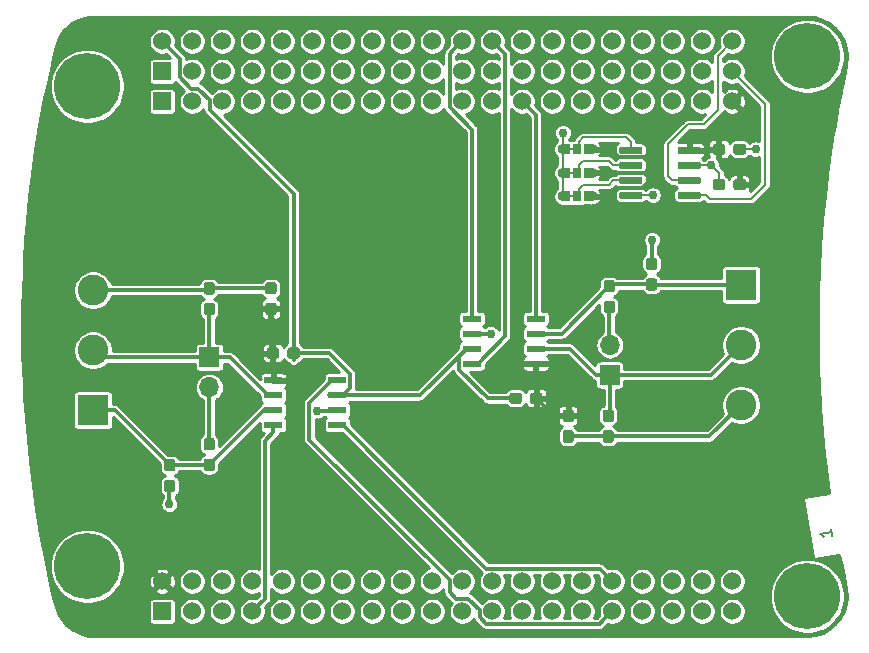
<source format=gtl>
G04 #@! TF.GenerationSoftware,KiCad,Pcbnew,(5.1.0)-1*
G04 #@! TF.CreationDate,2019-11-27T23:02:55+01:00*
G04 #@! TF.ProjectId,Canna,43616e6e-612e-46b6-9963-61645f706362,1*
G04 #@! TF.SameCoordinates,Original*
G04 #@! TF.FileFunction,Copper,L1,Top*
G04 #@! TF.FilePolarity,Positive*
%FSLAX46Y46*%
G04 Gerber Fmt 4.6, Leading zero omitted, Abs format (unit mm)*
G04 Created by KiCad (PCBNEW (5.1.0)-1) date 2019-11-27 23:02:55*
%MOMM*%
%LPD*%
G04 APERTURE LIST*
%ADD10C,0.177800*%
%ADD11R,0.762000X0.203200*%
%ADD12R,0.762000X0.863600*%
%ADD13O,1.092200X0.863600*%
%ADD14R,0.508000X0.863600*%
%ADD15C,0.100000*%
%ADD16C,0.950000*%
%ADD17C,0.600000*%
%ADD18R,1.524000X1.524000*%
%ADD19C,1.524000*%
%ADD20C,5.600000*%
%ADD21R,2.600000X2.600000*%
%ADD22C,2.600000*%
%ADD23R,1.700000X1.700000*%
%ADD24O,1.700000X1.700000*%
%ADD25R,1.550000X0.600000*%
%ADD26C,0.762000*%
%ADD27C,0.203200*%
%ADD28C,0.304800*%
%ADD29C,0.254000*%
G04 APERTURE END LIST*
D10*
X178559174Y-112392101D02*
X178648995Y-112965682D01*
X178604085Y-112678892D02*
X177600317Y-112836077D01*
X177758683Y-112909219D01*
X177869250Y-112989846D01*
X177932018Y-113077958D01*
D11*
X156550000Y-82250000D03*
D12*
X157050000Y-82250000D03*
D13*
X158177100Y-82250000D03*
D14*
X156215000Y-82250000D03*
X157885000Y-82250000D03*
D13*
X155922900Y-82250000D03*
D15*
G36*
X169360779Y-79776144D02*
G01*
X169383834Y-79779563D01*
X169406443Y-79785227D01*
X169428387Y-79793079D01*
X169449457Y-79803044D01*
X169469448Y-79815026D01*
X169488168Y-79828910D01*
X169505438Y-79844562D01*
X169521090Y-79861832D01*
X169534974Y-79880552D01*
X169546956Y-79900543D01*
X169556921Y-79921613D01*
X169564773Y-79943557D01*
X169570437Y-79966166D01*
X169573856Y-79989221D01*
X169575000Y-80012500D01*
X169575000Y-80487500D01*
X169573856Y-80510779D01*
X169570437Y-80533834D01*
X169564773Y-80556443D01*
X169556921Y-80578387D01*
X169546956Y-80599457D01*
X169534974Y-80619448D01*
X169521090Y-80638168D01*
X169505438Y-80655438D01*
X169488168Y-80671090D01*
X169469448Y-80684974D01*
X169449457Y-80696956D01*
X169428387Y-80706921D01*
X169406443Y-80714773D01*
X169383834Y-80720437D01*
X169360779Y-80723856D01*
X169337500Y-80725000D01*
X168762500Y-80725000D01*
X168739221Y-80723856D01*
X168716166Y-80720437D01*
X168693557Y-80714773D01*
X168671613Y-80706921D01*
X168650543Y-80696956D01*
X168630552Y-80684974D01*
X168611832Y-80671090D01*
X168594562Y-80655438D01*
X168578910Y-80638168D01*
X168565026Y-80619448D01*
X168553044Y-80599457D01*
X168543079Y-80578387D01*
X168535227Y-80556443D01*
X168529563Y-80533834D01*
X168526144Y-80510779D01*
X168525000Y-80487500D01*
X168525000Y-80012500D01*
X168526144Y-79989221D01*
X168529563Y-79966166D01*
X168535227Y-79943557D01*
X168543079Y-79921613D01*
X168553044Y-79900543D01*
X168565026Y-79880552D01*
X168578910Y-79861832D01*
X168594562Y-79844562D01*
X168611832Y-79828910D01*
X168630552Y-79815026D01*
X168650543Y-79803044D01*
X168671613Y-79793079D01*
X168693557Y-79785227D01*
X168716166Y-79779563D01*
X168739221Y-79776144D01*
X168762500Y-79775000D01*
X169337500Y-79775000D01*
X169360779Y-79776144D01*
X169360779Y-79776144D01*
G37*
D16*
X169050000Y-80250000D03*
D15*
G36*
X171110779Y-79776144D02*
G01*
X171133834Y-79779563D01*
X171156443Y-79785227D01*
X171178387Y-79793079D01*
X171199457Y-79803044D01*
X171219448Y-79815026D01*
X171238168Y-79828910D01*
X171255438Y-79844562D01*
X171271090Y-79861832D01*
X171284974Y-79880552D01*
X171296956Y-79900543D01*
X171306921Y-79921613D01*
X171314773Y-79943557D01*
X171320437Y-79966166D01*
X171323856Y-79989221D01*
X171325000Y-80012500D01*
X171325000Y-80487500D01*
X171323856Y-80510779D01*
X171320437Y-80533834D01*
X171314773Y-80556443D01*
X171306921Y-80578387D01*
X171296956Y-80599457D01*
X171284974Y-80619448D01*
X171271090Y-80638168D01*
X171255438Y-80655438D01*
X171238168Y-80671090D01*
X171219448Y-80684974D01*
X171199457Y-80696956D01*
X171178387Y-80706921D01*
X171156443Y-80714773D01*
X171133834Y-80720437D01*
X171110779Y-80723856D01*
X171087500Y-80725000D01*
X170512500Y-80725000D01*
X170489221Y-80723856D01*
X170466166Y-80720437D01*
X170443557Y-80714773D01*
X170421613Y-80706921D01*
X170400543Y-80696956D01*
X170380552Y-80684974D01*
X170361832Y-80671090D01*
X170344562Y-80655438D01*
X170328910Y-80638168D01*
X170315026Y-80619448D01*
X170303044Y-80599457D01*
X170293079Y-80578387D01*
X170285227Y-80556443D01*
X170279563Y-80533834D01*
X170276144Y-80510779D01*
X170275000Y-80487500D01*
X170275000Y-80012500D01*
X170276144Y-79989221D01*
X170279563Y-79966166D01*
X170285227Y-79943557D01*
X170293079Y-79921613D01*
X170303044Y-79900543D01*
X170315026Y-79880552D01*
X170328910Y-79861832D01*
X170344562Y-79844562D01*
X170361832Y-79828910D01*
X170380552Y-79815026D01*
X170400543Y-79803044D01*
X170421613Y-79793079D01*
X170443557Y-79785227D01*
X170466166Y-79779563D01*
X170489221Y-79776144D01*
X170512500Y-79775000D01*
X171087500Y-79775000D01*
X171110779Y-79776144D01*
X171110779Y-79776144D01*
G37*
D16*
X170800000Y-80250000D03*
D15*
G36*
X171110779Y-82776144D02*
G01*
X171133834Y-82779563D01*
X171156443Y-82785227D01*
X171178387Y-82793079D01*
X171199457Y-82803044D01*
X171219448Y-82815026D01*
X171238168Y-82828910D01*
X171255438Y-82844562D01*
X171271090Y-82861832D01*
X171284974Y-82880552D01*
X171296956Y-82900543D01*
X171306921Y-82921613D01*
X171314773Y-82943557D01*
X171320437Y-82966166D01*
X171323856Y-82989221D01*
X171325000Y-83012500D01*
X171325000Y-83487500D01*
X171323856Y-83510779D01*
X171320437Y-83533834D01*
X171314773Y-83556443D01*
X171306921Y-83578387D01*
X171296956Y-83599457D01*
X171284974Y-83619448D01*
X171271090Y-83638168D01*
X171255438Y-83655438D01*
X171238168Y-83671090D01*
X171219448Y-83684974D01*
X171199457Y-83696956D01*
X171178387Y-83706921D01*
X171156443Y-83714773D01*
X171133834Y-83720437D01*
X171110779Y-83723856D01*
X171087500Y-83725000D01*
X170512500Y-83725000D01*
X170489221Y-83723856D01*
X170466166Y-83720437D01*
X170443557Y-83714773D01*
X170421613Y-83706921D01*
X170400543Y-83696956D01*
X170380552Y-83684974D01*
X170361832Y-83671090D01*
X170344562Y-83655438D01*
X170328910Y-83638168D01*
X170315026Y-83619448D01*
X170303044Y-83599457D01*
X170293079Y-83578387D01*
X170285227Y-83556443D01*
X170279563Y-83533834D01*
X170276144Y-83510779D01*
X170275000Y-83487500D01*
X170275000Y-83012500D01*
X170276144Y-82989221D01*
X170279563Y-82966166D01*
X170285227Y-82943557D01*
X170293079Y-82921613D01*
X170303044Y-82900543D01*
X170315026Y-82880552D01*
X170328910Y-82861832D01*
X170344562Y-82844562D01*
X170361832Y-82828910D01*
X170380552Y-82815026D01*
X170400543Y-82803044D01*
X170421613Y-82793079D01*
X170443557Y-82785227D01*
X170466166Y-82779563D01*
X170489221Y-82776144D01*
X170512500Y-82775000D01*
X171087500Y-82775000D01*
X171110779Y-82776144D01*
X171110779Y-82776144D01*
G37*
D16*
X170800000Y-83250000D03*
D15*
G36*
X169360779Y-82776144D02*
G01*
X169383834Y-82779563D01*
X169406443Y-82785227D01*
X169428387Y-82793079D01*
X169449457Y-82803044D01*
X169469448Y-82815026D01*
X169488168Y-82828910D01*
X169505438Y-82844562D01*
X169521090Y-82861832D01*
X169534974Y-82880552D01*
X169546956Y-82900543D01*
X169556921Y-82921613D01*
X169564773Y-82943557D01*
X169570437Y-82966166D01*
X169573856Y-82989221D01*
X169575000Y-83012500D01*
X169575000Y-83487500D01*
X169573856Y-83510779D01*
X169570437Y-83533834D01*
X169564773Y-83556443D01*
X169556921Y-83578387D01*
X169546956Y-83599457D01*
X169534974Y-83619448D01*
X169521090Y-83638168D01*
X169505438Y-83655438D01*
X169488168Y-83671090D01*
X169469448Y-83684974D01*
X169449457Y-83696956D01*
X169428387Y-83706921D01*
X169406443Y-83714773D01*
X169383834Y-83720437D01*
X169360779Y-83723856D01*
X169337500Y-83725000D01*
X168762500Y-83725000D01*
X168739221Y-83723856D01*
X168716166Y-83720437D01*
X168693557Y-83714773D01*
X168671613Y-83706921D01*
X168650543Y-83696956D01*
X168630552Y-83684974D01*
X168611832Y-83671090D01*
X168594562Y-83655438D01*
X168578910Y-83638168D01*
X168565026Y-83619448D01*
X168553044Y-83599457D01*
X168543079Y-83578387D01*
X168535227Y-83556443D01*
X168529563Y-83533834D01*
X168526144Y-83510779D01*
X168525000Y-83487500D01*
X168525000Y-83012500D01*
X168526144Y-82989221D01*
X168529563Y-82966166D01*
X168535227Y-82943557D01*
X168543079Y-82921613D01*
X168553044Y-82900543D01*
X168565026Y-82880552D01*
X168578910Y-82861832D01*
X168594562Y-82844562D01*
X168611832Y-82828910D01*
X168630552Y-82815026D01*
X168650543Y-82803044D01*
X168671613Y-82793079D01*
X168693557Y-82785227D01*
X168716166Y-82779563D01*
X168739221Y-82776144D01*
X168762500Y-82775000D01*
X169337500Y-82775000D01*
X169360779Y-82776144D01*
X169360779Y-82776144D01*
G37*
D16*
X169050000Y-83250000D03*
D11*
X156550000Y-84250000D03*
D12*
X157050000Y-84250000D03*
D13*
X158177100Y-84250000D03*
D14*
X156215000Y-84250000D03*
X157885000Y-84250000D03*
D13*
X155922900Y-84250000D03*
D11*
X156550000Y-80250000D03*
D12*
X157050000Y-80250000D03*
D13*
X158177100Y-80250000D03*
D14*
X156215000Y-80250000D03*
X157885000Y-80250000D03*
D13*
X155922900Y-80250000D03*
D15*
G36*
X167364703Y-80045722D02*
G01*
X167379264Y-80047882D01*
X167393543Y-80051459D01*
X167407403Y-80056418D01*
X167420710Y-80062712D01*
X167433336Y-80070280D01*
X167445159Y-80079048D01*
X167456066Y-80088934D01*
X167465952Y-80099841D01*
X167474720Y-80111664D01*
X167482288Y-80124290D01*
X167488582Y-80137597D01*
X167493541Y-80151457D01*
X167497118Y-80165736D01*
X167499278Y-80180297D01*
X167500000Y-80195000D01*
X167500000Y-80495000D01*
X167499278Y-80509703D01*
X167497118Y-80524264D01*
X167493541Y-80538543D01*
X167488582Y-80552403D01*
X167482288Y-80565710D01*
X167474720Y-80578336D01*
X167465952Y-80590159D01*
X167456066Y-80601066D01*
X167445159Y-80610952D01*
X167433336Y-80619720D01*
X167420710Y-80627288D01*
X167407403Y-80633582D01*
X167393543Y-80638541D01*
X167379264Y-80642118D01*
X167364703Y-80644278D01*
X167350000Y-80645000D01*
X165700000Y-80645000D01*
X165685297Y-80644278D01*
X165670736Y-80642118D01*
X165656457Y-80638541D01*
X165642597Y-80633582D01*
X165629290Y-80627288D01*
X165616664Y-80619720D01*
X165604841Y-80610952D01*
X165593934Y-80601066D01*
X165584048Y-80590159D01*
X165575280Y-80578336D01*
X165567712Y-80565710D01*
X165561418Y-80552403D01*
X165556459Y-80538543D01*
X165552882Y-80524264D01*
X165550722Y-80509703D01*
X165550000Y-80495000D01*
X165550000Y-80195000D01*
X165550722Y-80180297D01*
X165552882Y-80165736D01*
X165556459Y-80151457D01*
X165561418Y-80137597D01*
X165567712Y-80124290D01*
X165575280Y-80111664D01*
X165584048Y-80099841D01*
X165593934Y-80088934D01*
X165604841Y-80079048D01*
X165616664Y-80070280D01*
X165629290Y-80062712D01*
X165642597Y-80056418D01*
X165656457Y-80051459D01*
X165670736Y-80047882D01*
X165685297Y-80045722D01*
X165700000Y-80045000D01*
X167350000Y-80045000D01*
X167364703Y-80045722D01*
X167364703Y-80045722D01*
G37*
D17*
X166525000Y-80345000D03*
D15*
G36*
X167364703Y-81315722D02*
G01*
X167379264Y-81317882D01*
X167393543Y-81321459D01*
X167407403Y-81326418D01*
X167420710Y-81332712D01*
X167433336Y-81340280D01*
X167445159Y-81349048D01*
X167456066Y-81358934D01*
X167465952Y-81369841D01*
X167474720Y-81381664D01*
X167482288Y-81394290D01*
X167488582Y-81407597D01*
X167493541Y-81421457D01*
X167497118Y-81435736D01*
X167499278Y-81450297D01*
X167500000Y-81465000D01*
X167500000Y-81765000D01*
X167499278Y-81779703D01*
X167497118Y-81794264D01*
X167493541Y-81808543D01*
X167488582Y-81822403D01*
X167482288Y-81835710D01*
X167474720Y-81848336D01*
X167465952Y-81860159D01*
X167456066Y-81871066D01*
X167445159Y-81880952D01*
X167433336Y-81889720D01*
X167420710Y-81897288D01*
X167407403Y-81903582D01*
X167393543Y-81908541D01*
X167379264Y-81912118D01*
X167364703Y-81914278D01*
X167350000Y-81915000D01*
X165700000Y-81915000D01*
X165685297Y-81914278D01*
X165670736Y-81912118D01*
X165656457Y-81908541D01*
X165642597Y-81903582D01*
X165629290Y-81897288D01*
X165616664Y-81889720D01*
X165604841Y-81880952D01*
X165593934Y-81871066D01*
X165584048Y-81860159D01*
X165575280Y-81848336D01*
X165567712Y-81835710D01*
X165561418Y-81822403D01*
X165556459Y-81808543D01*
X165552882Y-81794264D01*
X165550722Y-81779703D01*
X165550000Y-81765000D01*
X165550000Y-81465000D01*
X165550722Y-81450297D01*
X165552882Y-81435736D01*
X165556459Y-81421457D01*
X165561418Y-81407597D01*
X165567712Y-81394290D01*
X165575280Y-81381664D01*
X165584048Y-81369841D01*
X165593934Y-81358934D01*
X165604841Y-81349048D01*
X165616664Y-81340280D01*
X165629290Y-81332712D01*
X165642597Y-81326418D01*
X165656457Y-81321459D01*
X165670736Y-81317882D01*
X165685297Y-81315722D01*
X165700000Y-81315000D01*
X167350000Y-81315000D01*
X167364703Y-81315722D01*
X167364703Y-81315722D01*
G37*
D17*
X166525000Y-81615000D03*
D15*
G36*
X167364703Y-82585722D02*
G01*
X167379264Y-82587882D01*
X167393543Y-82591459D01*
X167407403Y-82596418D01*
X167420710Y-82602712D01*
X167433336Y-82610280D01*
X167445159Y-82619048D01*
X167456066Y-82628934D01*
X167465952Y-82639841D01*
X167474720Y-82651664D01*
X167482288Y-82664290D01*
X167488582Y-82677597D01*
X167493541Y-82691457D01*
X167497118Y-82705736D01*
X167499278Y-82720297D01*
X167500000Y-82735000D01*
X167500000Y-83035000D01*
X167499278Y-83049703D01*
X167497118Y-83064264D01*
X167493541Y-83078543D01*
X167488582Y-83092403D01*
X167482288Y-83105710D01*
X167474720Y-83118336D01*
X167465952Y-83130159D01*
X167456066Y-83141066D01*
X167445159Y-83150952D01*
X167433336Y-83159720D01*
X167420710Y-83167288D01*
X167407403Y-83173582D01*
X167393543Y-83178541D01*
X167379264Y-83182118D01*
X167364703Y-83184278D01*
X167350000Y-83185000D01*
X165700000Y-83185000D01*
X165685297Y-83184278D01*
X165670736Y-83182118D01*
X165656457Y-83178541D01*
X165642597Y-83173582D01*
X165629290Y-83167288D01*
X165616664Y-83159720D01*
X165604841Y-83150952D01*
X165593934Y-83141066D01*
X165584048Y-83130159D01*
X165575280Y-83118336D01*
X165567712Y-83105710D01*
X165561418Y-83092403D01*
X165556459Y-83078543D01*
X165552882Y-83064264D01*
X165550722Y-83049703D01*
X165550000Y-83035000D01*
X165550000Y-82735000D01*
X165550722Y-82720297D01*
X165552882Y-82705736D01*
X165556459Y-82691457D01*
X165561418Y-82677597D01*
X165567712Y-82664290D01*
X165575280Y-82651664D01*
X165584048Y-82639841D01*
X165593934Y-82628934D01*
X165604841Y-82619048D01*
X165616664Y-82610280D01*
X165629290Y-82602712D01*
X165642597Y-82596418D01*
X165656457Y-82591459D01*
X165670736Y-82587882D01*
X165685297Y-82585722D01*
X165700000Y-82585000D01*
X167350000Y-82585000D01*
X167364703Y-82585722D01*
X167364703Y-82585722D01*
G37*
D17*
X166525000Y-82885000D03*
D15*
G36*
X167364703Y-83855722D02*
G01*
X167379264Y-83857882D01*
X167393543Y-83861459D01*
X167407403Y-83866418D01*
X167420710Y-83872712D01*
X167433336Y-83880280D01*
X167445159Y-83889048D01*
X167456066Y-83898934D01*
X167465952Y-83909841D01*
X167474720Y-83921664D01*
X167482288Y-83934290D01*
X167488582Y-83947597D01*
X167493541Y-83961457D01*
X167497118Y-83975736D01*
X167499278Y-83990297D01*
X167500000Y-84005000D01*
X167500000Y-84305000D01*
X167499278Y-84319703D01*
X167497118Y-84334264D01*
X167493541Y-84348543D01*
X167488582Y-84362403D01*
X167482288Y-84375710D01*
X167474720Y-84388336D01*
X167465952Y-84400159D01*
X167456066Y-84411066D01*
X167445159Y-84420952D01*
X167433336Y-84429720D01*
X167420710Y-84437288D01*
X167407403Y-84443582D01*
X167393543Y-84448541D01*
X167379264Y-84452118D01*
X167364703Y-84454278D01*
X167350000Y-84455000D01*
X165700000Y-84455000D01*
X165685297Y-84454278D01*
X165670736Y-84452118D01*
X165656457Y-84448541D01*
X165642597Y-84443582D01*
X165629290Y-84437288D01*
X165616664Y-84429720D01*
X165604841Y-84420952D01*
X165593934Y-84411066D01*
X165584048Y-84400159D01*
X165575280Y-84388336D01*
X165567712Y-84375710D01*
X165561418Y-84362403D01*
X165556459Y-84348543D01*
X165552882Y-84334264D01*
X165550722Y-84319703D01*
X165550000Y-84305000D01*
X165550000Y-84005000D01*
X165550722Y-83990297D01*
X165552882Y-83975736D01*
X165556459Y-83961457D01*
X165561418Y-83947597D01*
X165567712Y-83934290D01*
X165575280Y-83921664D01*
X165584048Y-83909841D01*
X165593934Y-83898934D01*
X165604841Y-83889048D01*
X165616664Y-83880280D01*
X165629290Y-83872712D01*
X165642597Y-83866418D01*
X165656457Y-83861459D01*
X165670736Y-83857882D01*
X165685297Y-83855722D01*
X165700000Y-83855000D01*
X167350000Y-83855000D01*
X167364703Y-83855722D01*
X167364703Y-83855722D01*
G37*
D17*
X166525000Y-84155000D03*
D15*
G36*
X162414703Y-83855722D02*
G01*
X162429264Y-83857882D01*
X162443543Y-83861459D01*
X162457403Y-83866418D01*
X162470710Y-83872712D01*
X162483336Y-83880280D01*
X162495159Y-83889048D01*
X162506066Y-83898934D01*
X162515952Y-83909841D01*
X162524720Y-83921664D01*
X162532288Y-83934290D01*
X162538582Y-83947597D01*
X162543541Y-83961457D01*
X162547118Y-83975736D01*
X162549278Y-83990297D01*
X162550000Y-84005000D01*
X162550000Y-84305000D01*
X162549278Y-84319703D01*
X162547118Y-84334264D01*
X162543541Y-84348543D01*
X162538582Y-84362403D01*
X162532288Y-84375710D01*
X162524720Y-84388336D01*
X162515952Y-84400159D01*
X162506066Y-84411066D01*
X162495159Y-84420952D01*
X162483336Y-84429720D01*
X162470710Y-84437288D01*
X162457403Y-84443582D01*
X162443543Y-84448541D01*
X162429264Y-84452118D01*
X162414703Y-84454278D01*
X162400000Y-84455000D01*
X160750000Y-84455000D01*
X160735297Y-84454278D01*
X160720736Y-84452118D01*
X160706457Y-84448541D01*
X160692597Y-84443582D01*
X160679290Y-84437288D01*
X160666664Y-84429720D01*
X160654841Y-84420952D01*
X160643934Y-84411066D01*
X160634048Y-84400159D01*
X160625280Y-84388336D01*
X160617712Y-84375710D01*
X160611418Y-84362403D01*
X160606459Y-84348543D01*
X160602882Y-84334264D01*
X160600722Y-84319703D01*
X160600000Y-84305000D01*
X160600000Y-84005000D01*
X160600722Y-83990297D01*
X160602882Y-83975736D01*
X160606459Y-83961457D01*
X160611418Y-83947597D01*
X160617712Y-83934290D01*
X160625280Y-83921664D01*
X160634048Y-83909841D01*
X160643934Y-83898934D01*
X160654841Y-83889048D01*
X160666664Y-83880280D01*
X160679290Y-83872712D01*
X160692597Y-83866418D01*
X160706457Y-83861459D01*
X160720736Y-83857882D01*
X160735297Y-83855722D01*
X160750000Y-83855000D01*
X162400000Y-83855000D01*
X162414703Y-83855722D01*
X162414703Y-83855722D01*
G37*
D17*
X161575000Y-84155000D03*
D15*
G36*
X162414703Y-82585722D02*
G01*
X162429264Y-82587882D01*
X162443543Y-82591459D01*
X162457403Y-82596418D01*
X162470710Y-82602712D01*
X162483336Y-82610280D01*
X162495159Y-82619048D01*
X162506066Y-82628934D01*
X162515952Y-82639841D01*
X162524720Y-82651664D01*
X162532288Y-82664290D01*
X162538582Y-82677597D01*
X162543541Y-82691457D01*
X162547118Y-82705736D01*
X162549278Y-82720297D01*
X162550000Y-82735000D01*
X162550000Y-83035000D01*
X162549278Y-83049703D01*
X162547118Y-83064264D01*
X162543541Y-83078543D01*
X162538582Y-83092403D01*
X162532288Y-83105710D01*
X162524720Y-83118336D01*
X162515952Y-83130159D01*
X162506066Y-83141066D01*
X162495159Y-83150952D01*
X162483336Y-83159720D01*
X162470710Y-83167288D01*
X162457403Y-83173582D01*
X162443543Y-83178541D01*
X162429264Y-83182118D01*
X162414703Y-83184278D01*
X162400000Y-83185000D01*
X160750000Y-83185000D01*
X160735297Y-83184278D01*
X160720736Y-83182118D01*
X160706457Y-83178541D01*
X160692597Y-83173582D01*
X160679290Y-83167288D01*
X160666664Y-83159720D01*
X160654841Y-83150952D01*
X160643934Y-83141066D01*
X160634048Y-83130159D01*
X160625280Y-83118336D01*
X160617712Y-83105710D01*
X160611418Y-83092403D01*
X160606459Y-83078543D01*
X160602882Y-83064264D01*
X160600722Y-83049703D01*
X160600000Y-83035000D01*
X160600000Y-82735000D01*
X160600722Y-82720297D01*
X160602882Y-82705736D01*
X160606459Y-82691457D01*
X160611418Y-82677597D01*
X160617712Y-82664290D01*
X160625280Y-82651664D01*
X160634048Y-82639841D01*
X160643934Y-82628934D01*
X160654841Y-82619048D01*
X160666664Y-82610280D01*
X160679290Y-82602712D01*
X160692597Y-82596418D01*
X160706457Y-82591459D01*
X160720736Y-82587882D01*
X160735297Y-82585722D01*
X160750000Y-82585000D01*
X162400000Y-82585000D01*
X162414703Y-82585722D01*
X162414703Y-82585722D01*
G37*
D17*
X161575000Y-82885000D03*
D15*
G36*
X162414703Y-81315722D02*
G01*
X162429264Y-81317882D01*
X162443543Y-81321459D01*
X162457403Y-81326418D01*
X162470710Y-81332712D01*
X162483336Y-81340280D01*
X162495159Y-81349048D01*
X162506066Y-81358934D01*
X162515952Y-81369841D01*
X162524720Y-81381664D01*
X162532288Y-81394290D01*
X162538582Y-81407597D01*
X162543541Y-81421457D01*
X162547118Y-81435736D01*
X162549278Y-81450297D01*
X162550000Y-81465000D01*
X162550000Y-81765000D01*
X162549278Y-81779703D01*
X162547118Y-81794264D01*
X162543541Y-81808543D01*
X162538582Y-81822403D01*
X162532288Y-81835710D01*
X162524720Y-81848336D01*
X162515952Y-81860159D01*
X162506066Y-81871066D01*
X162495159Y-81880952D01*
X162483336Y-81889720D01*
X162470710Y-81897288D01*
X162457403Y-81903582D01*
X162443543Y-81908541D01*
X162429264Y-81912118D01*
X162414703Y-81914278D01*
X162400000Y-81915000D01*
X160750000Y-81915000D01*
X160735297Y-81914278D01*
X160720736Y-81912118D01*
X160706457Y-81908541D01*
X160692597Y-81903582D01*
X160679290Y-81897288D01*
X160666664Y-81889720D01*
X160654841Y-81880952D01*
X160643934Y-81871066D01*
X160634048Y-81860159D01*
X160625280Y-81848336D01*
X160617712Y-81835710D01*
X160611418Y-81822403D01*
X160606459Y-81808543D01*
X160602882Y-81794264D01*
X160600722Y-81779703D01*
X160600000Y-81765000D01*
X160600000Y-81465000D01*
X160600722Y-81450297D01*
X160602882Y-81435736D01*
X160606459Y-81421457D01*
X160611418Y-81407597D01*
X160617712Y-81394290D01*
X160625280Y-81381664D01*
X160634048Y-81369841D01*
X160643934Y-81358934D01*
X160654841Y-81349048D01*
X160666664Y-81340280D01*
X160679290Y-81332712D01*
X160692597Y-81326418D01*
X160706457Y-81321459D01*
X160720736Y-81317882D01*
X160735297Y-81315722D01*
X160750000Y-81315000D01*
X162400000Y-81315000D01*
X162414703Y-81315722D01*
X162414703Y-81315722D01*
G37*
D17*
X161575000Y-81615000D03*
D15*
G36*
X162414703Y-80045722D02*
G01*
X162429264Y-80047882D01*
X162443543Y-80051459D01*
X162457403Y-80056418D01*
X162470710Y-80062712D01*
X162483336Y-80070280D01*
X162495159Y-80079048D01*
X162506066Y-80088934D01*
X162515952Y-80099841D01*
X162524720Y-80111664D01*
X162532288Y-80124290D01*
X162538582Y-80137597D01*
X162543541Y-80151457D01*
X162547118Y-80165736D01*
X162549278Y-80180297D01*
X162550000Y-80195000D01*
X162550000Y-80495000D01*
X162549278Y-80509703D01*
X162547118Y-80524264D01*
X162543541Y-80538543D01*
X162538582Y-80552403D01*
X162532288Y-80565710D01*
X162524720Y-80578336D01*
X162515952Y-80590159D01*
X162506066Y-80601066D01*
X162495159Y-80610952D01*
X162483336Y-80619720D01*
X162470710Y-80627288D01*
X162457403Y-80633582D01*
X162443543Y-80638541D01*
X162429264Y-80642118D01*
X162414703Y-80644278D01*
X162400000Y-80645000D01*
X160750000Y-80645000D01*
X160735297Y-80644278D01*
X160720736Y-80642118D01*
X160706457Y-80638541D01*
X160692597Y-80633582D01*
X160679290Y-80627288D01*
X160666664Y-80619720D01*
X160654841Y-80610952D01*
X160643934Y-80601066D01*
X160634048Y-80590159D01*
X160625280Y-80578336D01*
X160617712Y-80565710D01*
X160611418Y-80552403D01*
X160606459Y-80538543D01*
X160602882Y-80524264D01*
X160600722Y-80509703D01*
X160600000Y-80495000D01*
X160600000Y-80195000D01*
X160600722Y-80180297D01*
X160602882Y-80165736D01*
X160606459Y-80151457D01*
X160611418Y-80137597D01*
X160617712Y-80124290D01*
X160625280Y-80111664D01*
X160634048Y-80099841D01*
X160643934Y-80088934D01*
X160654841Y-80079048D01*
X160666664Y-80070280D01*
X160679290Y-80062712D01*
X160692597Y-80056418D01*
X160706457Y-80051459D01*
X160720736Y-80047882D01*
X160735297Y-80045722D01*
X160750000Y-80045000D01*
X162400000Y-80045000D01*
X162414703Y-80045722D01*
X162414703Y-80045722D01*
G37*
D17*
X161575000Y-80345000D03*
D18*
X121920000Y-76200000D03*
D19*
X124460000Y-76200000D03*
X127000000Y-76200000D03*
X129540000Y-76200000D03*
X132080000Y-76200000D03*
X134620000Y-76200000D03*
X137160000Y-76200000D03*
X139700000Y-76200000D03*
X142240000Y-76200000D03*
X144780000Y-76200000D03*
X147320000Y-76200000D03*
X149860000Y-76200000D03*
X152400000Y-76200000D03*
X154940000Y-76200000D03*
X157480000Y-76200000D03*
X160020000Y-76200000D03*
X162560000Y-76200000D03*
X165100000Y-76200000D03*
X167640000Y-76200000D03*
X170180000Y-76200000D03*
D18*
X121920000Y-119380000D03*
D19*
X121920000Y-116840000D03*
X124460000Y-119380000D03*
X124460000Y-116840000D03*
X127000000Y-119380000D03*
X127000000Y-116840000D03*
X129540000Y-119380000D03*
X129540000Y-116840000D03*
X132080000Y-119380000D03*
X132080000Y-116840000D03*
X134620000Y-119380000D03*
X134620000Y-116840000D03*
X137160000Y-119380000D03*
X137160000Y-116840000D03*
X139700000Y-119380000D03*
X139700000Y-116840000D03*
X142240000Y-119380000D03*
X142240000Y-116840000D03*
X144780000Y-119380000D03*
X144780000Y-116840000D03*
X147320000Y-119380000D03*
X147320000Y-116840000D03*
X149860000Y-119380000D03*
X149860000Y-116840000D03*
X152400000Y-119380000D03*
X152400000Y-116840000D03*
X154940000Y-119380000D03*
X154940000Y-116840000D03*
X157480000Y-119380000D03*
X157480000Y-116840000D03*
X160020000Y-119380000D03*
X160020000Y-116840000D03*
X162560000Y-119380000D03*
X162560000Y-116840000D03*
X165100000Y-119380000D03*
X165100000Y-116840000D03*
X167640000Y-119380000D03*
X167640000Y-116840000D03*
X170180000Y-119380000D03*
X170180000Y-116840000D03*
D18*
X121920000Y-73660000D03*
D19*
X121920000Y-71120000D03*
X124460000Y-73660000D03*
X124460000Y-71120000D03*
X127000000Y-73660000D03*
X127000000Y-71120000D03*
X129540000Y-73660000D03*
X129540000Y-71120000D03*
X132080000Y-73660000D03*
X132080000Y-71120000D03*
X134620000Y-73660000D03*
X134620000Y-71120000D03*
X137160000Y-73660000D03*
X137160000Y-71120000D03*
X139700000Y-73660000D03*
X139700000Y-71120000D03*
X142240000Y-73660000D03*
X142240000Y-71120000D03*
X144780000Y-73660000D03*
X144780000Y-71120000D03*
X147320000Y-73660000D03*
X147320000Y-71120000D03*
X149860000Y-73660000D03*
X149860000Y-71120000D03*
X152400000Y-73660000D03*
X152400000Y-71120000D03*
X154940000Y-73660000D03*
X154940000Y-71120000D03*
X157480000Y-73660000D03*
X157480000Y-71120000D03*
X160020000Y-73660000D03*
X160020000Y-71120000D03*
X162560000Y-73660000D03*
X162560000Y-71120000D03*
X165100000Y-73660000D03*
X165100000Y-71120000D03*
X167640000Y-73660000D03*
X167640000Y-71120000D03*
X170180000Y-73660000D03*
X170180000Y-71120000D03*
D20*
X115570000Y-74930000D03*
D17*
X115570000Y-72730000D03*
X113370000Y-74930000D03*
X115570000Y-77130000D03*
X117770000Y-74930000D03*
X117120000Y-73380000D03*
X114020000Y-73380000D03*
X114020000Y-76480000D03*
X117120000Y-76480000D03*
D20*
X115570000Y-115570000D03*
D17*
X115570000Y-113370000D03*
X113370000Y-115570000D03*
X115570000Y-117770000D03*
X117770000Y-115570000D03*
X117120000Y-114020000D03*
X114020000Y-114020000D03*
X114020000Y-117120000D03*
X117120000Y-117120000D03*
D20*
X176530000Y-118110000D03*
D17*
X176530000Y-115910000D03*
X174330000Y-118110000D03*
X176530000Y-120310000D03*
X178730000Y-118110000D03*
X178080000Y-116560000D03*
X174980000Y-116560000D03*
X174980000Y-119660000D03*
X178080000Y-119660000D03*
D20*
X176530000Y-72390000D03*
D17*
X176530000Y-70190000D03*
X174330000Y-72390000D03*
X176530000Y-74590000D03*
X178730000Y-72390000D03*
X178080000Y-70840000D03*
X174980000Y-70840000D03*
X174980000Y-73940000D03*
X178080000Y-73940000D03*
D15*
G36*
X153890779Y-100866144D02*
G01*
X153913834Y-100869563D01*
X153936443Y-100875227D01*
X153958387Y-100883079D01*
X153979457Y-100893044D01*
X153999448Y-100905026D01*
X154018168Y-100918910D01*
X154035438Y-100934562D01*
X154051090Y-100951832D01*
X154064974Y-100970552D01*
X154076956Y-100990543D01*
X154086921Y-101011613D01*
X154094773Y-101033557D01*
X154100437Y-101056166D01*
X154103856Y-101079221D01*
X154105000Y-101102500D01*
X154105000Y-101577500D01*
X154103856Y-101600779D01*
X154100437Y-101623834D01*
X154094773Y-101646443D01*
X154086921Y-101668387D01*
X154076956Y-101689457D01*
X154064974Y-101709448D01*
X154051090Y-101728168D01*
X154035438Y-101745438D01*
X154018168Y-101761090D01*
X153999448Y-101774974D01*
X153979457Y-101786956D01*
X153958387Y-101796921D01*
X153936443Y-101804773D01*
X153913834Y-101810437D01*
X153890779Y-101813856D01*
X153867500Y-101815000D01*
X153292500Y-101815000D01*
X153269221Y-101813856D01*
X153246166Y-101810437D01*
X153223557Y-101804773D01*
X153201613Y-101796921D01*
X153180543Y-101786956D01*
X153160552Y-101774974D01*
X153141832Y-101761090D01*
X153124562Y-101745438D01*
X153108910Y-101728168D01*
X153095026Y-101709448D01*
X153083044Y-101689457D01*
X153073079Y-101668387D01*
X153065227Y-101646443D01*
X153059563Y-101623834D01*
X153056144Y-101600779D01*
X153055000Y-101577500D01*
X153055000Y-101102500D01*
X153056144Y-101079221D01*
X153059563Y-101056166D01*
X153065227Y-101033557D01*
X153073079Y-101011613D01*
X153083044Y-100990543D01*
X153095026Y-100970552D01*
X153108910Y-100951832D01*
X153124562Y-100934562D01*
X153141832Y-100918910D01*
X153160552Y-100905026D01*
X153180543Y-100893044D01*
X153201613Y-100883079D01*
X153223557Y-100875227D01*
X153246166Y-100869563D01*
X153269221Y-100866144D01*
X153292500Y-100865000D01*
X153867500Y-100865000D01*
X153890779Y-100866144D01*
X153890779Y-100866144D01*
G37*
D16*
X153580000Y-101340000D03*
D15*
G36*
X152140779Y-100866144D02*
G01*
X152163834Y-100869563D01*
X152186443Y-100875227D01*
X152208387Y-100883079D01*
X152229457Y-100893044D01*
X152249448Y-100905026D01*
X152268168Y-100918910D01*
X152285438Y-100934562D01*
X152301090Y-100951832D01*
X152314974Y-100970552D01*
X152326956Y-100990543D01*
X152336921Y-101011613D01*
X152344773Y-101033557D01*
X152350437Y-101056166D01*
X152353856Y-101079221D01*
X152355000Y-101102500D01*
X152355000Y-101577500D01*
X152353856Y-101600779D01*
X152350437Y-101623834D01*
X152344773Y-101646443D01*
X152336921Y-101668387D01*
X152326956Y-101689457D01*
X152314974Y-101709448D01*
X152301090Y-101728168D01*
X152285438Y-101745438D01*
X152268168Y-101761090D01*
X152249448Y-101774974D01*
X152229457Y-101786956D01*
X152208387Y-101796921D01*
X152186443Y-101804773D01*
X152163834Y-101810437D01*
X152140779Y-101813856D01*
X152117500Y-101815000D01*
X151542500Y-101815000D01*
X151519221Y-101813856D01*
X151496166Y-101810437D01*
X151473557Y-101804773D01*
X151451613Y-101796921D01*
X151430543Y-101786956D01*
X151410552Y-101774974D01*
X151391832Y-101761090D01*
X151374562Y-101745438D01*
X151358910Y-101728168D01*
X151345026Y-101709448D01*
X151333044Y-101689457D01*
X151323079Y-101668387D01*
X151315227Y-101646443D01*
X151309563Y-101623834D01*
X151306144Y-101600779D01*
X151305000Y-101577500D01*
X151305000Y-101102500D01*
X151306144Y-101079221D01*
X151309563Y-101056166D01*
X151315227Y-101033557D01*
X151323079Y-101011613D01*
X151333044Y-100990543D01*
X151345026Y-100970552D01*
X151358910Y-100951832D01*
X151374562Y-100934562D01*
X151391832Y-100918910D01*
X151410552Y-100905026D01*
X151430543Y-100893044D01*
X151451613Y-100883079D01*
X151473557Y-100875227D01*
X151496166Y-100869563D01*
X151519221Y-100866144D01*
X151542500Y-100865000D01*
X152117500Y-100865000D01*
X152140779Y-100866144D01*
X152140779Y-100866144D01*
G37*
D16*
X151830000Y-101340000D03*
D15*
G36*
X131380779Y-93251144D02*
G01*
X131403834Y-93254563D01*
X131426443Y-93260227D01*
X131448387Y-93268079D01*
X131469457Y-93278044D01*
X131489448Y-93290026D01*
X131508168Y-93303910D01*
X131525438Y-93319562D01*
X131541090Y-93336832D01*
X131554974Y-93355552D01*
X131566956Y-93375543D01*
X131576921Y-93396613D01*
X131584773Y-93418557D01*
X131590437Y-93441166D01*
X131593856Y-93464221D01*
X131595000Y-93487500D01*
X131595000Y-94062500D01*
X131593856Y-94085779D01*
X131590437Y-94108834D01*
X131584773Y-94131443D01*
X131576921Y-94153387D01*
X131566956Y-94174457D01*
X131554974Y-94194448D01*
X131541090Y-94213168D01*
X131525438Y-94230438D01*
X131508168Y-94246090D01*
X131489448Y-94259974D01*
X131469457Y-94271956D01*
X131448387Y-94281921D01*
X131426443Y-94289773D01*
X131403834Y-94295437D01*
X131380779Y-94298856D01*
X131357500Y-94300000D01*
X130882500Y-94300000D01*
X130859221Y-94298856D01*
X130836166Y-94295437D01*
X130813557Y-94289773D01*
X130791613Y-94281921D01*
X130770543Y-94271956D01*
X130750552Y-94259974D01*
X130731832Y-94246090D01*
X130714562Y-94230438D01*
X130698910Y-94213168D01*
X130685026Y-94194448D01*
X130673044Y-94174457D01*
X130663079Y-94153387D01*
X130655227Y-94131443D01*
X130649563Y-94108834D01*
X130646144Y-94085779D01*
X130645000Y-94062500D01*
X130645000Y-93487500D01*
X130646144Y-93464221D01*
X130649563Y-93441166D01*
X130655227Y-93418557D01*
X130663079Y-93396613D01*
X130673044Y-93375543D01*
X130685026Y-93355552D01*
X130698910Y-93336832D01*
X130714562Y-93319562D01*
X130731832Y-93303910D01*
X130750552Y-93290026D01*
X130770543Y-93278044D01*
X130791613Y-93268079D01*
X130813557Y-93260227D01*
X130836166Y-93254563D01*
X130859221Y-93251144D01*
X130882500Y-93250000D01*
X131357500Y-93250000D01*
X131380779Y-93251144D01*
X131380779Y-93251144D01*
G37*
D16*
X131120000Y-93775000D03*
D15*
G36*
X131380779Y-91501144D02*
G01*
X131403834Y-91504563D01*
X131426443Y-91510227D01*
X131448387Y-91518079D01*
X131469457Y-91528044D01*
X131489448Y-91540026D01*
X131508168Y-91553910D01*
X131525438Y-91569562D01*
X131541090Y-91586832D01*
X131554974Y-91605552D01*
X131566956Y-91625543D01*
X131576921Y-91646613D01*
X131584773Y-91668557D01*
X131590437Y-91691166D01*
X131593856Y-91714221D01*
X131595000Y-91737500D01*
X131595000Y-92312500D01*
X131593856Y-92335779D01*
X131590437Y-92358834D01*
X131584773Y-92381443D01*
X131576921Y-92403387D01*
X131566956Y-92424457D01*
X131554974Y-92444448D01*
X131541090Y-92463168D01*
X131525438Y-92480438D01*
X131508168Y-92496090D01*
X131489448Y-92509974D01*
X131469457Y-92521956D01*
X131448387Y-92531921D01*
X131426443Y-92539773D01*
X131403834Y-92545437D01*
X131380779Y-92548856D01*
X131357500Y-92550000D01*
X130882500Y-92550000D01*
X130859221Y-92548856D01*
X130836166Y-92545437D01*
X130813557Y-92539773D01*
X130791613Y-92531921D01*
X130770543Y-92521956D01*
X130750552Y-92509974D01*
X130731832Y-92496090D01*
X130714562Y-92480438D01*
X130698910Y-92463168D01*
X130685026Y-92444448D01*
X130673044Y-92424457D01*
X130663079Y-92403387D01*
X130655227Y-92381443D01*
X130649563Y-92358834D01*
X130646144Y-92335779D01*
X130645000Y-92312500D01*
X130645000Y-91737500D01*
X130646144Y-91714221D01*
X130649563Y-91691166D01*
X130655227Y-91668557D01*
X130663079Y-91646613D01*
X130673044Y-91625543D01*
X130685026Y-91605552D01*
X130698910Y-91586832D01*
X130714562Y-91569562D01*
X130731832Y-91553910D01*
X130750552Y-91540026D01*
X130770543Y-91528044D01*
X130791613Y-91518079D01*
X130813557Y-91510227D01*
X130836166Y-91504563D01*
X130859221Y-91501144D01*
X130882500Y-91500000D01*
X131357500Y-91500000D01*
X131380779Y-91501144D01*
X131380779Y-91501144D01*
G37*
D16*
X131120000Y-92025000D03*
D15*
G36*
X122800779Y-106491144D02*
G01*
X122823834Y-106494563D01*
X122846443Y-106500227D01*
X122868387Y-106508079D01*
X122889457Y-106518044D01*
X122909448Y-106530026D01*
X122928168Y-106543910D01*
X122945438Y-106559562D01*
X122961090Y-106576832D01*
X122974974Y-106595552D01*
X122986956Y-106615543D01*
X122996921Y-106636613D01*
X123004773Y-106658557D01*
X123010437Y-106681166D01*
X123013856Y-106704221D01*
X123015000Y-106727500D01*
X123015000Y-107302500D01*
X123013856Y-107325779D01*
X123010437Y-107348834D01*
X123004773Y-107371443D01*
X122996921Y-107393387D01*
X122986956Y-107414457D01*
X122974974Y-107434448D01*
X122961090Y-107453168D01*
X122945438Y-107470438D01*
X122928168Y-107486090D01*
X122909448Y-107499974D01*
X122889457Y-107511956D01*
X122868387Y-107521921D01*
X122846443Y-107529773D01*
X122823834Y-107535437D01*
X122800779Y-107538856D01*
X122777500Y-107540000D01*
X122302500Y-107540000D01*
X122279221Y-107538856D01*
X122256166Y-107535437D01*
X122233557Y-107529773D01*
X122211613Y-107521921D01*
X122190543Y-107511956D01*
X122170552Y-107499974D01*
X122151832Y-107486090D01*
X122134562Y-107470438D01*
X122118910Y-107453168D01*
X122105026Y-107434448D01*
X122093044Y-107414457D01*
X122083079Y-107393387D01*
X122075227Y-107371443D01*
X122069563Y-107348834D01*
X122066144Y-107325779D01*
X122065000Y-107302500D01*
X122065000Y-106727500D01*
X122066144Y-106704221D01*
X122069563Y-106681166D01*
X122075227Y-106658557D01*
X122083079Y-106636613D01*
X122093044Y-106615543D01*
X122105026Y-106595552D01*
X122118910Y-106576832D01*
X122134562Y-106559562D01*
X122151832Y-106543910D01*
X122170552Y-106530026D01*
X122190543Y-106518044D01*
X122211613Y-106508079D01*
X122233557Y-106500227D01*
X122256166Y-106494563D01*
X122279221Y-106491144D01*
X122302500Y-106490000D01*
X122777500Y-106490000D01*
X122800779Y-106491144D01*
X122800779Y-106491144D01*
G37*
D16*
X122540000Y-107015000D03*
D15*
G36*
X122800779Y-108241144D02*
G01*
X122823834Y-108244563D01*
X122846443Y-108250227D01*
X122868387Y-108258079D01*
X122889457Y-108268044D01*
X122909448Y-108280026D01*
X122928168Y-108293910D01*
X122945438Y-108309562D01*
X122961090Y-108326832D01*
X122974974Y-108345552D01*
X122986956Y-108365543D01*
X122996921Y-108386613D01*
X123004773Y-108408557D01*
X123010437Y-108431166D01*
X123013856Y-108454221D01*
X123015000Y-108477500D01*
X123015000Y-109052500D01*
X123013856Y-109075779D01*
X123010437Y-109098834D01*
X123004773Y-109121443D01*
X122996921Y-109143387D01*
X122986956Y-109164457D01*
X122974974Y-109184448D01*
X122961090Y-109203168D01*
X122945438Y-109220438D01*
X122928168Y-109236090D01*
X122909448Y-109249974D01*
X122889457Y-109261956D01*
X122868387Y-109271921D01*
X122846443Y-109279773D01*
X122823834Y-109285437D01*
X122800779Y-109288856D01*
X122777500Y-109290000D01*
X122302500Y-109290000D01*
X122279221Y-109288856D01*
X122256166Y-109285437D01*
X122233557Y-109279773D01*
X122211613Y-109271921D01*
X122190543Y-109261956D01*
X122170552Y-109249974D01*
X122151832Y-109236090D01*
X122134562Y-109220438D01*
X122118910Y-109203168D01*
X122105026Y-109184448D01*
X122093044Y-109164457D01*
X122083079Y-109143387D01*
X122075227Y-109121443D01*
X122069563Y-109098834D01*
X122066144Y-109075779D01*
X122065000Y-109052500D01*
X122065000Y-108477500D01*
X122066144Y-108454221D01*
X122069563Y-108431166D01*
X122075227Y-108408557D01*
X122083079Y-108386613D01*
X122093044Y-108365543D01*
X122105026Y-108345552D01*
X122118910Y-108326832D01*
X122134562Y-108309562D01*
X122151832Y-108293910D01*
X122170552Y-108280026D01*
X122190543Y-108268044D01*
X122211613Y-108258079D01*
X122233557Y-108250227D01*
X122256166Y-108244563D01*
X122279221Y-108241144D01*
X122302500Y-108240000D01*
X122777500Y-108240000D01*
X122800779Y-108241144D01*
X122800779Y-108241144D01*
G37*
D16*
X122540000Y-108765000D03*
D15*
G36*
X126160779Y-91511144D02*
G01*
X126183834Y-91514563D01*
X126206443Y-91520227D01*
X126228387Y-91528079D01*
X126249457Y-91538044D01*
X126269448Y-91550026D01*
X126288168Y-91563910D01*
X126305438Y-91579562D01*
X126321090Y-91596832D01*
X126334974Y-91615552D01*
X126346956Y-91635543D01*
X126356921Y-91656613D01*
X126364773Y-91678557D01*
X126370437Y-91701166D01*
X126373856Y-91724221D01*
X126375000Y-91747500D01*
X126375000Y-92322500D01*
X126373856Y-92345779D01*
X126370437Y-92368834D01*
X126364773Y-92391443D01*
X126356921Y-92413387D01*
X126346956Y-92434457D01*
X126334974Y-92454448D01*
X126321090Y-92473168D01*
X126305438Y-92490438D01*
X126288168Y-92506090D01*
X126269448Y-92519974D01*
X126249457Y-92531956D01*
X126228387Y-92541921D01*
X126206443Y-92549773D01*
X126183834Y-92555437D01*
X126160779Y-92558856D01*
X126137500Y-92560000D01*
X125662500Y-92560000D01*
X125639221Y-92558856D01*
X125616166Y-92555437D01*
X125593557Y-92549773D01*
X125571613Y-92541921D01*
X125550543Y-92531956D01*
X125530552Y-92519974D01*
X125511832Y-92506090D01*
X125494562Y-92490438D01*
X125478910Y-92473168D01*
X125465026Y-92454448D01*
X125453044Y-92434457D01*
X125443079Y-92413387D01*
X125435227Y-92391443D01*
X125429563Y-92368834D01*
X125426144Y-92345779D01*
X125425000Y-92322500D01*
X125425000Y-91747500D01*
X125426144Y-91724221D01*
X125429563Y-91701166D01*
X125435227Y-91678557D01*
X125443079Y-91656613D01*
X125453044Y-91635543D01*
X125465026Y-91615552D01*
X125478910Y-91596832D01*
X125494562Y-91579562D01*
X125511832Y-91563910D01*
X125530552Y-91550026D01*
X125550543Y-91538044D01*
X125571613Y-91528079D01*
X125593557Y-91520227D01*
X125616166Y-91514563D01*
X125639221Y-91511144D01*
X125662500Y-91510000D01*
X126137500Y-91510000D01*
X126160779Y-91511144D01*
X126160779Y-91511144D01*
G37*
D16*
X125900000Y-92035000D03*
D15*
G36*
X126160779Y-93261144D02*
G01*
X126183834Y-93264563D01*
X126206443Y-93270227D01*
X126228387Y-93278079D01*
X126249457Y-93288044D01*
X126269448Y-93300026D01*
X126288168Y-93313910D01*
X126305438Y-93329562D01*
X126321090Y-93346832D01*
X126334974Y-93365552D01*
X126346956Y-93385543D01*
X126356921Y-93406613D01*
X126364773Y-93428557D01*
X126370437Y-93451166D01*
X126373856Y-93474221D01*
X126375000Y-93497500D01*
X126375000Y-94072500D01*
X126373856Y-94095779D01*
X126370437Y-94118834D01*
X126364773Y-94141443D01*
X126356921Y-94163387D01*
X126346956Y-94184457D01*
X126334974Y-94204448D01*
X126321090Y-94223168D01*
X126305438Y-94240438D01*
X126288168Y-94256090D01*
X126269448Y-94269974D01*
X126249457Y-94281956D01*
X126228387Y-94291921D01*
X126206443Y-94299773D01*
X126183834Y-94305437D01*
X126160779Y-94308856D01*
X126137500Y-94310000D01*
X125662500Y-94310000D01*
X125639221Y-94308856D01*
X125616166Y-94305437D01*
X125593557Y-94299773D01*
X125571613Y-94291921D01*
X125550543Y-94281956D01*
X125530552Y-94269974D01*
X125511832Y-94256090D01*
X125494562Y-94240438D01*
X125478910Y-94223168D01*
X125465026Y-94204448D01*
X125453044Y-94184457D01*
X125443079Y-94163387D01*
X125435227Y-94141443D01*
X125429563Y-94118834D01*
X125426144Y-94095779D01*
X125425000Y-94072500D01*
X125425000Y-93497500D01*
X125426144Y-93474221D01*
X125429563Y-93451166D01*
X125435227Y-93428557D01*
X125443079Y-93406613D01*
X125453044Y-93385543D01*
X125465026Y-93365552D01*
X125478910Y-93346832D01*
X125494562Y-93329562D01*
X125511832Y-93313910D01*
X125530552Y-93300026D01*
X125550543Y-93288044D01*
X125571613Y-93278079D01*
X125593557Y-93270227D01*
X125616166Y-93264563D01*
X125639221Y-93261144D01*
X125662500Y-93260000D01*
X126137500Y-93260000D01*
X126160779Y-93261144D01*
X126160779Y-93261144D01*
G37*
D16*
X125900000Y-93785000D03*
D15*
G36*
X163600779Y-89431144D02*
G01*
X163623834Y-89434563D01*
X163646443Y-89440227D01*
X163668387Y-89448079D01*
X163689457Y-89458044D01*
X163709448Y-89470026D01*
X163728168Y-89483910D01*
X163745438Y-89499562D01*
X163761090Y-89516832D01*
X163774974Y-89535552D01*
X163786956Y-89555543D01*
X163796921Y-89576613D01*
X163804773Y-89598557D01*
X163810437Y-89621166D01*
X163813856Y-89644221D01*
X163815000Y-89667500D01*
X163815000Y-90242500D01*
X163813856Y-90265779D01*
X163810437Y-90288834D01*
X163804773Y-90311443D01*
X163796921Y-90333387D01*
X163786956Y-90354457D01*
X163774974Y-90374448D01*
X163761090Y-90393168D01*
X163745438Y-90410438D01*
X163728168Y-90426090D01*
X163709448Y-90439974D01*
X163689457Y-90451956D01*
X163668387Y-90461921D01*
X163646443Y-90469773D01*
X163623834Y-90475437D01*
X163600779Y-90478856D01*
X163577500Y-90480000D01*
X163102500Y-90480000D01*
X163079221Y-90478856D01*
X163056166Y-90475437D01*
X163033557Y-90469773D01*
X163011613Y-90461921D01*
X162990543Y-90451956D01*
X162970552Y-90439974D01*
X162951832Y-90426090D01*
X162934562Y-90410438D01*
X162918910Y-90393168D01*
X162905026Y-90374448D01*
X162893044Y-90354457D01*
X162883079Y-90333387D01*
X162875227Y-90311443D01*
X162869563Y-90288834D01*
X162866144Y-90265779D01*
X162865000Y-90242500D01*
X162865000Y-89667500D01*
X162866144Y-89644221D01*
X162869563Y-89621166D01*
X162875227Y-89598557D01*
X162883079Y-89576613D01*
X162893044Y-89555543D01*
X162905026Y-89535552D01*
X162918910Y-89516832D01*
X162934562Y-89499562D01*
X162951832Y-89483910D01*
X162970552Y-89470026D01*
X162990543Y-89458044D01*
X163011613Y-89448079D01*
X163033557Y-89440227D01*
X163056166Y-89434563D01*
X163079221Y-89431144D01*
X163102500Y-89430000D01*
X163577500Y-89430000D01*
X163600779Y-89431144D01*
X163600779Y-89431144D01*
G37*
D16*
X163340000Y-89955000D03*
D15*
G36*
X163600779Y-91181144D02*
G01*
X163623834Y-91184563D01*
X163646443Y-91190227D01*
X163668387Y-91198079D01*
X163689457Y-91208044D01*
X163709448Y-91220026D01*
X163728168Y-91233910D01*
X163745438Y-91249562D01*
X163761090Y-91266832D01*
X163774974Y-91285552D01*
X163786956Y-91305543D01*
X163796921Y-91326613D01*
X163804773Y-91348557D01*
X163810437Y-91371166D01*
X163813856Y-91394221D01*
X163815000Y-91417500D01*
X163815000Y-91992500D01*
X163813856Y-92015779D01*
X163810437Y-92038834D01*
X163804773Y-92061443D01*
X163796921Y-92083387D01*
X163786956Y-92104457D01*
X163774974Y-92124448D01*
X163761090Y-92143168D01*
X163745438Y-92160438D01*
X163728168Y-92176090D01*
X163709448Y-92189974D01*
X163689457Y-92201956D01*
X163668387Y-92211921D01*
X163646443Y-92219773D01*
X163623834Y-92225437D01*
X163600779Y-92228856D01*
X163577500Y-92230000D01*
X163102500Y-92230000D01*
X163079221Y-92228856D01*
X163056166Y-92225437D01*
X163033557Y-92219773D01*
X163011613Y-92211921D01*
X162990543Y-92201956D01*
X162970552Y-92189974D01*
X162951832Y-92176090D01*
X162934562Y-92160438D01*
X162918910Y-92143168D01*
X162905026Y-92124448D01*
X162893044Y-92104457D01*
X162883079Y-92083387D01*
X162875227Y-92061443D01*
X162869563Y-92038834D01*
X162866144Y-92015779D01*
X162865000Y-91992500D01*
X162865000Y-91417500D01*
X162866144Y-91394221D01*
X162869563Y-91371166D01*
X162875227Y-91348557D01*
X162883079Y-91326613D01*
X162893044Y-91305543D01*
X162905026Y-91285552D01*
X162918910Y-91266832D01*
X162934562Y-91249562D01*
X162951832Y-91233910D01*
X162970552Y-91220026D01*
X162990543Y-91208044D01*
X163011613Y-91198079D01*
X163033557Y-91190227D01*
X163056166Y-91184563D01*
X163079221Y-91181144D01*
X163102500Y-91180000D01*
X163577500Y-91180000D01*
X163600779Y-91181144D01*
X163600779Y-91181144D01*
G37*
D16*
X163340000Y-91705000D03*
D15*
G36*
X159930779Y-102301144D02*
G01*
X159953834Y-102304563D01*
X159976443Y-102310227D01*
X159998387Y-102318079D01*
X160019457Y-102328044D01*
X160039448Y-102340026D01*
X160058168Y-102353910D01*
X160075438Y-102369562D01*
X160091090Y-102386832D01*
X160104974Y-102405552D01*
X160116956Y-102425543D01*
X160126921Y-102446613D01*
X160134773Y-102468557D01*
X160140437Y-102491166D01*
X160143856Y-102514221D01*
X160145000Y-102537500D01*
X160145000Y-103112500D01*
X160143856Y-103135779D01*
X160140437Y-103158834D01*
X160134773Y-103181443D01*
X160126921Y-103203387D01*
X160116956Y-103224457D01*
X160104974Y-103244448D01*
X160091090Y-103263168D01*
X160075438Y-103280438D01*
X160058168Y-103296090D01*
X160039448Y-103309974D01*
X160019457Y-103321956D01*
X159998387Y-103331921D01*
X159976443Y-103339773D01*
X159953834Y-103345437D01*
X159930779Y-103348856D01*
X159907500Y-103350000D01*
X159432500Y-103350000D01*
X159409221Y-103348856D01*
X159386166Y-103345437D01*
X159363557Y-103339773D01*
X159341613Y-103331921D01*
X159320543Y-103321956D01*
X159300552Y-103309974D01*
X159281832Y-103296090D01*
X159264562Y-103280438D01*
X159248910Y-103263168D01*
X159235026Y-103244448D01*
X159223044Y-103224457D01*
X159213079Y-103203387D01*
X159205227Y-103181443D01*
X159199563Y-103158834D01*
X159196144Y-103135779D01*
X159195000Y-103112500D01*
X159195000Y-102537500D01*
X159196144Y-102514221D01*
X159199563Y-102491166D01*
X159205227Y-102468557D01*
X159213079Y-102446613D01*
X159223044Y-102425543D01*
X159235026Y-102405552D01*
X159248910Y-102386832D01*
X159264562Y-102369562D01*
X159281832Y-102353910D01*
X159300552Y-102340026D01*
X159320543Y-102328044D01*
X159341613Y-102318079D01*
X159363557Y-102310227D01*
X159386166Y-102304563D01*
X159409221Y-102301144D01*
X159432500Y-102300000D01*
X159907500Y-102300000D01*
X159930779Y-102301144D01*
X159930779Y-102301144D01*
G37*
D16*
X159670000Y-102825000D03*
D15*
G36*
X159930779Y-104051144D02*
G01*
X159953834Y-104054563D01*
X159976443Y-104060227D01*
X159998387Y-104068079D01*
X160019457Y-104078044D01*
X160039448Y-104090026D01*
X160058168Y-104103910D01*
X160075438Y-104119562D01*
X160091090Y-104136832D01*
X160104974Y-104155552D01*
X160116956Y-104175543D01*
X160126921Y-104196613D01*
X160134773Y-104218557D01*
X160140437Y-104241166D01*
X160143856Y-104264221D01*
X160145000Y-104287500D01*
X160145000Y-104862500D01*
X160143856Y-104885779D01*
X160140437Y-104908834D01*
X160134773Y-104931443D01*
X160126921Y-104953387D01*
X160116956Y-104974457D01*
X160104974Y-104994448D01*
X160091090Y-105013168D01*
X160075438Y-105030438D01*
X160058168Y-105046090D01*
X160039448Y-105059974D01*
X160019457Y-105071956D01*
X159998387Y-105081921D01*
X159976443Y-105089773D01*
X159953834Y-105095437D01*
X159930779Y-105098856D01*
X159907500Y-105100000D01*
X159432500Y-105100000D01*
X159409221Y-105098856D01*
X159386166Y-105095437D01*
X159363557Y-105089773D01*
X159341613Y-105081921D01*
X159320543Y-105071956D01*
X159300552Y-105059974D01*
X159281832Y-105046090D01*
X159264562Y-105030438D01*
X159248910Y-105013168D01*
X159235026Y-104994448D01*
X159223044Y-104974457D01*
X159213079Y-104953387D01*
X159205227Y-104931443D01*
X159199563Y-104908834D01*
X159196144Y-104885779D01*
X159195000Y-104862500D01*
X159195000Y-104287500D01*
X159196144Y-104264221D01*
X159199563Y-104241166D01*
X159205227Y-104218557D01*
X159213079Y-104196613D01*
X159223044Y-104175543D01*
X159235026Y-104155552D01*
X159248910Y-104136832D01*
X159264562Y-104119562D01*
X159281832Y-104103910D01*
X159300552Y-104090026D01*
X159320543Y-104078044D01*
X159341613Y-104068079D01*
X159363557Y-104060227D01*
X159386166Y-104054563D01*
X159409221Y-104051144D01*
X159432500Y-104050000D01*
X159907500Y-104050000D01*
X159930779Y-104051144D01*
X159930779Y-104051144D01*
G37*
D16*
X159670000Y-104575000D03*
D15*
G36*
X156540779Y-102301144D02*
G01*
X156563834Y-102304563D01*
X156586443Y-102310227D01*
X156608387Y-102318079D01*
X156629457Y-102328044D01*
X156649448Y-102340026D01*
X156668168Y-102353910D01*
X156685438Y-102369562D01*
X156701090Y-102386832D01*
X156714974Y-102405552D01*
X156726956Y-102425543D01*
X156736921Y-102446613D01*
X156744773Y-102468557D01*
X156750437Y-102491166D01*
X156753856Y-102514221D01*
X156755000Y-102537500D01*
X156755000Y-103112500D01*
X156753856Y-103135779D01*
X156750437Y-103158834D01*
X156744773Y-103181443D01*
X156736921Y-103203387D01*
X156726956Y-103224457D01*
X156714974Y-103244448D01*
X156701090Y-103263168D01*
X156685438Y-103280438D01*
X156668168Y-103296090D01*
X156649448Y-103309974D01*
X156629457Y-103321956D01*
X156608387Y-103331921D01*
X156586443Y-103339773D01*
X156563834Y-103345437D01*
X156540779Y-103348856D01*
X156517500Y-103350000D01*
X156042500Y-103350000D01*
X156019221Y-103348856D01*
X155996166Y-103345437D01*
X155973557Y-103339773D01*
X155951613Y-103331921D01*
X155930543Y-103321956D01*
X155910552Y-103309974D01*
X155891832Y-103296090D01*
X155874562Y-103280438D01*
X155858910Y-103263168D01*
X155845026Y-103244448D01*
X155833044Y-103224457D01*
X155823079Y-103203387D01*
X155815227Y-103181443D01*
X155809563Y-103158834D01*
X155806144Y-103135779D01*
X155805000Y-103112500D01*
X155805000Y-102537500D01*
X155806144Y-102514221D01*
X155809563Y-102491166D01*
X155815227Y-102468557D01*
X155823079Y-102446613D01*
X155833044Y-102425543D01*
X155845026Y-102405552D01*
X155858910Y-102386832D01*
X155874562Y-102369562D01*
X155891832Y-102353910D01*
X155910552Y-102340026D01*
X155930543Y-102328044D01*
X155951613Y-102318079D01*
X155973557Y-102310227D01*
X155996166Y-102304563D01*
X156019221Y-102301144D01*
X156042500Y-102300000D01*
X156517500Y-102300000D01*
X156540779Y-102301144D01*
X156540779Y-102301144D01*
G37*
D16*
X156280000Y-102825000D03*
D15*
G36*
X156540779Y-104051144D02*
G01*
X156563834Y-104054563D01*
X156586443Y-104060227D01*
X156608387Y-104068079D01*
X156629457Y-104078044D01*
X156649448Y-104090026D01*
X156668168Y-104103910D01*
X156685438Y-104119562D01*
X156701090Y-104136832D01*
X156714974Y-104155552D01*
X156726956Y-104175543D01*
X156736921Y-104196613D01*
X156744773Y-104218557D01*
X156750437Y-104241166D01*
X156753856Y-104264221D01*
X156755000Y-104287500D01*
X156755000Y-104862500D01*
X156753856Y-104885779D01*
X156750437Y-104908834D01*
X156744773Y-104931443D01*
X156736921Y-104953387D01*
X156726956Y-104974457D01*
X156714974Y-104994448D01*
X156701090Y-105013168D01*
X156685438Y-105030438D01*
X156668168Y-105046090D01*
X156649448Y-105059974D01*
X156629457Y-105071956D01*
X156608387Y-105081921D01*
X156586443Y-105089773D01*
X156563834Y-105095437D01*
X156540779Y-105098856D01*
X156517500Y-105100000D01*
X156042500Y-105100000D01*
X156019221Y-105098856D01*
X155996166Y-105095437D01*
X155973557Y-105089773D01*
X155951613Y-105081921D01*
X155930543Y-105071956D01*
X155910552Y-105059974D01*
X155891832Y-105046090D01*
X155874562Y-105030438D01*
X155858910Y-105013168D01*
X155845026Y-104994448D01*
X155833044Y-104974457D01*
X155823079Y-104953387D01*
X155815227Y-104931443D01*
X155809563Y-104908834D01*
X155806144Y-104885779D01*
X155805000Y-104862500D01*
X155805000Y-104287500D01*
X155806144Y-104264221D01*
X155809563Y-104241166D01*
X155815227Y-104218557D01*
X155823079Y-104196613D01*
X155833044Y-104175543D01*
X155845026Y-104155552D01*
X155858910Y-104136832D01*
X155874562Y-104119562D01*
X155891832Y-104103910D01*
X155910552Y-104090026D01*
X155930543Y-104078044D01*
X155951613Y-104068079D01*
X155973557Y-104060227D01*
X155996166Y-104054563D01*
X156019221Y-104051144D01*
X156042500Y-104050000D01*
X156517500Y-104050000D01*
X156540779Y-104051144D01*
X156540779Y-104051144D01*
G37*
D16*
X156280000Y-104575000D03*
D21*
X116050000Y-102350000D03*
D22*
X116050000Y-97270000D03*
X116050000Y-92190000D03*
X170930000Y-101890000D03*
X170930000Y-96810000D03*
D21*
X170930000Y-91730000D03*
D23*
X125900000Y-97870000D03*
D24*
X125900000Y-100410000D03*
X159810000Y-96830000D03*
D23*
X159810000Y-99370000D03*
D15*
G36*
X126150779Y-106451144D02*
G01*
X126173834Y-106454563D01*
X126196443Y-106460227D01*
X126218387Y-106468079D01*
X126239457Y-106478044D01*
X126259448Y-106490026D01*
X126278168Y-106503910D01*
X126295438Y-106519562D01*
X126311090Y-106536832D01*
X126324974Y-106555552D01*
X126336956Y-106575543D01*
X126346921Y-106596613D01*
X126354773Y-106618557D01*
X126360437Y-106641166D01*
X126363856Y-106664221D01*
X126365000Y-106687500D01*
X126365000Y-107262500D01*
X126363856Y-107285779D01*
X126360437Y-107308834D01*
X126354773Y-107331443D01*
X126346921Y-107353387D01*
X126336956Y-107374457D01*
X126324974Y-107394448D01*
X126311090Y-107413168D01*
X126295438Y-107430438D01*
X126278168Y-107446090D01*
X126259448Y-107459974D01*
X126239457Y-107471956D01*
X126218387Y-107481921D01*
X126196443Y-107489773D01*
X126173834Y-107495437D01*
X126150779Y-107498856D01*
X126127500Y-107500000D01*
X125652500Y-107500000D01*
X125629221Y-107498856D01*
X125606166Y-107495437D01*
X125583557Y-107489773D01*
X125561613Y-107481921D01*
X125540543Y-107471956D01*
X125520552Y-107459974D01*
X125501832Y-107446090D01*
X125484562Y-107430438D01*
X125468910Y-107413168D01*
X125455026Y-107394448D01*
X125443044Y-107374457D01*
X125433079Y-107353387D01*
X125425227Y-107331443D01*
X125419563Y-107308834D01*
X125416144Y-107285779D01*
X125415000Y-107262500D01*
X125415000Y-106687500D01*
X125416144Y-106664221D01*
X125419563Y-106641166D01*
X125425227Y-106618557D01*
X125433079Y-106596613D01*
X125443044Y-106575543D01*
X125455026Y-106555552D01*
X125468910Y-106536832D01*
X125484562Y-106519562D01*
X125501832Y-106503910D01*
X125520552Y-106490026D01*
X125540543Y-106478044D01*
X125561613Y-106468079D01*
X125583557Y-106460227D01*
X125606166Y-106454563D01*
X125629221Y-106451144D01*
X125652500Y-106450000D01*
X126127500Y-106450000D01*
X126150779Y-106451144D01*
X126150779Y-106451144D01*
G37*
D16*
X125890000Y-106975000D03*
D15*
G36*
X126150779Y-104701144D02*
G01*
X126173834Y-104704563D01*
X126196443Y-104710227D01*
X126218387Y-104718079D01*
X126239457Y-104728044D01*
X126259448Y-104740026D01*
X126278168Y-104753910D01*
X126295438Y-104769562D01*
X126311090Y-104786832D01*
X126324974Y-104805552D01*
X126336956Y-104825543D01*
X126346921Y-104846613D01*
X126354773Y-104868557D01*
X126360437Y-104891166D01*
X126363856Y-104914221D01*
X126365000Y-104937500D01*
X126365000Y-105512500D01*
X126363856Y-105535779D01*
X126360437Y-105558834D01*
X126354773Y-105581443D01*
X126346921Y-105603387D01*
X126336956Y-105624457D01*
X126324974Y-105644448D01*
X126311090Y-105663168D01*
X126295438Y-105680438D01*
X126278168Y-105696090D01*
X126259448Y-105709974D01*
X126239457Y-105721956D01*
X126218387Y-105731921D01*
X126196443Y-105739773D01*
X126173834Y-105745437D01*
X126150779Y-105748856D01*
X126127500Y-105750000D01*
X125652500Y-105750000D01*
X125629221Y-105748856D01*
X125606166Y-105745437D01*
X125583557Y-105739773D01*
X125561613Y-105731921D01*
X125540543Y-105721956D01*
X125520552Y-105709974D01*
X125501832Y-105696090D01*
X125484562Y-105680438D01*
X125468910Y-105663168D01*
X125455026Y-105644448D01*
X125443044Y-105624457D01*
X125433079Y-105603387D01*
X125425227Y-105581443D01*
X125419563Y-105558834D01*
X125416144Y-105535779D01*
X125415000Y-105512500D01*
X125415000Y-104937500D01*
X125416144Y-104914221D01*
X125419563Y-104891166D01*
X125425227Y-104868557D01*
X125433079Y-104846613D01*
X125443044Y-104825543D01*
X125455026Y-104805552D01*
X125468910Y-104786832D01*
X125484562Y-104769562D01*
X125501832Y-104753910D01*
X125520552Y-104740026D01*
X125540543Y-104728044D01*
X125561613Y-104718079D01*
X125583557Y-104710227D01*
X125606166Y-104704563D01*
X125629221Y-104701144D01*
X125652500Y-104700000D01*
X126127500Y-104700000D01*
X126150779Y-104701144D01*
X126150779Y-104701144D01*
G37*
D16*
X125890000Y-105225000D03*
D15*
G36*
X160030779Y-93081144D02*
G01*
X160053834Y-93084563D01*
X160076443Y-93090227D01*
X160098387Y-93098079D01*
X160119457Y-93108044D01*
X160139448Y-93120026D01*
X160158168Y-93133910D01*
X160175438Y-93149562D01*
X160191090Y-93166832D01*
X160204974Y-93185552D01*
X160216956Y-93205543D01*
X160226921Y-93226613D01*
X160234773Y-93248557D01*
X160240437Y-93271166D01*
X160243856Y-93294221D01*
X160245000Y-93317500D01*
X160245000Y-93892500D01*
X160243856Y-93915779D01*
X160240437Y-93938834D01*
X160234773Y-93961443D01*
X160226921Y-93983387D01*
X160216956Y-94004457D01*
X160204974Y-94024448D01*
X160191090Y-94043168D01*
X160175438Y-94060438D01*
X160158168Y-94076090D01*
X160139448Y-94089974D01*
X160119457Y-94101956D01*
X160098387Y-94111921D01*
X160076443Y-94119773D01*
X160053834Y-94125437D01*
X160030779Y-94128856D01*
X160007500Y-94130000D01*
X159532500Y-94130000D01*
X159509221Y-94128856D01*
X159486166Y-94125437D01*
X159463557Y-94119773D01*
X159441613Y-94111921D01*
X159420543Y-94101956D01*
X159400552Y-94089974D01*
X159381832Y-94076090D01*
X159364562Y-94060438D01*
X159348910Y-94043168D01*
X159335026Y-94024448D01*
X159323044Y-94004457D01*
X159313079Y-93983387D01*
X159305227Y-93961443D01*
X159299563Y-93938834D01*
X159296144Y-93915779D01*
X159295000Y-93892500D01*
X159295000Y-93317500D01*
X159296144Y-93294221D01*
X159299563Y-93271166D01*
X159305227Y-93248557D01*
X159313079Y-93226613D01*
X159323044Y-93205543D01*
X159335026Y-93185552D01*
X159348910Y-93166832D01*
X159364562Y-93149562D01*
X159381832Y-93133910D01*
X159400552Y-93120026D01*
X159420543Y-93108044D01*
X159441613Y-93098079D01*
X159463557Y-93090227D01*
X159486166Y-93084563D01*
X159509221Y-93081144D01*
X159532500Y-93080000D01*
X160007500Y-93080000D01*
X160030779Y-93081144D01*
X160030779Y-93081144D01*
G37*
D16*
X159770000Y-93605000D03*
D15*
G36*
X160030779Y-91331144D02*
G01*
X160053834Y-91334563D01*
X160076443Y-91340227D01*
X160098387Y-91348079D01*
X160119457Y-91358044D01*
X160139448Y-91370026D01*
X160158168Y-91383910D01*
X160175438Y-91399562D01*
X160191090Y-91416832D01*
X160204974Y-91435552D01*
X160216956Y-91455543D01*
X160226921Y-91476613D01*
X160234773Y-91498557D01*
X160240437Y-91521166D01*
X160243856Y-91544221D01*
X160245000Y-91567500D01*
X160245000Y-92142500D01*
X160243856Y-92165779D01*
X160240437Y-92188834D01*
X160234773Y-92211443D01*
X160226921Y-92233387D01*
X160216956Y-92254457D01*
X160204974Y-92274448D01*
X160191090Y-92293168D01*
X160175438Y-92310438D01*
X160158168Y-92326090D01*
X160139448Y-92339974D01*
X160119457Y-92351956D01*
X160098387Y-92361921D01*
X160076443Y-92369773D01*
X160053834Y-92375437D01*
X160030779Y-92378856D01*
X160007500Y-92380000D01*
X159532500Y-92380000D01*
X159509221Y-92378856D01*
X159486166Y-92375437D01*
X159463557Y-92369773D01*
X159441613Y-92361921D01*
X159420543Y-92351956D01*
X159400552Y-92339974D01*
X159381832Y-92326090D01*
X159364562Y-92310438D01*
X159348910Y-92293168D01*
X159335026Y-92274448D01*
X159323044Y-92254457D01*
X159313079Y-92233387D01*
X159305227Y-92211443D01*
X159299563Y-92188834D01*
X159296144Y-92165779D01*
X159295000Y-92142500D01*
X159295000Y-91567500D01*
X159296144Y-91544221D01*
X159299563Y-91521166D01*
X159305227Y-91498557D01*
X159313079Y-91476613D01*
X159323044Y-91455543D01*
X159335026Y-91435552D01*
X159348910Y-91416832D01*
X159364562Y-91399562D01*
X159381832Y-91383910D01*
X159400552Y-91370026D01*
X159420543Y-91358044D01*
X159441613Y-91348079D01*
X159463557Y-91340227D01*
X159486166Y-91334563D01*
X159509221Y-91331144D01*
X159532500Y-91330000D01*
X160007500Y-91330000D01*
X160030779Y-91331144D01*
X160030779Y-91331144D01*
G37*
D16*
X159770000Y-91855000D03*
D25*
X136730000Y-103625000D03*
X136730000Y-102355000D03*
X136730000Y-101085000D03*
X136730000Y-99815000D03*
X131330000Y-99815000D03*
X131330000Y-101085000D03*
X131330000Y-102355000D03*
X131330000Y-103625000D03*
X153550000Y-94595000D03*
X153550000Y-95865000D03*
X153550000Y-97135000D03*
X153550000Y-98405000D03*
X148150000Y-98405000D03*
X148150000Y-97135000D03*
X148150000Y-95865000D03*
X148150000Y-94595000D03*
D15*
G36*
X133345779Y-97036144D02*
G01*
X133368834Y-97039563D01*
X133391443Y-97045227D01*
X133413387Y-97053079D01*
X133434457Y-97063044D01*
X133454448Y-97075026D01*
X133473168Y-97088910D01*
X133490438Y-97104562D01*
X133506090Y-97121832D01*
X133519974Y-97140552D01*
X133531956Y-97160543D01*
X133541921Y-97181613D01*
X133549773Y-97203557D01*
X133555437Y-97226166D01*
X133558856Y-97249221D01*
X133560000Y-97272500D01*
X133560000Y-97747500D01*
X133558856Y-97770779D01*
X133555437Y-97793834D01*
X133549773Y-97816443D01*
X133541921Y-97838387D01*
X133531956Y-97859457D01*
X133519974Y-97879448D01*
X133506090Y-97898168D01*
X133490438Y-97915438D01*
X133473168Y-97931090D01*
X133454448Y-97944974D01*
X133434457Y-97956956D01*
X133413387Y-97966921D01*
X133391443Y-97974773D01*
X133368834Y-97980437D01*
X133345779Y-97983856D01*
X133322500Y-97985000D01*
X132747500Y-97985000D01*
X132724221Y-97983856D01*
X132701166Y-97980437D01*
X132678557Y-97974773D01*
X132656613Y-97966921D01*
X132635543Y-97956956D01*
X132615552Y-97944974D01*
X132596832Y-97931090D01*
X132579562Y-97915438D01*
X132563910Y-97898168D01*
X132550026Y-97879448D01*
X132538044Y-97859457D01*
X132528079Y-97838387D01*
X132520227Y-97816443D01*
X132514563Y-97793834D01*
X132511144Y-97770779D01*
X132510000Y-97747500D01*
X132510000Y-97272500D01*
X132511144Y-97249221D01*
X132514563Y-97226166D01*
X132520227Y-97203557D01*
X132528079Y-97181613D01*
X132538044Y-97160543D01*
X132550026Y-97140552D01*
X132563910Y-97121832D01*
X132579562Y-97104562D01*
X132596832Y-97088910D01*
X132615552Y-97075026D01*
X132635543Y-97063044D01*
X132656613Y-97053079D01*
X132678557Y-97045227D01*
X132701166Y-97039563D01*
X132724221Y-97036144D01*
X132747500Y-97035000D01*
X133322500Y-97035000D01*
X133345779Y-97036144D01*
X133345779Y-97036144D01*
G37*
D16*
X133035000Y-97510000D03*
D15*
G36*
X131595779Y-97036144D02*
G01*
X131618834Y-97039563D01*
X131641443Y-97045227D01*
X131663387Y-97053079D01*
X131684457Y-97063044D01*
X131704448Y-97075026D01*
X131723168Y-97088910D01*
X131740438Y-97104562D01*
X131756090Y-97121832D01*
X131769974Y-97140552D01*
X131781956Y-97160543D01*
X131791921Y-97181613D01*
X131799773Y-97203557D01*
X131805437Y-97226166D01*
X131808856Y-97249221D01*
X131810000Y-97272500D01*
X131810000Y-97747500D01*
X131808856Y-97770779D01*
X131805437Y-97793834D01*
X131799773Y-97816443D01*
X131791921Y-97838387D01*
X131781956Y-97859457D01*
X131769974Y-97879448D01*
X131756090Y-97898168D01*
X131740438Y-97915438D01*
X131723168Y-97931090D01*
X131704448Y-97944974D01*
X131684457Y-97956956D01*
X131663387Y-97966921D01*
X131641443Y-97974773D01*
X131618834Y-97980437D01*
X131595779Y-97983856D01*
X131572500Y-97985000D01*
X130997500Y-97985000D01*
X130974221Y-97983856D01*
X130951166Y-97980437D01*
X130928557Y-97974773D01*
X130906613Y-97966921D01*
X130885543Y-97956956D01*
X130865552Y-97944974D01*
X130846832Y-97931090D01*
X130829562Y-97915438D01*
X130813910Y-97898168D01*
X130800026Y-97879448D01*
X130788044Y-97859457D01*
X130778079Y-97838387D01*
X130770227Y-97816443D01*
X130764563Y-97793834D01*
X130761144Y-97770779D01*
X130760000Y-97747500D01*
X130760000Y-97272500D01*
X130761144Y-97249221D01*
X130764563Y-97226166D01*
X130770227Y-97203557D01*
X130778079Y-97181613D01*
X130788044Y-97160543D01*
X130800026Y-97140552D01*
X130813910Y-97121832D01*
X130829562Y-97104562D01*
X130846832Y-97088910D01*
X130865552Y-97075026D01*
X130885543Y-97063044D01*
X130906613Y-97053079D01*
X130928557Y-97045227D01*
X130951166Y-97039563D01*
X130974221Y-97036144D01*
X130997500Y-97035000D01*
X131572500Y-97035000D01*
X131595779Y-97036144D01*
X131595779Y-97036144D01*
G37*
D16*
X131285000Y-97510000D03*
D26*
X155850000Y-78850000D03*
X172150000Y-80250000D03*
X163450000Y-84150000D03*
X135050000Y-102380000D03*
X149710000Y-95870000D03*
X122510000Y-110330000D03*
X163400000Y-87920000D03*
X166550000Y-79250000D03*
X163250000Y-80950000D03*
X168415000Y-81615000D03*
D27*
X155914999Y-84242099D02*
X155914999Y-84250000D01*
X155850000Y-84177100D02*
X155914999Y-84242099D01*
X155850000Y-78850000D02*
X155850000Y-84177100D01*
X170800000Y-80250000D02*
X172150000Y-80250000D01*
X161575000Y-84155000D02*
X163445000Y-84155000D01*
X163445000Y-84155000D02*
X163450000Y-84150000D01*
D28*
X156280000Y-104575000D02*
X159670000Y-104575000D01*
X168245000Y-104575000D02*
X170930000Y-101890000D01*
X159670000Y-104575000D02*
X168245000Y-104575000D01*
X125745000Y-92190000D02*
X125900000Y-92035000D01*
X116050000Y-92190000D02*
X125745000Y-92190000D01*
X131110000Y-92035000D02*
X131120000Y-92025000D01*
X125900000Y-92035000D02*
X131110000Y-92035000D01*
X136705000Y-102380000D02*
X136730000Y-102355000D01*
X135050000Y-102380000D02*
X136705000Y-102380000D01*
X149705000Y-95865000D02*
X149710000Y-95870000D01*
X148150000Y-95865000D02*
X149705000Y-95865000D01*
X122510000Y-108795000D02*
X122540000Y-108765000D01*
X122510000Y-110330000D02*
X122510000Y-108795000D01*
X163340000Y-87980000D02*
X163400000Y-87920000D01*
X163340000Y-89955000D02*
X163340000Y-87980000D01*
D27*
X168955000Y-80345000D02*
X169050000Y-80250000D01*
X166525000Y-80345000D02*
X168955000Y-80345000D01*
X170350000Y-81450000D02*
X170800000Y-81900000D01*
X169050000Y-80250000D02*
X169050000Y-81050000D01*
X170800000Y-81900000D02*
X170800000Y-83250000D01*
X169450000Y-81450000D02*
X170350000Y-81450000D01*
X169050000Y-81050000D02*
X169450000Y-81450000D01*
D28*
X166525000Y-80345000D02*
X166525000Y-79275000D01*
X166525000Y-79275000D02*
X166550000Y-79250000D01*
X159861800Y-80250000D02*
X159028000Y-80250000D01*
X159028000Y-80250000D02*
X158177100Y-80250000D01*
X160561800Y-80950000D02*
X159861800Y-80250000D01*
X163250000Y-80950000D02*
X160561800Y-80950000D01*
X162528010Y-83550190D02*
X163250000Y-82828200D01*
X160561610Y-83550190D02*
X162528010Y-83550190D01*
X159861800Y-84250000D02*
X160561610Y-83550190D01*
X163250000Y-81488815D02*
X163250000Y-80950000D01*
X158177100Y-84250000D02*
X159861800Y-84250000D01*
X162558200Y-82250000D02*
X163250000Y-82250000D01*
X158177100Y-82250000D02*
X162558200Y-82250000D01*
X163250000Y-82828200D02*
X163250000Y-82250000D01*
X163250000Y-82250000D02*
X163250000Y-81488815D01*
X131285000Y-99770000D02*
X131330000Y-99815000D01*
X131285000Y-97510000D02*
X131285000Y-99770000D01*
X153550000Y-101310000D02*
X153580000Y-101340000D01*
X153550000Y-98405000D02*
X153550000Y-101310000D01*
X155065000Y-102825000D02*
X153580000Y-101340000D01*
X156280000Y-102825000D02*
X155065000Y-102825000D01*
X131120000Y-97345000D02*
X131285000Y-97510000D01*
X131120000Y-93775000D02*
X131120000Y-97345000D01*
X129540000Y-119380000D02*
X130606801Y-118313199D01*
X131330000Y-104229800D02*
X131330000Y-103625000D01*
X130606801Y-104952999D02*
X131330000Y-104229800D01*
X130606801Y-118313199D02*
X130606801Y-104952999D01*
X158953199Y-120446801D02*
X159258001Y-120141999D01*
X149347935Y-120446801D02*
X158953199Y-120446801D01*
X148793199Y-119892065D02*
X149347935Y-120446801D01*
X148793199Y-119274333D02*
X148793199Y-119892065D01*
X147832065Y-118313199D02*
X148793199Y-119274333D01*
X159258001Y-120141999D02*
X160020000Y-119380000D01*
X146253199Y-117758463D02*
X146807935Y-118313199D01*
X146807935Y-118313199D02*
X147832065Y-118313199D01*
X146253199Y-116734333D02*
X146253199Y-117758463D01*
X134364199Y-104845333D02*
X146253199Y-116734333D01*
X134364199Y-101705801D02*
X134364199Y-104845333D01*
X136255000Y-99815000D02*
X134364199Y-101705801D01*
X136730000Y-99815000D02*
X136255000Y-99815000D01*
X159258001Y-116078001D02*
X160020000Y-116840000D01*
X158953199Y-115773199D02*
X159258001Y-116078001D01*
X149353199Y-115773199D02*
X158953199Y-115773199D01*
X137205000Y-103625000D02*
X149353199Y-115773199D01*
X136730000Y-103625000D02*
X137205000Y-103625000D01*
X146558001Y-71881999D02*
X147320000Y-71120000D01*
X146253199Y-72186801D02*
X146558001Y-71881999D01*
X146253199Y-76712065D02*
X146253199Y-72186801D01*
X148150000Y-78608866D02*
X146253199Y-76712065D01*
X148150000Y-94595000D02*
X148150000Y-78608866D01*
X148625000Y-98405000D02*
X148150000Y-98405000D01*
X150926801Y-96103199D02*
X148625000Y-98405000D01*
X150926801Y-72186801D02*
X150926801Y-96103199D01*
X149860000Y-71120000D02*
X150926801Y-72186801D01*
D27*
X169050000Y-83250000D02*
X169050000Y-82250000D01*
X168415000Y-81615000D02*
X166525000Y-81615000D01*
X169050000Y-82250000D02*
X168415000Y-81615000D01*
X167955000Y-84155000D02*
X166525000Y-84155000D01*
X168250000Y-84450000D02*
X167955000Y-84155000D01*
X171750000Y-84450000D02*
X168250000Y-84450000D01*
X172950000Y-83250000D02*
X171750000Y-84450000D01*
X170180000Y-73660000D02*
X172950000Y-76430000D01*
X172950000Y-76430000D02*
X172950000Y-83250000D01*
X165085000Y-82885000D02*
X166525000Y-82885000D01*
X164750000Y-82550000D02*
X165085000Y-82885000D01*
X167750000Y-78150000D02*
X166410198Y-78150000D01*
X168950000Y-72350000D02*
X168950000Y-76950000D01*
X170180000Y-71120000D02*
X168950000Y-72350000D01*
X164750000Y-79810198D02*
X164750000Y-82550000D01*
X168950000Y-76950000D02*
X167750000Y-78150000D01*
X166410198Y-78150000D02*
X164750000Y-79810198D01*
D28*
X153550000Y-77350000D02*
X152400000Y-76200000D01*
X153550000Y-94595000D02*
X153550000Y-77350000D01*
D27*
X161575000Y-80345000D02*
X161575000Y-79675000D01*
X161575000Y-79675000D02*
X161150000Y-79250000D01*
X161150000Y-79250000D02*
X157550000Y-79250000D01*
X157185001Y-79945199D02*
X157185001Y-80250000D01*
X157550000Y-79250000D02*
X157185001Y-79614999D01*
X157185001Y-79614999D02*
X157185001Y-79945199D01*
X161575000Y-81615000D02*
X160115000Y-81615000D01*
X160115000Y-81615000D02*
X159750000Y-81250000D01*
X159750000Y-81250000D02*
X157550000Y-81250000D01*
X157185001Y-81945199D02*
X157185001Y-82250000D01*
X157550000Y-81250000D02*
X157185001Y-81614999D01*
X157185001Y-81614999D02*
X157185001Y-81945199D01*
X161575000Y-82885000D02*
X160115000Y-82885000D01*
X160115000Y-82885000D02*
X159750000Y-83250000D01*
X159750000Y-83250000D02*
X157550000Y-83250000D01*
X157185001Y-83945199D02*
X157185001Y-84250000D01*
X157550000Y-83250000D02*
X157185001Y-83614999D01*
X157185001Y-83614999D02*
X157185001Y-83945199D01*
D28*
X136035000Y-101085000D02*
X136730000Y-101085000D01*
X133035000Y-97510000D02*
X133035000Y-98085000D01*
X148625000Y-97135000D02*
X148150000Y-97135000D01*
X137205000Y-101085000D02*
X136730000Y-101085000D01*
X137809800Y-100480200D02*
X137205000Y-101085000D01*
X137809801Y-99271159D02*
X137809800Y-100480200D01*
X136048642Y-97510000D02*
X137809801Y-99271159D01*
X133035000Y-97510000D02*
X136048642Y-97510000D01*
X125933199Y-76094333D02*
X125933199Y-76903199D01*
X124972065Y-75133199D02*
X125933199Y-76094333D01*
X124354333Y-75133199D02*
X124972065Y-75133199D01*
X123393199Y-74172065D02*
X124354333Y-75133199D01*
X121920000Y-71120000D02*
X123393199Y-72593199D01*
X123393199Y-72593199D02*
X123393199Y-74172065D01*
X125933199Y-76903199D02*
X133035000Y-84005000D01*
X133035000Y-97510000D02*
X133035000Y-84005000D01*
X143725000Y-101085000D02*
X136730000Y-101085000D01*
X147675000Y-97135000D02*
X143725000Y-101085000D01*
X147675000Y-97135000D02*
X146540000Y-98270000D01*
X147675000Y-97135000D02*
X145530000Y-99280000D01*
X151205000Y-101340000D02*
X151830000Y-101340000D01*
X149461358Y-101340000D02*
X151205000Y-101340000D01*
X147070199Y-98948841D02*
X149461358Y-101340000D01*
X147070200Y-97739800D02*
X147070199Y-98948841D01*
X147675000Y-97135000D02*
X147070200Y-97739800D01*
X148150000Y-97135000D02*
X147675000Y-97135000D01*
X131285000Y-102400000D02*
X131330000Y-102355000D01*
X130510000Y-102355000D02*
X131330000Y-102355000D01*
X125890000Y-106975000D02*
X130510000Y-102355000D01*
X122580000Y-106975000D02*
X122540000Y-107015000D01*
X125890000Y-106975000D02*
X122580000Y-106975000D01*
X117875000Y-102350000D02*
X122540000Y-107015000D01*
X116050000Y-102350000D02*
X117875000Y-102350000D01*
X125900000Y-94410000D02*
X125900000Y-97870000D01*
X125900000Y-93785000D02*
X125900000Y-94410000D01*
X130855000Y-101085000D02*
X131330000Y-101085000D01*
X127640000Y-97870000D02*
X130855000Y-101085000D01*
X125900000Y-97870000D02*
X127640000Y-97870000D01*
X116650000Y-97870000D02*
X116050000Y-97270000D01*
X125900000Y-97870000D02*
X116650000Y-97870000D01*
X170925000Y-91735000D02*
X170930000Y-91730000D01*
X163365000Y-91730000D02*
X163340000Y-91705000D01*
X170930000Y-91730000D02*
X163365000Y-91730000D01*
X159920000Y-91705000D02*
X159770000Y-91855000D01*
X163340000Y-91705000D02*
X159920000Y-91705000D01*
X155760000Y-95865000D02*
X153550000Y-95865000D01*
X159770000Y-91855000D02*
X155760000Y-95865000D01*
X168370000Y-99370000D02*
X170930000Y-96810000D01*
X159810000Y-99370000D02*
X168370000Y-99370000D01*
X159810000Y-102685000D02*
X159670000Y-102825000D01*
X159810000Y-99370000D02*
X159810000Y-102685000D01*
X154629800Y-97135000D02*
X153550000Y-97135000D01*
X156420200Y-97135000D02*
X154629800Y-97135000D01*
X158655200Y-99370000D02*
X156420200Y-97135000D01*
X159810000Y-99370000D02*
X158655200Y-99370000D01*
X125900000Y-105215000D02*
X125890000Y-105225000D01*
X125900000Y-100410000D02*
X125900000Y-105215000D01*
X159770000Y-96790000D02*
X159810000Y-96830000D01*
X159770000Y-93605000D02*
X159770000Y-96790000D01*
D29*
G36*
X177181037Y-69102022D02*
G01*
X177807278Y-69291095D01*
X178384865Y-69598203D01*
X178891803Y-70011652D01*
X179308777Y-70515687D01*
X179619914Y-71091122D01*
X179813354Y-71716025D01*
X179882869Y-72377419D01*
X179812100Y-73061514D01*
X179689139Y-73725506D01*
X179363501Y-75328648D01*
X179362539Y-75331950D01*
X179359043Y-75350596D01*
X179355268Y-75369180D01*
X179354917Y-75372600D01*
X179057184Y-76960505D01*
X179056382Y-76963401D01*
X179053060Y-76982505D01*
X179049483Y-77001580D01*
X179049221Y-77004576D01*
X178751030Y-78719174D01*
X178750213Y-78722292D01*
X178747191Y-78741249D01*
X178743906Y-78760137D01*
X178743668Y-78763348D01*
X178469959Y-80480252D01*
X178468708Y-80485536D01*
X178466434Y-80502366D01*
X178463761Y-80519131D01*
X178463436Y-80524550D01*
X178214079Y-82369789D01*
X178213093Y-82374369D01*
X178211083Y-82391954D01*
X178208708Y-82409531D01*
X178208538Y-82414222D01*
X178009559Y-84155291D01*
X178008977Y-84158174D01*
X178007015Y-84177544D01*
X178004806Y-84196877D01*
X178004760Y-84199816D01*
X177805282Y-86169667D01*
X177804412Y-86174514D01*
X177803024Y-86191962D01*
X177801264Y-86209343D01*
X177801250Y-86214259D01*
X177626304Y-88413583D01*
X177625686Y-88417401D01*
X177624532Y-88435865D01*
X177623060Y-88454370D01*
X177623133Y-88458250D01*
X177498186Y-90457390D01*
X177497185Y-90465321D01*
X177496791Y-90479718D01*
X177495891Y-90494111D01*
X177496177Y-90502108D01*
X177445792Y-92341155D01*
X177395489Y-93976009D01*
X177394800Y-93983002D01*
X177394800Y-93998391D01*
X177394327Y-94013764D01*
X177394800Y-94020770D01*
X177394801Y-95100592D01*
X177394800Y-95100602D01*
X177394801Y-96374754D01*
X177394469Y-96378895D01*
X177394801Y-96397154D01*
X177394801Y-96415399D01*
X177395208Y-96419529D01*
X177419963Y-97781056D01*
X177419666Y-97786217D01*
X177420370Y-97803462D01*
X177420683Y-97820684D01*
X177421282Y-97825809D01*
X177471246Y-99049914D01*
X177496173Y-99997131D01*
X177495879Y-100004861D01*
X177496762Y-100019519D01*
X177497148Y-100034186D01*
X177498108Y-100041855D01*
X177623094Y-102116625D01*
X177623014Y-102120198D01*
X177624441Y-102138987D01*
X177625573Y-102157778D01*
X177626136Y-102161304D01*
X177775734Y-104131023D01*
X177775718Y-104135243D01*
X177777426Y-104153303D01*
X177778806Y-104171468D01*
X177779539Y-104175641D01*
X177954025Y-106020201D01*
X177954131Y-106025581D01*
X177956133Y-106042488D01*
X177957737Y-106059443D01*
X177958767Y-106064726D01*
X178183172Y-107959706D01*
X178183308Y-107963469D01*
X178185811Y-107981988D01*
X178187999Y-108000468D01*
X178188803Y-108004131D01*
X178375139Y-109383016D01*
X176231790Y-109704001D01*
X176207649Y-109710084D01*
X176185157Y-109720759D01*
X176165181Y-109735618D01*
X176148487Y-109754088D01*
X176135718Y-109775460D01*
X176127363Y-109798913D01*
X176123744Y-109823545D01*
X176125488Y-109851414D01*
X176989088Y-114804414D01*
X176995747Y-114828404D01*
X177006959Y-114850632D01*
X177022292Y-114870247D01*
X177041157Y-114886493D01*
X177062829Y-114898747D01*
X177086475Y-114906537D01*
X177111187Y-114909564D01*
X177134044Y-114908040D01*
X179250134Y-114573291D01*
X179430697Y-115531662D01*
X179430776Y-115532518D01*
X179434841Y-115553658D01*
X179438832Y-115574839D01*
X179439074Y-115575665D01*
X179685686Y-116858056D01*
X179686229Y-116862843D01*
X179689912Y-116880030D01*
X179693235Y-116897310D01*
X179694606Y-116901935D01*
X179837201Y-117567375D01*
X179882141Y-118106653D01*
X179817978Y-118761041D01*
X179628904Y-119387279D01*
X179321797Y-119964865D01*
X178908348Y-120471803D01*
X178404313Y-120888777D01*
X177828878Y-121199914D01*
X177203975Y-121393354D01*
X176531904Y-121463991D01*
X176529264Y-121464000D01*
X116140781Y-121464000D01*
X115700440Y-121440825D01*
X115350876Y-121375281D01*
X114922986Y-121240158D01*
X114581998Y-121081030D01*
X114339385Y-120948696D01*
X114027152Y-120725673D01*
X113801168Y-120522287D01*
X113603956Y-120325075D01*
X113402393Y-120056325D01*
X113268921Y-119856117D01*
X113110928Y-119562701D01*
X112979512Y-119256065D01*
X112892175Y-118928553D01*
X112892174Y-118928548D01*
X112786062Y-118530629D01*
X112534768Y-117500325D01*
X112055547Y-115256699D01*
X112389000Y-115256699D01*
X112389000Y-115883301D01*
X112511245Y-116497863D01*
X112751035Y-117076768D01*
X113099156Y-117597769D01*
X113542231Y-118040844D01*
X114063232Y-118388965D01*
X114642137Y-118628755D01*
X115256699Y-118751000D01*
X115883301Y-118751000D01*
X116497863Y-118628755D01*
X116523827Y-118618000D01*
X120775157Y-118618000D01*
X120775157Y-120142000D01*
X120782513Y-120216689D01*
X120804299Y-120288508D01*
X120839678Y-120354696D01*
X120887289Y-120412711D01*
X120945304Y-120460322D01*
X121011492Y-120495701D01*
X121083311Y-120517487D01*
X121158000Y-120524843D01*
X122682000Y-120524843D01*
X122756689Y-120517487D01*
X122828508Y-120495701D01*
X122894696Y-120460322D01*
X122952711Y-120412711D01*
X123000322Y-120354696D01*
X123035701Y-120288508D01*
X123057487Y-120216689D01*
X123064843Y-120142000D01*
X123064843Y-119267424D01*
X123317000Y-119267424D01*
X123317000Y-119492576D01*
X123360925Y-119713401D01*
X123447087Y-119921413D01*
X123572174Y-120108620D01*
X123731380Y-120267826D01*
X123918587Y-120392913D01*
X124126599Y-120479075D01*
X124347424Y-120523000D01*
X124572576Y-120523000D01*
X124793401Y-120479075D01*
X125001413Y-120392913D01*
X125188620Y-120267826D01*
X125347826Y-120108620D01*
X125472913Y-119921413D01*
X125559075Y-119713401D01*
X125603000Y-119492576D01*
X125603000Y-119267424D01*
X125857000Y-119267424D01*
X125857000Y-119492576D01*
X125900925Y-119713401D01*
X125987087Y-119921413D01*
X126112174Y-120108620D01*
X126271380Y-120267826D01*
X126458587Y-120392913D01*
X126666599Y-120479075D01*
X126887424Y-120523000D01*
X127112576Y-120523000D01*
X127333401Y-120479075D01*
X127541413Y-120392913D01*
X127728620Y-120267826D01*
X127887826Y-120108620D01*
X128012913Y-119921413D01*
X128099075Y-119713401D01*
X128143000Y-119492576D01*
X128143000Y-119267424D01*
X128099075Y-119046599D01*
X128012913Y-118838587D01*
X127887826Y-118651380D01*
X127728620Y-118492174D01*
X127541413Y-118367087D01*
X127333401Y-118280925D01*
X127112576Y-118237000D01*
X126887424Y-118237000D01*
X126666599Y-118280925D01*
X126458587Y-118367087D01*
X126271380Y-118492174D01*
X126112174Y-118651380D01*
X125987087Y-118838587D01*
X125900925Y-119046599D01*
X125857000Y-119267424D01*
X125603000Y-119267424D01*
X125559075Y-119046599D01*
X125472913Y-118838587D01*
X125347826Y-118651380D01*
X125188620Y-118492174D01*
X125001413Y-118367087D01*
X124793401Y-118280925D01*
X124572576Y-118237000D01*
X124347424Y-118237000D01*
X124126599Y-118280925D01*
X123918587Y-118367087D01*
X123731380Y-118492174D01*
X123572174Y-118651380D01*
X123447087Y-118838587D01*
X123360925Y-119046599D01*
X123317000Y-119267424D01*
X123064843Y-119267424D01*
X123064843Y-118618000D01*
X123057487Y-118543311D01*
X123035701Y-118471492D01*
X123000322Y-118405304D01*
X122952711Y-118347289D01*
X122894696Y-118299678D01*
X122828508Y-118264299D01*
X122756689Y-118242513D01*
X122682000Y-118235157D01*
X121158000Y-118235157D01*
X121083311Y-118242513D01*
X121011492Y-118264299D01*
X120945304Y-118299678D01*
X120887289Y-118347289D01*
X120839678Y-118405304D01*
X120804299Y-118471492D01*
X120782513Y-118543311D01*
X120775157Y-118618000D01*
X116523827Y-118618000D01*
X117076768Y-118388965D01*
X117597769Y-118040844D01*
X117969463Y-117669150D01*
X121270455Y-117669150D01*
X121351796Y-117838131D01*
X121557439Y-117929803D01*
X121777016Y-117979595D01*
X122002087Y-117985593D01*
X122224004Y-117947566D01*
X122434238Y-117866976D01*
X122488204Y-117838131D01*
X122569545Y-117669150D01*
X121920000Y-117019605D01*
X121270455Y-117669150D01*
X117969463Y-117669150D01*
X118040844Y-117597769D01*
X118388965Y-117076768D01*
X118453035Y-116922087D01*
X120774407Y-116922087D01*
X120812434Y-117144004D01*
X120893024Y-117354238D01*
X120921869Y-117408204D01*
X121090850Y-117489545D01*
X121740395Y-116840000D01*
X122099605Y-116840000D01*
X122749150Y-117489545D01*
X122918131Y-117408204D01*
X123009803Y-117202561D01*
X123059595Y-116982984D01*
X123065593Y-116757913D01*
X123060369Y-116727424D01*
X123317000Y-116727424D01*
X123317000Y-116952576D01*
X123360925Y-117173401D01*
X123447087Y-117381413D01*
X123572174Y-117568620D01*
X123731380Y-117727826D01*
X123918587Y-117852913D01*
X124126599Y-117939075D01*
X124347424Y-117983000D01*
X124572576Y-117983000D01*
X124793401Y-117939075D01*
X125001413Y-117852913D01*
X125188620Y-117727826D01*
X125347826Y-117568620D01*
X125472913Y-117381413D01*
X125559075Y-117173401D01*
X125603000Y-116952576D01*
X125603000Y-116727424D01*
X125857000Y-116727424D01*
X125857000Y-116952576D01*
X125900925Y-117173401D01*
X125987087Y-117381413D01*
X126112174Y-117568620D01*
X126271380Y-117727826D01*
X126458587Y-117852913D01*
X126666599Y-117939075D01*
X126887424Y-117983000D01*
X127112576Y-117983000D01*
X127333401Y-117939075D01*
X127541413Y-117852913D01*
X127728620Y-117727826D01*
X127887826Y-117568620D01*
X128012913Y-117381413D01*
X128099075Y-117173401D01*
X128143000Y-116952576D01*
X128143000Y-116727424D01*
X128099075Y-116506599D01*
X128012913Y-116298587D01*
X127887826Y-116111380D01*
X127728620Y-115952174D01*
X127541413Y-115827087D01*
X127333401Y-115740925D01*
X127112576Y-115697000D01*
X126887424Y-115697000D01*
X126666599Y-115740925D01*
X126458587Y-115827087D01*
X126271380Y-115952174D01*
X126112174Y-116111380D01*
X125987087Y-116298587D01*
X125900925Y-116506599D01*
X125857000Y-116727424D01*
X125603000Y-116727424D01*
X125559075Y-116506599D01*
X125472913Y-116298587D01*
X125347826Y-116111380D01*
X125188620Y-115952174D01*
X125001413Y-115827087D01*
X124793401Y-115740925D01*
X124572576Y-115697000D01*
X124347424Y-115697000D01*
X124126599Y-115740925D01*
X123918587Y-115827087D01*
X123731380Y-115952174D01*
X123572174Y-116111380D01*
X123447087Y-116298587D01*
X123360925Y-116506599D01*
X123317000Y-116727424D01*
X123060369Y-116727424D01*
X123027566Y-116535996D01*
X122946976Y-116325762D01*
X122918131Y-116271796D01*
X122749150Y-116190455D01*
X122099605Y-116840000D01*
X121740395Y-116840000D01*
X121090850Y-116190455D01*
X120921869Y-116271796D01*
X120830197Y-116477439D01*
X120780405Y-116697016D01*
X120774407Y-116922087D01*
X118453035Y-116922087D01*
X118628755Y-116497863D01*
X118725628Y-116010850D01*
X121270455Y-116010850D01*
X121920000Y-116660395D01*
X122569545Y-116010850D01*
X122488204Y-115841869D01*
X122282561Y-115750197D01*
X122062984Y-115700405D01*
X121837913Y-115694407D01*
X121615996Y-115732434D01*
X121405762Y-115813024D01*
X121351796Y-115841869D01*
X121270455Y-116010850D01*
X118725628Y-116010850D01*
X118751000Y-115883301D01*
X118751000Y-115256699D01*
X118628755Y-114642137D01*
X118388965Y-114063232D01*
X118040844Y-113542231D01*
X117597769Y-113099156D01*
X117076768Y-112751035D01*
X116497863Y-112511245D01*
X115883301Y-112389000D01*
X115256699Y-112389000D01*
X114642137Y-112511245D01*
X114063232Y-112751035D01*
X113542231Y-113099156D01*
X113099156Y-113542231D01*
X112751035Y-114063232D01*
X112511245Y-114642137D01*
X112389000Y-115256699D01*
X112055547Y-115256699D01*
X111978645Y-114896659D01*
X111599685Y-112850279D01*
X111245516Y-110674672D01*
X110967434Y-108753377D01*
X110714416Y-106678632D01*
X110512164Y-104807797D01*
X110360408Y-102986741D01*
X110234144Y-101269548D01*
X110225535Y-101050000D01*
X114367157Y-101050000D01*
X114367157Y-103650000D01*
X114374513Y-103724689D01*
X114396299Y-103796508D01*
X114431678Y-103862696D01*
X114479289Y-103920711D01*
X114537304Y-103968322D01*
X114603492Y-104003701D01*
X114675311Y-104025487D01*
X114750000Y-104032843D01*
X117350000Y-104032843D01*
X117424689Y-104025487D01*
X117496508Y-104003701D01*
X117562696Y-103968322D01*
X117620711Y-103920711D01*
X117668322Y-103862696D01*
X117703701Y-103796508D01*
X117725487Y-103724689D01*
X117732843Y-103650000D01*
X117732843Y-102962184D01*
X121682157Y-106911499D01*
X121682157Y-107302500D01*
X121694077Y-107423523D01*
X121729378Y-107539895D01*
X121786704Y-107647144D01*
X121863851Y-107741149D01*
X121957856Y-107818296D01*
X122065105Y-107875622D01*
X122112503Y-107890000D01*
X122065105Y-107904378D01*
X121957856Y-107961704D01*
X121863851Y-108038851D01*
X121786704Y-108132856D01*
X121729378Y-108240105D01*
X121694077Y-108356477D01*
X121682157Y-108477500D01*
X121682157Y-109052500D01*
X121694077Y-109173523D01*
X121729378Y-109289895D01*
X121786704Y-109397144D01*
X121863851Y-109491149D01*
X121957856Y-109568296D01*
X121976600Y-109578315D01*
X121976600Y-109785769D01*
X121918116Y-109844253D01*
X121834724Y-109969058D01*
X121777283Y-110107733D01*
X121748000Y-110254950D01*
X121748000Y-110405050D01*
X121777283Y-110552267D01*
X121834724Y-110690942D01*
X121918116Y-110815747D01*
X122024253Y-110921884D01*
X122149058Y-111005276D01*
X122287733Y-111062717D01*
X122434950Y-111092000D01*
X122585050Y-111092000D01*
X122732267Y-111062717D01*
X122870942Y-111005276D01*
X122995747Y-110921884D01*
X123101884Y-110815747D01*
X123185276Y-110690942D01*
X123242717Y-110552267D01*
X123272000Y-110405050D01*
X123272000Y-110254950D01*
X123242717Y-110107733D01*
X123185276Y-109969058D01*
X123101884Y-109844253D01*
X123043400Y-109785769D01*
X123043400Y-109610386D01*
X123122144Y-109568296D01*
X123216149Y-109491149D01*
X123293296Y-109397144D01*
X123350622Y-109289895D01*
X123385923Y-109173523D01*
X123397843Y-109052500D01*
X123397843Y-108477500D01*
X123385923Y-108356477D01*
X123350622Y-108240105D01*
X123293296Y-108132856D01*
X123216149Y-108038851D01*
X123122144Y-107961704D01*
X123014895Y-107904378D01*
X122967497Y-107890000D01*
X123014895Y-107875622D01*
X123122144Y-107818296D01*
X123216149Y-107741149D01*
X123293296Y-107647144D01*
X123350622Y-107539895D01*
X123360176Y-107508400D01*
X125083924Y-107508400D01*
X125136704Y-107607144D01*
X125213851Y-107701149D01*
X125307856Y-107778296D01*
X125415105Y-107835622D01*
X125531477Y-107870923D01*
X125652500Y-107882843D01*
X126127500Y-107882843D01*
X126248523Y-107870923D01*
X126364895Y-107835622D01*
X126472144Y-107778296D01*
X126566149Y-107701149D01*
X126643296Y-107607144D01*
X126700622Y-107499895D01*
X126735923Y-107383523D01*
X126747843Y-107262500D01*
X126747843Y-106871498D01*
X130172157Y-103447184D01*
X130172157Y-103925000D01*
X130179513Y-103999689D01*
X130201299Y-104071508D01*
X130236678Y-104137696D01*
X130284289Y-104195711D01*
X130342304Y-104243322D01*
X130408492Y-104278701D01*
X130480311Y-104300487D01*
X130502761Y-104302698D01*
X130248151Y-104557308D01*
X130227807Y-104574004D01*
X130211111Y-104594348D01*
X130211108Y-104594351D01*
X130188475Y-104621930D01*
X130161151Y-104655224D01*
X130161150Y-104655226D01*
X130111620Y-104747889D01*
X130081120Y-104848435D01*
X130070822Y-104952999D01*
X130073402Y-104979196D01*
X130073401Y-115823768D01*
X129873401Y-115740925D01*
X129652576Y-115697000D01*
X129427424Y-115697000D01*
X129206599Y-115740925D01*
X128998587Y-115827087D01*
X128811380Y-115952174D01*
X128652174Y-116111380D01*
X128527087Y-116298587D01*
X128440925Y-116506599D01*
X128397000Y-116727424D01*
X128397000Y-116952576D01*
X128440925Y-117173401D01*
X128527087Y-117381413D01*
X128652174Y-117568620D01*
X128811380Y-117727826D01*
X128998587Y-117852913D01*
X129206599Y-117939075D01*
X129427424Y-117983000D01*
X129652576Y-117983000D01*
X129873401Y-117939075D01*
X130073401Y-117856232D01*
X130073401Y-118092257D01*
X129881414Y-118284244D01*
X129873401Y-118280925D01*
X129652576Y-118237000D01*
X129427424Y-118237000D01*
X129206599Y-118280925D01*
X128998587Y-118367087D01*
X128811380Y-118492174D01*
X128652174Y-118651380D01*
X128527087Y-118838587D01*
X128440925Y-119046599D01*
X128397000Y-119267424D01*
X128397000Y-119492576D01*
X128440925Y-119713401D01*
X128527087Y-119921413D01*
X128652174Y-120108620D01*
X128811380Y-120267826D01*
X128998587Y-120392913D01*
X129206599Y-120479075D01*
X129427424Y-120523000D01*
X129652576Y-120523000D01*
X129873401Y-120479075D01*
X130081413Y-120392913D01*
X130268620Y-120267826D01*
X130427826Y-120108620D01*
X130552913Y-119921413D01*
X130639075Y-119713401D01*
X130683000Y-119492576D01*
X130683000Y-119267424D01*
X130937000Y-119267424D01*
X130937000Y-119492576D01*
X130980925Y-119713401D01*
X131067087Y-119921413D01*
X131192174Y-120108620D01*
X131351380Y-120267826D01*
X131538587Y-120392913D01*
X131746599Y-120479075D01*
X131967424Y-120523000D01*
X132192576Y-120523000D01*
X132413401Y-120479075D01*
X132621413Y-120392913D01*
X132808620Y-120267826D01*
X132967826Y-120108620D01*
X133092913Y-119921413D01*
X133179075Y-119713401D01*
X133223000Y-119492576D01*
X133223000Y-119267424D01*
X133477000Y-119267424D01*
X133477000Y-119492576D01*
X133520925Y-119713401D01*
X133607087Y-119921413D01*
X133732174Y-120108620D01*
X133891380Y-120267826D01*
X134078587Y-120392913D01*
X134286599Y-120479075D01*
X134507424Y-120523000D01*
X134732576Y-120523000D01*
X134953401Y-120479075D01*
X135161413Y-120392913D01*
X135348620Y-120267826D01*
X135507826Y-120108620D01*
X135632913Y-119921413D01*
X135719075Y-119713401D01*
X135763000Y-119492576D01*
X135763000Y-119267424D01*
X136017000Y-119267424D01*
X136017000Y-119492576D01*
X136060925Y-119713401D01*
X136147087Y-119921413D01*
X136272174Y-120108620D01*
X136431380Y-120267826D01*
X136618587Y-120392913D01*
X136826599Y-120479075D01*
X137047424Y-120523000D01*
X137272576Y-120523000D01*
X137493401Y-120479075D01*
X137701413Y-120392913D01*
X137888620Y-120267826D01*
X138047826Y-120108620D01*
X138172913Y-119921413D01*
X138259075Y-119713401D01*
X138303000Y-119492576D01*
X138303000Y-119267424D01*
X138557000Y-119267424D01*
X138557000Y-119492576D01*
X138600925Y-119713401D01*
X138687087Y-119921413D01*
X138812174Y-120108620D01*
X138971380Y-120267826D01*
X139158587Y-120392913D01*
X139366599Y-120479075D01*
X139587424Y-120523000D01*
X139812576Y-120523000D01*
X140033401Y-120479075D01*
X140241413Y-120392913D01*
X140428620Y-120267826D01*
X140587826Y-120108620D01*
X140712913Y-119921413D01*
X140799075Y-119713401D01*
X140843000Y-119492576D01*
X140843000Y-119267424D01*
X141097000Y-119267424D01*
X141097000Y-119492576D01*
X141140925Y-119713401D01*
X141227087Y-119921413D01*
X141352174Y-120108620D01*
X141511380Y-120267826D01*
X141698587Y-120392913D01*
X141906599Y-120479075D01*
X142127424Y-120523000D01*
X142352576Y-120523000D01*
X142573401Y-120479075D01*
X142781413Y-120392913D01*
X142968620Y-120267826D01*
X143127826Y-120108620D01*
X143252913Y-119921413D01*
X143339075Y-119713401D01*
X143383000Y-119492576D01*
X143383000Y-119267424D01*
X143637000Y-119267424D01*
X143637000Y-119492576D01*
X143680925Y-119713401D01*
X143767087Y-119921413D01*
X143892174Y-120108620D01*
X144051380Y-120267826D01*
X144238587Y-120392913D01*
X144446599Y-120479075D01*
X144667424Y-120523000D01*
X144892576Y-120523000D01*
X145113401Y-120479075D01*
X145321413Y-120392913D01*
X145508620Y-120267826D01*
X145667826Y-120108620D01*
X145792913Y-119921413D01*
X145879075Y-119713401D01*
X145923000Y-119492576D01*
X145923000Y-119267424D01*
X145879075Y-119046599D01*
X145792913Y-118838587D01*
X145667826Y-118651380D01*
X145508620Y-118492174D01*
X145321413Y-118367087D01*
X145113401Y-118280925D01*
X144892576Y-118237000D01*
X144667424Y-118237000D01*
X144446599Y-118280925D01*
X144238587Y-118367087D01*
X144051380Y-118492174D01*
X143892174Y-118651380D01*
X143767087Y-118838587D01*
X143680925Y-119046599D01*
X143637000Y-119267424D01*
X143383000Y-119267424D01*
X143339075Y-119046599D01*
X143252913Y-118838587D01*
X143127826Y-118651380D01*
X142968620Y-118492174D01*
X142781413Y-118367087D01*
X142573401Y-118280925D01*
X142352576Y-118237000D01*
X142127424Y-118237000D01*
X141906599Y-118280925D01*
X141698587Y-118367087D01*
X141511380Y-118492174D01*
X141352174Y-118651380D01*
X141227087Y-118838587D01*
X141140925Y-119046599D01*
X141097000Y-119267424D01*
X140843000Y-119267424D01*
X140799075Y-119046599D01*
X140712913Y-118838587D01*
X140587826Y-118651380D01*
X140428620Y-118492174D01*
X140241413Y-118367087D01*
X140033401Y-118280925D01*
X139812576Y-118237000D01*
X139587424Y-118237000D01*
X139366599Y-118280925D01*
X139158587Y-118367087D01*
X138971380Y-118492174D01*
X138812174Y-118651380D01*
X138687087Y-118838587D01*
X138600925Y-119046599D01*
X138557000Y-119267424D01*
X138303000Y-119267424D01*
X138259075Y-119046599D01*
X138172913Y-118838587D01*
X138047826Y-118651380D01*
X137888620Y-118492174D01*
X137701413Y-118367087D01*
X137493401Y-118280925D01*
X137272576Y-118237000D01*
X137047424Y-118237000D01*
X136826599Y-118280925D01*
X136618587Y-118367087D01*
X136431380Y-118492174D01*
X136272174Y-118651380D01*
X136147087Y-118838587D01*
X136060925Y-119046599D01*
X136017000Y-119267424D01*
X135763000Y-119267424D01*
X135719075Y-119046599D01*
X135632913Y-118838587D01*
X135507826Y-118651380D01*
X135348620Y-118492174D01*
X135161413Y-118367087D01*
X134953401Y-118280925D01*
X134732576Y-118237000D01*
X134507424Y-118237000D01*
X134286599Y-118280925D01*
X134078587Y-118367087D01*
X133891380Y-118492174D01*
X133732174Y-118651380D01*
X133607087Y-118838587D01*
X133520925Y-119046599D01*
X133477000Y-119267424D01*
X133223000Y-119267424D01*
X133179075Y-119046599D01*
X133092913Y-118838587D01*
X132967826Y-118651380D01*
X132808620Y-118492174D01*
X132621413Y-118367087D01*
X132413401Y-118280925D01*
X132192576Y-118237000D01*
X131967424Y-118237000D01*
X131746599Y-118280925D01*
X131538587Y-118367087D01*
X131351380Y-118492174D01*
X131192174Y-118651380D01*
X131067087Y-118838587D01*
X130980925Y-119046599D01*
X130937000Y-119267424D01*
X130683000Y-119267424D01*
X130639075Y-119046599D01*
X130635756Y-119038586D01*
X130965452Y-118708890D01*
X130985796Y-118692194D01*
X131002495Y-118671847D01*
X131019291Y-118651380D01*
X131052452Y-118610974D01*
X131101982Y-118518310D01*
X131132482Y-118417764D01*
X131140201Y-118339394D01*
X131140201Y-118339387D01*
X131142780Y-118313200D01*
X131140201Y-118287013D01*
X131140201Y-117490836D01*
X131192174Y-117568620D01*
X131351380Y-117727826D01*
X131538587Y-117852913D01*
X131746599Y-117939075D01*
X131967424Y-117983000D01*
X132192576Y-117983000D01*
X132413401Y-117939075D01*
X132621413Y-117852913D01*
X132808620Y-117727826D01*
X132967826Y-117568620D01*
X133092913Y-117381413D01*
X133179075Y-117173401D01*
X133223000Y-116952576D01*
X133223000Y-116727424D01*
X133477000Y-116727424D01*
X133477000Y-116952576D01*
X133520925Y-117173401D01*
X133607087Y-117381413D01*
X133732174Y-117568620D01*
X133891380Y-117727826D01*
X134078587Y-117852913D01*
X134286599Y-117939075D01*
X134507424Y-117983000D01*
X134732576Y-117983000D01*
X134953401Y-117939075D01*
X135161413Y-117852913D01*
X135348620Y-117727826D01*
X135507826Y-117568620D01*
X135632913Y-117381413D01*
X135719075Y-117173401D01*
X135763000Y-116952576D01*
X135763000Y-116727424D01*
X136017000Y-116727424D01*
X136017000Y-116952576D01*
X136060925Y-117173401D01*
X136147087Y-117381413D01*
X136272174Y-117568620D01*
X136431380Y-117727826D01*
X136618587Y-117852913D01*
X136826599Y-117939075D01*
X137047424Y-117983000D01*
X137272576Y-117983000D01*
X137493401Y-117939075D01*
X137701413Y-117852913D01*
X137888620Y-117727826D01*
X138047826Y-117568620D01*
X138172913Y-117381413D01*
X138259075Y-117173401D01*
X138303000Y-116952576D01*
X138303000Y-116727424D01*
X138557000Y-116727424D01*
X138557000Y-116952576D01*
X138600925Y-117173401D01*
X138687087Y-117381413D01*
X138812174Y-117568620D01*
X138971380Y-117727826D01*
X139158587Y-117852913D01*
X139366599Y-117939075D01*
X139587424Y-117983000D01*
X139812576Y-117983000D01*
X140033401Y-117939075D01*
X140241413Y-117852913D01*
X140428620Y-117727826D01*
X140587826Y-117568620D01*
X140712913Y-117381413D01*
X140799075Y-117173401D01*
X140843000Y-116952576D01*
X140843000Y-116727424D01*
X141097000Y-116727424D01*
X141097000Y-116952576D01*
X141140925Y-117173401D01*
X141227087Y-117381413D01*
X141352174Y-117568620D01*
X141511380Y-117727826D01*
X141698587Y-117852913D01*
X141906599Y-117939075D01*
X142127424Y-117983000D01*
X142352576Y-117983000D01*
X142573401Y-117939075D01*
X142781413Y-117852913D01*
X142968620Y-117727826D01*
X143127826Y-117568620D01*
X143252913Y-117381413D01*
X143339075Y-117173401D01*
X143383000Y-116952576D01*
X143383000Y-116727424D01*
X143339075Y-116506599D01*
X143252913Y-116298587D01*
X143127826Y-116111380D01*
X142968620Y-115952174D01*
X142781413Y-115827087D01*
X142573401Y-115740925D01*
X142352576Y-115697000D01*
X142127424Y-115697000D01*
X141906599Y-115740925D01*
X141698587Y-115827087D01*
X141511380Y-115952174D01*
X141352174Y-116111380D01*
X141227087Y-116298587D01*
X141140925Y-116506599D01*
X141097000Y-116727424D01*
X140843000Y-116727424D01*
X140799075Y-116506599D01*
X140712913Y-116298587D01*
X140587826Y-116111380D01*
X140428620Y-115952174D01*
X140241413Y-115827087D01*
X140033401Y-115740925D01*
X139812576Y-115697000D01*
X139587424Y-115697000D01*
X139366599Y-115740925D01*
X139158587Y-115827087D01*
X138971380Y-115952174D01*
X138812174Y-116111380D01*
X138687087Y-116298587D01*
X138600925Y-116506599D01*
X138557000Y-116727424D01*
X138303000Y-116727424D01*
X138259075Y-116506599D01*
X138172913Y-116298587D01*
X138047826Y-116111380D01*
X137888620Y-115952174D01*
X137701413Y-115827087D01*
X137493401Y-115740925D01*
X137272576Y-115697000D01*
X137047424Y-115697000D01*
X136826599Y-115740925D01*
X136618587Y-115827087D01*
X136431380Y-115952174D01*
X136272174Y-116111380D01*
X136147087Y-116298587D01*
X136060925Y-116506599D01*
X136017000Y-116727424D01*
X135763000Y-116727424D01*
X135719075Y-116506599D01*
X135632913Y-116298587D01*
X135507826Y-116111380D01*
X135348620Y-115952174D01*
X135161413Y-115827087D01*
X134953401Y-115740925D01*
X134732576Y-115697000D01*
X134507424Y-115697000D01*
X134286599Y-115740925D01*
X134078587Y-115827087D01*
X133891380Y-115952174D01*
X133732174Y-116111380D01*
X133607087Y-116298587D01*
X133520925Y-116506599D01*
X133477000Y-116727424D01*
X133223000Y-116727424D01*
X133179075Y-116506599D01*
X133092913Y-116298587D01*
X132967826Y-116111380D01*
X132808620Y-115952174D01*
X132621413Y-115827087D01*
X132413401Y-115740925D01*
X132192576Y-115697000D01*
X131967424Y-115697000D01*
X131746599Y-115740925D01*
X131538587Y-115827087D01*
X131351380Y-115952174D01*
X131192174Y-116111380D01*
X131140201Y-116189164D01*
X131140201Y-105173940D01*
X131688645Y-104625496D01*
X131708995Y-104608795D01*
X131775651Y-104527575D01*
X131825181Y-104434911D01*
X131855681Y-104334365D01*
X131858293Y-104307843D01*
X132105000Y-104307843D01*
X132179689Y-104300487D01*
X132251508Y-104278701D01*
X132317696Y-104243322D01*
X132375711Y-104195711D01*
X132423322Y-104137696D01*
X132458701Y-104071508D01*
X132480487Y-103999689D01*
X132487843Y-103925000D01*
X132487843Y-103325000D01*
X132480487Y-103250311D01*
X132458701Y-103178492D01*
X132423322Y-103112304D01*
X132375711Y-103054289D01*
X132317696Y-103006678D01*
X132286494Y-102990000D01*
X132317696Y-102973322D01*
X132375711Y-102925711D01*
X132423322Y-102867696D01*
X132458701Y-102801508D01*
X132480487Y-102729689D01*
X132487843Y-102655000D01*
X132487843Y-102055000D01*
X132480487Y-101980311D01*
X132458701Y-101908492D01*
X132423322Y-101842304D01*
X132375711Y-101784289D01*
X132317696Y-101736678D01*
X132286494Y-101720000D01*
X132317696Y-101703322D01*
X132375711Y-101655711D01*
X132423322Y-101597696D01*
X132458701Y-101531508D01*
X132480487Y-101459689D01*
X132487843Y-101385000D01*
X132487843Y-100785000D01*
X132480487Y-100710311D01*
X132458701Y-100638492D01*
X132423322Y-100572304D01*
X132375711Y-100514289D01*
X132317696Y-100466678D01*
X132286494Y-100450000D01*
X132317696Y-100433322D01*
X132375711Y-100385711D01*
X132423322Y-100327696D01*
X132458701Y-100261508D01*
X132480487Y-100189689D01*
X132487843Y-100115000D01*
X132486000Y-100037250D01*
X132390750Y-99942000D01*
X131457000Y-99942000D01*
X131457000Y-99962000D01*
X131203000Y-99962000D01*
X131203000Y-99942000D01*
X131183000Y-99942000D01*
X131183000Y-99688000D01*
X131203000Y-99688000D01*
X131203000Y-99229250D01*
X131457000Y-99229250D01*
X131457000Y-99688000D01*
X132390750Y-99688000D01*
X132486000Y-99592750D01*
X132487843Y-99515000D01*
X132480487Y-99440311D01*
X132458701Y-99368492D01*
X132423322Y-99302304D01*
X132375711Y-99244289D01*
X132317696Y-99196678D01*
X132251508Y-99161299D01*
X132179689Y-99139513D01*
X132105000Y-99132157D01*
X131552250Y-99134000D01*
X131457000Y-99229250D01*
X131203000Y-99229250D01*
X131107750Y-99134000D01*
X130555000Y-99132157D01*
X130480311Y-99139513D01*
X130408492Y-99161299D01*
X130342304Y-99196678D01*
X130284289Y-99244289D01*
X130236678Y-99302304D01*
X130201299Y-99368492D01*
X130179513Y-99440311D01*
X130172157Y-99515000D01*
X130174000Y-99592750D01*
X130269248Y-99687998D01*
X130212339Y-99687998D01*
X128509341Y-97985000D01*
X130377157Y-97985000D01*
X130384513Y-98059689D01*
X130406299Y-98131508D01*
X130441678Y-98197696D01*
X130489289Y-98255711D01*
X130547304Y-98303322D01*
X130613492Y-98338701D01*
X130685311Y-98360487D01*
X130760000Y-98367843D01*
X131062750Y-98366000D01*
X131158000Y-98270750D01*
X131158000Y-97637000D01*
X130474250Y-97637000D01*
X130379000Y-97732250D01*
X130377157Y-97985000D01*
X128509341Y-97985000D01*
X128035696Y-97511355D01*
X128018995Y-97491005D01*
X127937775Y-97424349D01*
X127845111Y-97374819D01*
X127744565Y-97344319D01*
X127666195Y-97336600D01*
X127666187Y-97336600D01*
X127640000Y-97334021D01*
X127613813Y-97336600D01*
X127132843Y-97336600D01*
X127132843Y-97035000D01*
X130377157Y-97035000D01*
X130379000Y-97287750D01*
X130474250Y-97383000D01*
X131158000Y-97383000D01*
X131158000Y-96749250D01*
X131062750Y-96654000D01*
X130760000Y-96652157D01*
X130685311Y-96659513D01*
X130613492Y-96681299D01*
X130547304Y-96716678D01*
X130489289Y-96764289D01*
X130441678Y-96822304D01*
X130406299Y-96888492D01*
X130384513Y-96960311D01*
X130377157Y-97035000D01*
X127132843Y-97035000D01*
X127132843Y-97020000D01*
X127125487Y-96945311D01*
X127103701Y-96873492D01*
X127068322Y-96807304D01*
X127020711Y-96749289D01*
X126962696Y-96701678D01*
X126896508Y-96666299D01*
X126824689Y-96644513D01*
X126750000Y-96637157D01*
X126433400Y-96637157D01*
X126433400Y-94614350D01*
X126482144Y-94588296D01*
X126576149Y-94511149D01*
X126653296Y-94417144D01*
X126710622Y-94309895D01*
X126713623Y-94300000D01*
X130262157Y-94300000D01*
X130269513Y-94374689D01*
X130291299Y-94446508D01*
X130326678Y-94512696D01*
X130374289Y-94570711D01*
X130432304Y-94618322D01*
X130498492Y-94653701D01*
X130570311Y-94675487D01*
X130645000Y-94682843D01*
X130897750Y-94681000D01*
X130993000Y-94585750D01*
X130993000Y-93902000D01*
X131247000Y-93902000D01*
X131247000Y-94585750D01*
X131342250Y-94681000D01*
X131595000Y-94682843D01*
X131669689Y-94675487D01*
X131741508Y-94653701D01*
X131807696Y-94618322D01*
X131865711Y-94570711D01*
X131913322Y-94512696D01*
X131948701Y-94446508D01*
X131970487Y-94374689D01*
X131977843Y-94300000D01*
X131976000Y-93997250D01*
X131880750Y-93902000D01*
X131247000Y-93902000D01*
X130993000Y-93902000D01*
X130359250Y-93902000D01*
X130264000Y-93997250D01*
X130262157Y-94300000D01*
X126713623Y-94300000D01*
X126745923Y-94193523D01*
X126757843Y-94072500D01*
X126757843Y-93497500D01*
X126745923Y-93376477D01*
X126710622Y-93260105D01*
X126653296Y-93152856D01*
X126576149Y-93058851D01*
X126482144Y-92981704D01*
X126374895Y-92924378D01*
X126327497Y-92910000D01*
X126374895Y-92895622D01*
X126482144Y-92838296D01*
X126576149Y-92761149D01*
X126653296Y-92667144D01*
X126706076Y-92568400D01*
X130319269Y-92568400D01*
X130366704Y-92657144D01*
X130443851Y-92751149D01*
X130537856Y-92828296D01*
X130615918Y-92870021D01*
X130570311Y-92874513D01*
X130498492Y-92896299D01*
X130432304Y-92931678D01*
X130374289Y-92979289D01*
X130326678Y-93037304D01*
X130291299Y-93103492D01*
X130269513Y-93175311D01*
X130262157Y-93250000D01*
X130264000Y-93552750D01*
X130359250Y-93648000D01*
X130993000Y-93648000D01*
X130993000Y-93628000D01*
X131247000Y-93628000D01*
X131247000Y-93648000D01*
X131880750Y-93648000D01*
X131976000Y-93552750D01*
X131977843Y-93250000D01*
X131970487Y-93175311D01*
X131948701Y-93103492D01*
X131913322Y-93037304D01*
X131865711Y-92979289D01*
X131807696Y-92931678D01*
X131741508Y-92896299D01*
X131669689Y-92874513D01*
X131624082Y-92870021D01*
X131702144Y-92828296D01*
X131796149Y-92751149D01*
X131873296Y-92657144D01*
X131930622Y-92549895D01*
X131965923Y-92433523D01*
X131977843Y-92312500D01*
X131977843Y-91737500D01*
X131965923Y-91616477D01*
X131930622Y-91500105D01*
X131873296Y-91392856D01*
X131796149Y-91298851D01*
X131702144Y-91221704D01*
X131594895Y-91164378D01*
X131478523Y-91129077D01*
X131357500Y-91117157D01*
X130882500Y-91117157D01*
X130761477Y-91129077D01*
X130645105Y-91164378D01*
X130537856Y-91221704D01*
X130443851Y-91298851D01*
X130366704Y-91392856D01*
X130309378Y-91500105D01*
X130308924Y-91501600D01*
X126706076Y-91501600D01*
X126653296Y-91402856D01*
X126576149Y-91308851D01*
X126482144Y-91231704D01*
X126374895Y-91174378D01*
X126258523Y-91139077D01*
X126137500Y-91127157D01*
X125662500Y-91127157D01*
X125541477Y-91139077D01*
X125425105Y-91174378D01*
X125317856Y-91231704D01*
X125223851Y-91308851D01*
X125146704Y-91402856D01*
X125089378Y-91510105D01*
X125054077Y-91626477D01*
X125051110Y-91656600D01*
X117648560Y-91656600D01*
X117539683Y-91393748D01*
X117355718Y-91118425D01*
X117121575Y-90884282D01*
X116846252Y-90700317D01*
X116540330Y-90573600D01*
X116215564Y-90509000D01*
X115884436Y-90509000D01*
X115559670Y-90573600D01*
X115253748Y-90700317D01*
X114978425Y-90884282D01*
X114744282Y-91118425D01*
X114560317Y-91393748D01*
X114433600Y-91699670D01*
X114369000Y-92024436D01*
X114369000Y-92355564D01*
X114433600Y-92680330D01*
X114560317Y-92986252D01*
X114744282Y-93261575D01*
X114978425Y-93495718D01*
X115253748Y-93679683D01*
X115559670Y-93806400D01*
X115884436Y-93871000D01*
X116215564Y-93871000D01*
X116540330Y-93806400D01*
X116846252Y-93679683D01*
X117121575Y-93495718D01*
X117355718Y-93261575D01*
X117539683Y-92986252D01*
X117648560Y-92723400D01*
X125192872Y-92723400D01*
X125223851Y-92761149D01*
X125317856Y-92838296D01*
X125425105Y-92895622D01*
X125472503Y-92910000D01*
X125425105Y-92924378D01*
X125317856Y-92981704D01*
X125223851Y-93058851D01*
X125146704Y-93152856D01*
X125089378Y-93260105D01*
X125054077Y-93376477D01*
X125042157Y-93497500D01*
X125042157Y-94072500D01*
X125054077Y-94193523D01*
X125089378Y-94309895D01*
X125146704Y-94417144D01*
X125223851Y-94511149D01*
X125317856Y-94588296D01*
X125366600Y-94614350D01*
X125366601Y-96637157D01*
X125050000Y-96637157D01*
X124975311Y-96644513D01*
X124903492Y-96666299D01*
X124837304Y-96701678D01*
X124779289Y-96749289D01*
X124731678Y-96807304D01*
X124696299Y-96873492D01*
X124674513Y-96945311D01*
X124667157Y-97020000D01*
X124667157Y-97336600D01*
X117731000Y-97336600D01*
X117731000Y-97104436D01*
X117666400Y-96779670D01*
X117539683Y-96473748D01*
X117355718Y-96198425D01*
X117121575Y-95964282D01*
X116846252Y-95780317D01*
X116540330Y-95653600D01*
X116215564Y-95589000D01*
X115884436Y-95589000D01*
X115559670Y-95653600D01*
X115253748Y-95780317D01*
X114978425Y-95964282D01*
X114744282Y-96198425D01*
X114560317Y-96473748D01*
X114433600Y-96779670D01*
X114369000Y-97104436D01*
X114369000Y-97435564D01*
X114433600Y-97760330D01*
X114560317Y-98066252D01*
X114744282Y-98341575D01*
X114978425Y-98575718D01*
X115253748Y-98759683D01*
X115559670Y-98886400D01*
X115884436Y-98951000D01*
X116215564Y-98951000D01*
X116540330Y-98886400D01*
X116846252Y-98759683D01*
X117121575Y-98575718D01*
X117293893Y-98403400D01*
X124667157Y-98403400D01*
X124667157Y-98720000D01*
X124674513Y-98794689D01*
X124696299Y-98866508D01*
X124731678Y-98932696D01*
X124779289Y-98990711D01*
X124837304Y-99038322D01*
X124903492Y-99073701D01*
X124975311Y-99095487D01*
X125050000Y-99102843D01*
X126750000Y-99102843D01*
X126824689Y-99095487D01*
X126896508Y-99073701D01*
X126962696Y-99038322D01*
X127020711Y-98990711D01*
X127068322Y-98932696D01*
X127103701Y-98866508D01*
X127125487Y-98794689D01*
X127132843Y-98720000D01*
X127132843Y-98403400D01*
X127419059Y-98403400D01*
X130172157Y-101156498D01*
X130172157Y-101385000D01*
X130179513Y-101459689D01*
X130201299Y-101531508D01*
X130236678Y-101597696D01*
X130284289Y-101655711D01*
X130342304Y-101703322D01*
X130373506Y-101720000D01*
X130342304Y-101736678D01*
X130284289Y-101784289D01*
X130236678Y-101842304D01*
X130201299Y-101908492D01*
X130197331Y-101921572D01*
X130131005Y-101976005D01*
X130114304Y-101996355D01*
X126747843Y-105362816D01*
X126747843Y-104937500D01*
X126735923Y-104816477D01*
X126700622Y-104700105D01*
X126643296Y-104592856D01*
X126566149Y-104498851D01*
X126472144Y-104421704D01*
X126433400Y-104400995D01*
X126433400Y-101520708D01*
X126587216Y-101438491D01*
X126774660Y-101284660D01*
X126928491Y-101097216D01*
X127042798Y-100883363D01*
X127113188Y-100651318D01*
X127136956Y-100410000D01*
X127113188Y-100168682D01*
X127042798Y-99936637D01*
X126928491Y-99722784D01*
X126774660Y-99535340D01*
X126587216Y-99381509D01*
X126373363Y-99267202D01*
X126141318Y-99196812D01*
X125960472Y-99179000D01*
X125839528Y-99179000D01*
X125658682Y-99196812D01*
X125426637Y-99267202D01*
X125212784Y-99381509D01*
X125025340Y-99535340D01*
X124871509Y-99722784D01*
X124757202Y-99936637D01*
X124686812Y-100168682D01*
X124663044Y-100410000D01*
X124686812Y-100651318D01*
X124757202Y-100883363D01*
X124871509Y-101097216D01*
X125025340Y-101284660D01*
X125212784Y-101438491D01*
X125366600Y-101520708D01*
X125366601Y-104390304D01*
X125307856Y-104421704D01*
X125213851Y-104498851D01*
X125136704Y-104592856D01*
X125079378Y-104700105D01*
X125044077Y-104816477D01*
X125032157Y-104937500D01*
X125032157Y-105512500D01*
X125044077Y-105633523D01*
X125079378Y-105749895D01*
X125136704Y-105857144D01*
X125213851Y-105951149D01*
X125307856Y-106028296D01*
X125415105Y-106085622D01*
X125462503Y-106100000D01*
X125415105Y-106114378D01*
X125307856Y-106171704D01*
X125213851Y-106248851D01*
X125136704Y-106342856D01*
X125083924Y-106441600D01*
X123324695Y-106441600D01*
X123293296Y-106382856D01*
X123216149Y-106288851D01*
X123122144Y-106211704D01*
X123014895Y-106154378D01*
X122898523Y-106119077D01*
X122777500Y-106107157D01*
X122386499Y-106107157D01*
X118270696Y-101991355D01*
X118253995Y-101971005D01*
X118172775Y-101904349D01*
X118080111Y-101854819D01*
X117979565Y-101824319D01*
X117901195Y-101816600D01*
X117901187Y-101816600D01*
X117875000Y-101814021D01*
X117848813Y-101816600D01*
X117732843Y-101816600D01*
X117732843Y-101050000D01*
X117725487Y-100975311D01*
X117703701Y-100903492D01*
X117668322Y-100837304D01*
X117620711Y-100779289D01*
X117562696Y-100731678D01*
X117496508Y-100696299D01*
X117424689Y-100674513D01*
X117350000Y-100667157D01*
X114750000Y-100667157D01*
X114675311Y-100674513D01*
X114603492Y-100696299D01*
X114537304Y-100731678D01*
X114479289Y-100779289D01*
X114431678Y-100837304D01*
X114396299Y-100903492D01*
X114374513Y-100975311D01*
X114367157Y-101050000D01*
X110225535Y-101050000D01*
X110184452Y-100002396D01*
X110184549Y-100000484D01*
X110183576Y-99980046D01*
X110182772Y-99959550D01*
X110182509Y-99957650D01*
X110132821Y-98914197D01*
X110082293Y-97474165D01*
X110057041Y-95580299D01*
X110082352Y-93732645D01*
X110107629Y-92190702D01*
X110182649Y-90540273D01*
X110183040Y-90537289D01*
X110183665Y-90517906D01*
X110184546Y-90498530D01*
X110184387Y-90495524D01*
X110208918Y-89735099D01*
X110335154Y-87816306D01*
X110461538Y-86299709D01*
X110663958Y-84250212D01*
X110891486Y-82328859D01*
X111169762Y-80330331D01*
X111498281Y-78207602D01*
X111927739Y-75933999D01*
X112207166Y-74616699D01*
X112389000Y-74616699D01*
X112389000Y-75243301D01*
X112511245Y-75857863D01*
X112751035Y-76436768D01*
X113099156Y-76957769D01*
X113542231Y-77400844D01*
X114063232Y-77748965D01*
X114642137Y-77988755D01*
X115256699Y-78111000D01*
X115883301Y-78111000D01*
X116497863Y-77988755D01*
X117076768Y-77748965D01*
X117597769Y-77400844D01*
X118040844Y-76957769D01*
X118388965Y-76436768D01*
X118628755Y-75857863D01*
X118712271Y-75438000D01*
X120775157Y-75438000D01*
X120775157Y-76962000D01*
X120782513Y-77036689D01*
X120804299Y-77108508D01*
X120839678Y-77174696D01*
X120887289Y-77232711D01*
X120945304Y-77280322D01*
X121011492Y-77315701D01*
X121083311Y-77337487D01*
X121158000Y-77344843D01*
X122682000Y-77344843D01*
X122756689Y-77337487D01*
X122828508Y-77315701D01*
X122894696Y-77280322D01*
X122952711Y-77232711D01*
X123000322Y-77174696D01*
X123035701Y-77108508D01*
X123057487Y-77036689D01*
X123064843Y-76962000D01*
X123064843Y-75438000D01*
X123057487Y-75363311D01*
X123035701Y-75291492D01*
X123000322Y-75225304D01*
X122952711Y-75167289D01*
X122894696Y-75119678D01*
X122828508Y-75084299D01*
X122756689Y-75062513D01*
X122682000Y-75055157D01*
X121158000Y-75055157D01*
X121083311Y-75062513D01*
X121011492Y-75084299D01*
X120945304Y-75119678D01*
X120887289Y-75167289D01*
X120839678Y-75225304D01*
X120804299Y-75291492D01*
X120782513Y-75363311D01*
X120775157Y-75438000D01*
X118712271Y-75438000D01*
X118751000Y-75243301D01*
X118751000Y-74616699D01*
X118628755Y-74002137D01*
X118388965Y-73423232D01*
X118040844Y-72902231D01*
X118036613Y-72898000D01*
X120775157Y-72898000D01*
X120775157Y-74422000D01*
X120782513Y-74496689D01*
X120804299Y-74568508D01*
X120839678Y-74634696D01*
X120887289Y-74692711D01*
X120945304Y-74740322D01*
X121011492Y-74775701D01*
X121083311Y-74797487D01*
X121158000Y-74804843D01*
X122682000Y-74804843D01*
X122756689Y-74797487D01*
X122828508Y-74775701D01*
X122894696Y-74740322D01*
X122952711Y-74692711D01*
X123000322Y-74634696D01*
X123035562Y-74568769D01*
X123759906Y-75293113D01*
X123731380Y-75312174D01*
X123572174Y-75471380D01*
X123447087Y-75658587D01*
X123360925Y-75866599D01*
X123317000Y-76087424D01*
X123317000Y-76312576D01*
X123360925Y-76533401D01*
X123447087Y-76741413D01*
X123572174Y-76928620D01*
X123731380Y-77087826D01*
X123918587Y-77212913D01*
X124126599Y-77299075D01*
X124347424Y-77343000D01*
X124572576Y-77343000D01*
X124793401Y-77299075D01*
X125001413Y-77212913D01*
X125188620Y-77087826D01*
X125347826Y-76928620D01*
X125399799Y-76850836D01*
X125399799Y-76877012D01*
X125397220Y-76903199D01*
X125399799Y-76929386D01*
X125399799Y-76929394D01*
X125404164Y-76973707D01*
X125407518Y-77007763D01*
X125438018Y-77108309D01*
X125457571Y-77144889D01*
X125487549Y-77200974D01*
X125513595Y-77232711D01*
X125537506Y-77261847D01*
X125537509Y-77261850D01*
X125554205Y-77282194D01*
X125574549Y-77298890D01*
X132501601Y-84225943D01*
X132501600Y-96703924D01*
X132402856Y-96756704D01*
X132308851Y-96833851D01*
X132231704Y-96927856D01*
X132189979Y-97005918D01*
X132185487Y-96960311D01*
X132163701Y-96888492D01*
X132128322Y-96822304D01*
X132080711Y-96764289D01*
X132022696Y-96716678D01*
X131956508Y-96681299D01*
X131884689Y-96659513D01*
X131810000Y-96652157D01*
X131507250Y-96654000D01*
X131412000Y-96749250D01*
X131412000Y-97383000D01*
X131432000Y-97383000D01*
X131432000Y-97637000D01*
X131412000Y-97637000D01*
X131412000Y-98270750D01*
X131507250Y-98366000D01*
X131810000Y-98367843D01*
X131884689Y-98360487D01*
X131956508Y-98338701D01*
X132022696Y-98303322D01*
X132080711Y-98255711D01*
X132128322Y-98197696D01*
X132163701Y-98131508D01*
X132185487Y-98059689D01*
X132189979Y-98014082D01*
X132231704Y-98092144D01*
X132308851Y-98186149D01*
X132402856Y-98263296D01*
X132510105Y-98320622D01*
X132565035Y-98337285D01*
X132589350Y-98382775D01*
X132656006Y-98463995D01*
X132737226Y-98530651D01*
X132829890Y-98580181D01*
X132930436Y-98610681D01*
X133035000Y-98620980D01*
X133139565Y-98610681D01*
X133240111Y-98580181D01*
X133332775Y-98530651D01*
X133413995Y-98463995D01*
X133480651Y-98382775D01*
X133504966Y-98337284D01*
X133559895Y-98320622D01*
X133667144Y-98263296D01*
X133761149Y-98186149D01*
X133838296Y-98092144D01*
X133864350Y-98043400D01*
X135827701Y-98043400D01*
X136916457Y-99132157D01*
X135955000Y-99132157D01*
X135880311Y-99139513D01*
X135808492Y-99161299D01*
X135742304Y-99196678D01*
X135684289Y-99244289D01*
X135636678Y-99302304D01*
X135601299Y-99368492D01*
X135579513Y-99440311D01*
X135572157Y-99515000D01*
X135572157Y-99743501D01*
X134005554Y-101310105D01*
X133985204Y-101326806D01*
X133918548Y-101408026D01*
X133869018Y-101500691D01*
X133838518Y-101601237D01*
X133830799Y-101679607D01*
X133830799Y-101679614D01*
X133828220Y-101705801D01*
X133830799Y-101731988D01*
X133830800Y-104819136D01*
X133828220Y-104845333D01*
X133838518Y-104949897D01*
X133869018Y-105050443D01*
X133912152Y-105131140D01*
X133918549Y-105143108D01*
X133921886Y-105147174D01*
X133968506Y-105203981D01*
X133968509Y-105203984D01*
X133985205Y-105224328D01*
X134005549Y-105241024D01*
X144495685Y-115731161D01*
X144446599Y-115740925D01*
X144238587Y-115827087D01*
X144051380Y-115952174D01*
X143892174Y-116111380D01*
X143767087Y-116298587D01*
X143680925Y-116506599D01*
X143637000Y-116727424D01*
X143637000Y-116952576D01*
X143680925Y-117173401D01*
X143767087Y-117381413D01*
X143892174Y-117568620D01*
X144051380Y-117727826D01*
X144238587Y-117852913D01*
X144446599Y-117939075D01*
X144667424Y-117983000D01*
X144892576Y-117983000D01*
X145113401Y-117939075D01*
X145321413Y-117852913D01*
X145508620Y-117727826D01*
X145667826Y-117568620D01*
X145719800Y-117490835D01*
X145719800Y-117732267D01*
X145717220Y-117758463D01*
X145727518Y-117863027D01*
X145758018Y-117963573D01*
X145792323Y-118027753D01*
X145807549Y-118056238D01*
X145810768Y-118060160D01*
X145857506Y-118117111D01*
X145857509Y-118117114D01*
X145874205Y-118137458D01*
X145894549Y-118154154D01*
X146412242Y-118671848D01*
X146415690Y-118676050D01*
X146307087Y-118838587D01*
X146220925Y-119046599D01*
X146177000Y-119267424D01*
X146177000Y-119492576D01*
X146220925Y-119713401D01*
X146307087Y-119921413D01*
X146432174Y-120108620D01*
X146591380Y-120267826D01*
X146778587Y-120392913D01*
X146986599Y-120479075D01*
X147207424Y-120523000D01*
X147432576Y-120523000D01*
X147653401Y-120479075D01*
X147861413Y-120392913D01*
X148048620Y-120267826D01*
X148207826Y-120108620D01*
X148272245Y-120012210D01*
X148298018Y-120097175D01*
X148335017Y-120166394D01*
X148347549Y-120189840D01*
X148374652Y-120222865D01*
X148397506Y-120250713D01*
X148397509Y-120250716D01*
X148414205Y-120271060D01*
X148434549Y-120287756D01*
X148952244Y-120805452D01*
X148968940Y-120825796D01*
X148989284Y-120842492D01*
X148989286Y-120842494D01*
X149050160Y-120892452D01*
X149142824Y-120941982D01*
X149243370Y-120972482D01*
X149321740Y-120980201D01*
X149321747Y-120980201D01*
X149347934Y-120982780D01*
X149374121Y-120980201D01*
X158927012Y-120980201D01*
X158953199Y-120982780D01*
X158979386Y-120980201D01*
X158979394Y-120980201D01*
X159057764Y-120972482D01*
X159158310Y-120941982D01*
X159250974Y-120892452D01*
X159332194Y-120825796D01*
X159348895Y-120805446D01*
X159678585Y-120475756D01*
X159686599Y-120479075D01*
X159907424Y-120523000D01*
X160132576Y-120523000D01*
X160353401Y-120479075D01*
X160561413Y-120392913D01*
X160748620Y-120267826D01*
X160907826Y-120108620D01*
X161032913Y-119921413D01*
X161119075Y-119713401D01*
X161163000Y-119492576D01*
X161163000Y-119267424D01*
X161417000Y-119267424D01*
X161417000Y-119492576D01*
X161460925Y-119713401D01*
X161547087Y-119921413D01*
X161672174Y-120108620D01*
X161831380Y-120267826D01*
X162018587Y-120392913D01*
X162226599Y-120479075D01*
X162447424Y-120523000D01*
X162672576Y-120523000D01*
X162893401Y-120479075D01*
X163101413Y-120392913D01*
X163288620Y-120267826D01*
X163447826Y-120108620D01*
X163572913Y-119921413D01*
X163659075Y-119713401D01*
X163703000Y-119492576D01*
X163703000Y-119267424D01*
X163957000Y-119267424D01*
X163957000Y-119492576D01*
X164000925Y-119713401D01*
X164087087Y-119921413D01*
X164212174Y-120108620D01*
X164371380Y-120267826D01*
X164558587Y-120392913D01*
X164766599Y-120479075D01*
X164987424Y-120523000D01*
X165212576Y-120523000D01*
X165433401Y-120479075D01*
X165641413Y-120392913D01*
X165828620Y-120267826D01*
X165987826Y-120108620D01*
X166112913Y-119921413D01*
X166199075Y-119713401D01*
X166243000Y-119492576D01*
X166243000Y-119267424D01*
X166497000Y-119267424D01*
X166497000Y-119492576D01*
X166540925Y-119713401D01*
X166627087Y-119921413D01*
X166752174Y-120108620D01*
X166911380Y-120267826D01*
X167098587Y-120392913D01*
X167306599Y-120479075D01*
X167527424Y-120523000D01*
X167752576Y-120523000D01*
X167973401Y-120479075D01*
X168181413Y-120392913D01*
X168368620Y-120267826D01*
X168527826Y-120108620D01*
X168652913Y-119921413D01*
X168739075Y-119713401D01*
X168783000Y-119492576D01*
X168783000Y-119267424D01*
X169037000Y-119267424D01*
X169037000Y-119492576D01*
X169080925Y-119713401D01*
X169167087Y-119921413D01*
X169292174Y-120108620D01*
X169451380Y-120267826D01*
X169638587Y-120392913D01*
X169846599Y-120479075D01*
X170067424Y-120523000D01*
X170292576Y-120523000D01*
X170513401Y-120479075D01*
X170721413Y-120392913D01*
X170908620Y-120267826D01*
X171067826Y-120108620D01*
X171192913Y-119921413D01*
X171279075Y-119713401D01*
X171323000Y-119492576D01*
X171323000Y-119267424D01*
X171279075Y-119046599D01*
X171192913Y-118838587D01*
X171067826Y-118651380D01*
X170908620Y-118492174D01*
X170721413Y-118367087D01*
X170513401Y-118280925D01*
X170292576Y-118237000D01*
X170067424Y-118237000D01*
X169846599Y-118280925D01*
X169638587Y-118367087D01*
X169451380Y-118492174D01*
X169292174Y-118651380D01*
X169167087Y-118838587D01*
X169080925Y-119046599D01*
X169037000Y-119267424D01*
X168783000Y-119267424D01*
X168739075Y-119046599D01*
X168652913Y-118838587D01*
X168527826Y-118651380D01*
X168368620Y-118492174D01*
X168181413Y-118367087D01*
X167973401Y-118280925D01*
X167752576Y-118237000D01*
X167527424Y-118237000D01*
X167306599Y-118280925D01*
X167098587Y-118367087D01*
X166911380Y-118492174D01*
X166752174Y-118651380D01*
X166627087Y-118838587D01*
X166540925Y-119046599D01*
X166497000Y-119267424D01*
X166243000Y-119267424D01*
X166199075Y-119046599D01*
X166112913Y-118838587D01*
X165987826Y-118651380D01*
X165828620Y-118492174D01*
X165641413Y-118367087D01*
X165433401Y-118280925D01*
X165212576Y-118237000D01*
X164987424Y-118237000D01*
X164766599Y-118280925D01*
X164558587Y-118367087D01*
X164371380Y-118492174D01*
X164212174Y-118651380D01*
X164087087Y-118838587D01*
X164000925Y-119046599D01*
X163957000Y-119267424D01*
X163703000Y-119267424D01*
X163659075Y-119046599D01*
X163572913Y-118838587D01*
X163447826Y-118651380D01*
X163288620Y-118492174D01*
X163101413Y-118367087D01*
X162893401Y-118280925D01*
X162672576Y-118237000D01*
X162447424Y-118237000D01*
X162226599Y-118280925D01*
X162018587Y-118367087D01*
X161831380Y-118492174D01*
X161672174Y-118651380D01*
X161547087Y-118838587D01*
X161460925Y-119046599D01*
X161417000Y-119267424D01*
X161163000Y-119267424D01*
X161119075Y-119046599D01*
X161032913Y-118838587D01*
X160907826Y-118651380D01*
X160748620Y-118492174D01*
X160561413Y-118367087D01*
X160353401Y-118280925D01*
X160132576Y-118237000D01*
X159907424Y-118237000D01*
X159686599Y-118280925D01*
X159478587Y-118367087D01*
X159291380Y-118492174D01*
X159132174Y-118651380D01*
X159007087Y-118838587D01*
X158920925Y-119046599D01*
X158877000Y-119267424D01*
X158877000Y-119492576D01*
X158920925Y-119713401D01*
X158924244Y-119721415D01*
X158732258Y-119913401D01*
X158496232Y-119913401D01*
X158579075Y-119713401D01*
X158623000Y-119492576D01*
X158623000Y-119267424D01*
X158579075Y-119046599D01*
X158492913Y-118838587D01*
X158367826Y-118651380D01*
X158208620Y-118492174D01*
X158021413Y-118367087D01*
X157813401Y-118280925D01*
X157592576Y-118237000D01*
X157367424Y-118237000D01*
X157146599Y-118280925D01*
X156938587Y-118367087D01*
X156751380Y-118492174D01*
X156592174Y-118651380D01*
X156467087Y-118838587D01*
X156380925Y-119046599D01*
X156337000Y-119267424D01*
X156337000Y-119492576D01*
X156380925Y-119713401D01*
X156463768Y-119913401D01*
X155956232Y-119913401D01*
X156039075Y-119713401D01*
X156083000Y-119492576D01*
X156083000Y-119267424D01*
X156039075Y-119046599D01*
X155952913Y-118838587D01*
X155827826Y-118651380D01*
X155668620Y-118492174D01*
X155481413Y-118367087D01*
X155273401Y-118280925D01*
X155052576Y-118237000D01*
X154827424Y-118237000D01*
X154606599Y-118280925D01*
X154398587Y-118367087D01*
X154211380Y-118492174D01*
X154052174Y-118651380D01*
X153927087Y-118838587D01*
X153840925Y-119046599D01*
X153797000Y-119267424D01*
X153797000Y-119492576D01*
X153840925Y-119713401D01*
X153923768Y-119913401D01*
X153416232Y-119913401D01*
X153499075Y-119713401D01*
X153543000Y-119492576D01*
X153543000Y-119267424D01*
X153499075Y-119046599D01*
X153412913Y-118838587D01*
X153287826Y-118651380D01*
X153128620Y-118492174D01*
X152941413Y-118367087D01*
X152733401Y-118280925D01*
X152512576Y-118237000D01*
X152287424Y-118237000D01*
X152066599Y-118280925D01*
X151858587Y-118367087D01*
X151671380Y-118492174D01*
X151512174Y-118651380D01*
X151387087Y-118838587D01*
X151300925Y-119046599D01*
X151257000Y-119267424D01*
X151257000Y-119492576D01*
X151300925Y-119713401D01*
X151383768Y-119913401D01*
X150876232Y-119913401D01*
X150959075Y-119713401D01*
X151003000Y-119492576D01*
X151003000Y-119267424D01*
X150959075Y-119046599D01*
X150872913Y-118838587D01*
X150747826Y-118651380D01*
X150588620Y-118492174D01*
X150401413Y-118367087D01*
X150193401Y-118280925D01*
X149972576Y-118237000D01*
X149747424Y-118237000D01*
X149526599Y-118280925D01*
X149318587Y-118367087D01*
X149131380Y-118492174D01*
X148972174Y-118651380D01*
X148953113Y-118679906D01*
X148227761Y-117954554D01*
X148211060Y-117934204D01*
X148129840Y-117867548D01*
X148037176Y-117818018D01*
X147952211Y-117792244D01*
X148048620Y-117727826D01*
X148207826Y-117568620D01*
X148332913Y-117381413D01*
X148419075Y-117173401D01*
X148463000Y-116952576D01*
X148463000Y-116727424D01*
X148419075Y-116506599D01*
X148332913Y-116298587D01*
X148207826Y-116111380D01*
X148048620Y-115952174D01*
X147861413Y-115827087D01*
X147653401Y-115740925D01*
X147432576Y-115697000D01*
X147207424Y-115697000D01*
X146986599Y-115740925D01*
X146778587Y-115827087D01*
X146591380Y-115952174D01*
X146432174Y-116111380D01*
X146413114Y-116139906D01*
X134897599Y-104624392D01*
X134897599Y-103126614D01*
X134974950Y-103142000D01*
X135125050Y-103142000D01*
X135272267Y-103112717D01*
X135410942Y-103055276D01*
X135535747Y-102971884D01*
X135594231Y-102913400D01*
X135674186Y-102913400D01*
X135684289Y-102925711D01*
X135742304Y-102973322D01*
X135773506Y-102990000D01*
X135742304Y-103006678D01*
X135684289Y-103054289D01*
X135636678Y-103112304D01*
X135601299Y-103178492D01*
X135579513Y-103250311D01*
X135572157Y-103325000D01*
X135572157Y-103925000D01*
X135579513Y-103999689D01*
X135601299Y-104071508D01*
X135636678Y-104137696D01*
X135684289Y-104195711D01*
X135742304Y-104243322D01*
X135808492Y-104278701D01*
X135880311Y-104300487D01*
X135955000Y-104307843D01*
X137133502Y-104307843D01*
X148957503Y-116131844D01*
X148958053Y-116132514D01*
X148847087Y-116298587D01*
X148760925Y-116506599D01*
X148717000Y-116727424D01*
X148717000Y-116952576D01*
X148760925Y-117173401D01*
X148847087Y-117381413D01*
X148972174Y-117568620D01*
X149131380Y-117727826D01*
X149318587Y-117852913D01*
X149526599Y-117939075D01*
X149747424Y-117983000D01*
X149972576Y-117983000D01*
X150193401Y-117939075D01*
X150401413Y-117852913D01*
X150588620Y-117727826D01*
X150747826Y-117568620D01*
X150872913Y-117381413D01*
X150959075Y-117173401D01*
X151003000Y-116952576D01*
X151003000Y-116727424D01*
X150959075Y-116506599D01*
X150876232Y-116306599D01*
X151383768Y-116306599D01*
X151300925Y-116506599D01*
X151257000Y-116727424D01*
X151257000Y-116952576D01*
X151300925Y-117173401D01*
X151387087Y-117381413D01*
X151512174Y-117568620D01*
X151671380Y-117727826D01*
X151858587Y-117852913D01*
X152066599Y-117939075D01*
X152287424Y-117983000D01*
X152512576Y-117983000D01*
X152733401Y-117939075D01*
X152941413Y-117852913D01*
X153128620Y-117727826D01*
X153287826Y-117568620D01*
X153412913Y-117381413D01*
X153499075Y-117173401D01*
X153543000Y-116952576D01*
X153543000Y-116727424D01*
X153499075Y-116506599D01*
X153416232Y-116306599D01*
X153923768Y-116306599D01*
X153840925Y-116506599D01*
X153797000Y-116727424D01*
X153797000Y-116952576D01*
X153840925Y-117173401D01*
X153927087Y-117381413D01*
X154052174Y-117568620D01*
X154211380Y-117727826D01*
X154398587Y-117852913D01*
X154606599Y-117939075D01*
X154827424Y-117983000D01*
X155052576Y-117983000D01*
X155273401Y-117939075D01*
X155481413Y-117852913D01*
X155668620Y-117727826D01*
X155827826Y-117568620D01*
X155952913Y-117381413D01*
X156039075Y-117173401D01*
X156083000Y-116952576D01*
X156083000Y-116727424D01*
X156039075Y-116506599D01*
X155956232Y-116306599D01*
X156463768Y-116306599D01*
X156380925Y-116506599D01*
X156337000Y-116727424D01*
X156337000Y-116952576D01*
X156380925Y-117173401D01*
X156467087Y-117381413D01*
X156592174Y-117568620D01*
X156751380Y-117727826D01*
X156938587Y-117852913D01*
X157146599Y-117939075D01*
X157367424Y-117983000D01*
X157592576Y-117983000D01*
X157813401Y-117939075D01*
X158021413Y-117852913D01*
X158208620Y-117727826D01*
X158367826Y-117568620D01*
X158492913Y-117381413D01*
X158579075Y-117173401D01*
X158623000Y-116952576D01*
X158623000Y-116727424D01*
X158579075Y-116506599D01*
X158496232Y-116306599D01*
X158732258Y-116306599D01*
X158924244Y-116498585D01*
X158920925Y-116506599D01*
X158877000Y-116727424D01*
X158877000Y-116952576D01*
X158920925Y-117173401D01*
X159007087Y-117381413D01*
X159132174Y-117568620D01*
X159291380Y-117727826D01*
X159478587Y-117852913D01*
X159686599Y-117939075D01*
X159907424Y-117983000D01*
X160132576Y-117983000D01*
X160353401Y-117939075D01*
X160561413Y-117852913D01*
X160748620Y-117727826D01*
X160907826Y-117568620D01*
X161032913Y-117381413D01*
X161119075Y-117173401D01*
X161163000Y-116952576D01*
X161163000Y-116727424D01*
X161417000Y-116727424D01*
X161417000Y-116952576D01*
X161460925Y-117173401D01*
X161547087Y-117381413D01*
X161672174Y-117568620D01*
X161831380Y-117727826D01*
X162018587Y-117852913D01*
X162226599Y-117939075D01*
X162447424Y-117983000D01*
X162672576Y-117983000D01*
X162893401Y-117939075D01*
X163101413Y-117852913D01*
X163288620Y-117727826D01*
X163447826Y-117568620D01*
X163572913Y-117381413D01*
X163659075Y-117173401D01*
X163703000Y-116952576D01*
X163703000Y-116727424D01*
X163957000Y-116727424D01*
X163957000Y-116952576D01*
X164000925Y-117173401D01*
X164087087Y-117381413D01*
X164212174Y-117568620D01*
X164371380Y-117727826D01*
X164558587Y-117852913D01*
X164766599Y-117939075D01*
X164987424Y-117983000D01*
X165212576Y-117983000D01*
X165433401Y-117939075D01*
X165641413Y-117852913D01*
X165828620Y-117727826D01*
X165987826Y-117568620D01*
X166112913Y-117381413D01*
X166199075Y-117173401D01*
X166243000Y-116952576D01*
X166243000Y-116727424D01*
X166497000Y-116727424D01*
X166497000Y-116952576D01*
X166540925Y-117173401D01*
X166627087Y-117381413D01*
X166752174Y-117568620D01*
X166911380Y-117727826D01*
X167098587Y-117852913D01*
X167306599Y-117939075D01*
X167527424Y-117983000D01*
X167752576Y-117983000D01*
X167973401Y-117939075D01*
X168181413Y-117852913D01*
X168368620Y-117727826D01*
X168527826Y-117568620D01*
X168652913Y-117381413D01*
X168739075Y-117173401D01*
X168783000Y-116952576D01*
X168783000Y-116727424D01*
X169037000Y-116727424D01*
X169037000Y-116952576D01*
X169080925Y-117173401D01*
X169167087Y-117381413D01*
X169292174Y-117568620D01*
X169451380Y-117727826D01*
X169638587Y-117852913D01*
X169846599Y-117939075D01*
X170067424Y-117983000D01*
X170292576Y-117983000D01*
X170513401Y-117939075D01*
X170721413Y-117852913D01*
X170805543Y-117796699D01*
X173349000Y-117796699D01*
X173349000Y-118423301D01*
X173471245Y-119037863D01*
X173711035Y-119616768D01*
X174059156Y-120137769D01*
X174502231Y-120580844D01*
X175023232Y-120928965D01*
X175602137Y-121168755D01*
X176216699Y-121291000D01*
X176843301Y-121291000D01*
X177457863Y-121168755D01*
X178036768Y-120928965D01*
X178557769Y-120580844D01*
X179000844Y-120137769D01*
X179348965Y-119616768D01*
X179588755Y-119037863D01*
X179711000Y-118423301D01*
X179711000Y-117796699D01*
X179588755Y-117182137D01*
X179348965Y-116603232D01*
X179000844Y-116082231D01*
X178557769Y-115639156D01*
X178036768Y-115291035D01*
X177457863Y-115051245D01*
X176843301Y-114929000D01*
X176216699Y-114929000D01*
X175602137Y-115051245D01*
X175023232Y-115291035D01*
X174502231Y-115639156D01*
X174059156Y-116082231D01*
X173711035Y-116603232D01*
X173471245Y-117182137D01*
X173349000Y-117796699D01*
X170805543Y-117796699D01*
X170908620Y-117727826D01*
X171067826Y-117568620D01*
X171192913Y-117381413D01*
X171279075Y-117173401D01*
X171323000Y-116952576D01*
X171323000Y-116727424D01*
X171279075Y-116506599D01*
X171192913Y-116298587D01*
X171067826Y-116111380D01*
X170908620Y-115952174D01*
X170721413Y-115827087D01*
X170513401Y-115740925D01*
X170292576Y-115697000D01*
X170067424Y-115697000D01*
X169846599Y-115740925D01*
X169638587Y-115827087D01*
X169451380Y-115952174D01*
X169292174Y-116111380D01*
X169167087Y-116298587D01*
X169080925Y-116506599D01*
X169037000Y-116727424D01*
X168783000Y-116727424D01*
X168739075Y-116506599D01*
X168652913Y-116298587D01*
X168527826Y-116111380D01*
X168368620Y-115952174D01*
X168181413Y-115827087D01*
X167973401Y-115740925D01*
X167752576Y-115697000D01*
X167527424Y-115697000D01*
X167306599Y-115740925D01*
X167098587Y-115827087D01*
X166911380Y-115952174D01*
X166752174Y-116111380D01*
X166627087Y-116298587D01*
X166540925Y-116506599D01*
X166497000Y-116727424D01*
X166243000Y-116727424D01*
X166199075Y-116506599D01*
X166112913Y-116298587D01*
X165987826Y-116111380D01*
X165828620Y-115952174D01*
X165641413Y-115827087D01*
X165433401Y-115740925D01*
X165212576Y-115697000D01*
X164987424Y-115697000D01*
X164766599Y-115740925D01*
X164558587Y-115827087D01*
X164371380Y-115952174D01*
X164212174Y-116111380D01*
X164087087Y-116298587D01*
X164000925Y-116506599D01*
X163957000Y-116727424D01*
X163703000Y-116727424D01*
X163659075Y-116506599D01*
X163572913Y-116298587D01*
X163447826Y-116111380D01*
X163288620Y-115952174D01*
X163101413Y-115827087D01*
X162893401Y-115740925D01*
X162672576Y-115697000D01*
X162447424Y-115697000D01*
X162226599Y-115740925D01*
X162018587Y-115827087D01*
X161831380Y-115952174D01*
X161672174Y-116111380D01*
X161547087Y-116298587D01*
X161460925Y-116506599D01*
X161417000Y-116727424D01*
X161163000Y-116727424D01*
X161119075Y-116506599D01*
X161032913Y-116298587D01*
X160907826Y-116111380D01*
X160748620Y-115952174D01*
X160561413Y-115827087D01*
X160353401Y-115740925D01*
X160132576Y-115697000D01*
X159907424Y-115697000D01*
X159686599Y-115740925D01*
X159678585Y-115744244D01*
X159348892Y-115414551D01*
X159332194Y-115394204D01*
X159250974Y-115327548D01*
X159158310Y-115278018D01*
X159057764Y-115247518D01*
X158979394Y-115239799D01*
X158979386Y-115239799D01*
X158953199Y-115237220D01*
X158927012Y-115239799D01*
X149574140Y-115239799D01*
X137887843Y-103553502D01*
X137887843Y-103325000D01*
X137880487Y-103250311D01*
X137858701Y-103178492D01*
X137823322Y-103112304D01*
X137775711Y-103054289D01*
X137717696Y-103006678D01*
X137686494Y-102990000D01*
X137717696Y-102973322D01*
X137775711Y-102925711D01*
X137823322Y-102867696D01*
X137858701Y-102801508D01*
X137880487Y-102729689D01*
X137887843Y-102655000D01*
X137887843Y-102300000D01*
X155422157Y-102300000D01*
X155424000Y-102602750D01*
X155519250Y-102698000D01*
X156153000Y-102698000D01*
X156153000Y-102014250D01*
X156407000Y-102014250D01*
X156407000Y-102698000D01*
X157040750Y-102698000D01*
X157136000Y-102602750D01*
X157137843Y-102300000D01*
X157130487Y-102225311D01*
X157108701Y-102153492D01*
X157073322Y-102087304D01*
X157025711Y-102029289D01*
X156967696Y-101981678D01*
X156901508Y-101946299D01*
X156829689Y-101924513D01*
X156755000Y-101917157D01*
X156502250Y-101919000D01*
X156407000Y-102014250D01*
X156153000Y-102014250D01*
X156057750Y-101919000D01*
X155805000Y-101917157D01*
X155730311Y-101924513D01*
X155658492Y-101946299D01*
X155592304Y-101981678D01*
X155534289Y-102029289D01*
X155486678Y-102087304D01*
X155451299Y-102153492D01*
X155429513Y-102225311D01*
X155422157Y-102300000D01*
X137887843Y-102300000D01*
X137887843Y-102055000D01*
X137880487Y-101980311D01*
X137858701Y-101908492D01*
X137823322Y-101842304D01*
X137775711Y-101784289D01*
X137717696Y-101736678D01*
X137686494Y-101720000D01*
X137717696Y-101703322D01*
X137775711Y-101655711D01*
X137806331Y-101618400D01*
X143698813Y-101618400D01*
X143725000Y-101620979D01*
X143751187Y-101618400D01*
X143751195Y-101618400D01*
X143829565Y-101610681D01*
X143930111Y-101580181D01*
X144022775Y-101530651D01*
X144103995Y-101463995D01*
X144120696Y-101443645D01*
X146541507Y-99022834D01*
X146544518Y-99053405D01*
X146575018Y-99153951D01*
X146624548Y-99246615D01*
X146691204Y-99327835D01*
X146711548Y-99344531D01*
X149065667Y-101698651D01*
X149082363Y-101718995D01*
X149102707Y-101735691D01*
X149102709Y-101735693D01*
X149108876Y-101740754D01*
X149163583Y-101785651D01*
X149256247Y-101835181D01*
X149356793Y-101865681D01*
X149435163Y-101873400D01*
X149435170Y-101873400D01*
X149461357Y-101875979D01*
X149487544Y-101873400D01*
X151000650Y-101873400D01*
X151026704Y-101922144D01*
X151103851Y-102016149D01*
X151197856Y-102093296D01*
X151305105Y-102150622D01*
X151421477Y-102185923D01*
X151542500Y-102197843D01*
X152117500Y-102197843D01*
X152238523Y-102185923D01*
X152354895Y-102150622D01*
X152462144Y-102093296D01*
X152556149Y-102016149D01*
X152633296Y-101922144D01*
X152675021Y-101844082D01*
X152679513Y-101889689D01*
X152701299Y-101961508D01*
X152736678Y-102027696D01*
X152784289Y-102085711D01*
X152842304Y-102133322D01*
X152908492Y-102168701D01*
X152980311Y-102190487D01*
X153055000Y-102197843D01*
X153357750Y-102196000D01*
X153453000Y-102100750D01*
X153453000Y-101467000D01*
X153707000Y-101467000D01*
X153707000Y-102100750D01*
X153802250Y-102196000D01*
X154105000Y-102197843D01*
X154179689Y-102190487D01*
X154251508Y-102168701D01*
X154317696Y-102133322D01*
X154375711Y-102085711D01*
X154423322Y-102027696D01*
X154458701Y-101961508D01*
X154480487Y-101889689D01*
X154487843Y-101815000D01*
X154486000Y-101562250D01*
X154390750Y-101467000D01*
X153707000Y-101467000D01*
X153453000Y-101467000D01*
X153433000Y-101467000D01*
X153433000Y-101213000D01*
X153453000Y-101213000D01*
X153453000Y-100579250D01*
X153707000Y-100579250D01*
X153707000Y-101213000D01*
X154390750Y-101213000D01*
X154486000Y-101117750D01*
X154487843Y-100865000D01*
X154480487Y-100790311D01*
X154458701Y-100718492D01*
X154423322Y-100652304D01*
X154375711Y-100594289D01*
X154317696Y-100546678D01*
X154251508Y-100511299D01*
X154179689Y-100489513D01*
X154105000Y-100482157D01*
X153802250Y-100484000D01*
X153707000Y-100579250D01*
X153453000Y-100579250D01*
X153357750Y-100484000D01*
X153055000Y-100482157D01*
X152980311Y-100489513D01*
X152908492Y-100511299D01*
X152842304Y-100546678D01*
X152784289Y-100594289D01*
X152736678Y-100652304D01*
X152701299Y-100718492D01*
X152679513Y-100790311D01*
X152675021Y-100835918D01*
X152633296Y-100757856D01*
X152556149Y-100663851D01*
X152462144Y-100586704D01*
X152354895Y-100529378D01*
X152238523Y-100494077D01*
X152117500Y-100482157D01*
X151542500Y-100482157D01*
X151421477Y-100494077D01*
X151305105Y-100529378D01*
X151197856Y-100586704D01*
X151103851Y-100663851D01*
X151026704Y-100757856D01*
X151000650Y-100806600D01*
X149682300Y-100806600D01*
X147963542Y-99087843D01*
X148925000Y-99087843D01*
X148999689Y-99080487D01*
X149071508Y-99058701D01*
X149137696Y-99023322D01*
X149195711Y-98975711D01*
X149243322Y-98917696D01*
X149278701Y-98851508D01*
X149300487Y-98779689D01*
X149307843Y-98705000D01*
X152392157Y-98705000D01*
X152399513Y-98779689D01*
X152421299Y-98851508D01*
X152456678Y-98917696D01*
X152504289Y-98975711D01*
X152562304Y-99023322D01*
X152628492Y-99058701D01*
X152700311Y-99080487D01*
X152775000Y-99087843D01*
X153327750Y-99086000D01*
X153423000Y-98990750D01*
X153423000Y-98532000D01*
X153677000Y-98532000D01*
X153677000Y-98990750D01*
X153772250Y-99086000D01*
X154325000Y-99087843D01*
X154399689Y-99080487D01*
X154471508Y-99058701D01*
X154537696Y-99023322D01*
X154595711Y-98975711D01*
X154643322Y-98917696D01*
X154678701Y-98851508D01*
X154700487Y-98779689D01*
X154707843Y-98705000D01*
X154706000Y-98627250D01*
X154610750Y-98532000D01*
X153677000Y-98532000D01*
X153423000Y-98532000D01*
X152489250Y-98532000D01*
X152394000Y-98627250D01*
X152392157Y-98705000D01*
X149307843Y-98705000D01*
X149307843Y-98476498D01*
X151285452Y-96498890D01*
X151305796Y-96482194D01*
X151368345Y-96405979D01*
X151372452Y-96400974D01*
X151421982Y-96308310D01*
X151452482Y-96207764D01*
X151458882Y-96142784D01*
X151460201Y-96129394D01*
X151460201Y-96129387D01*
X151462780Y-96103200D01*
X151460201Y-96077013D01*
X151460201Y-76850836D01*
X151512174Y-76928620D01*
X151671380Y-77087826D01*
X151858587Y-77212913D01*
X152066599Y-77299075D01*
X152287424Y-77343000D01*
X152512576Y-77343000D01*
X152733401Y-77299075D01*
X152741415Y-77295756D01*
X153016601Y-77570942D01*
X153016600Y-93912157D01*
X152775000Y-93912157D01*
X152700311Y-93919513D01*
X152628492Y-93941299D01*
X152562304Y-93976678D01*
X152504289Y-94024289D01*
X152456678Y-94082304D01*
X152421299Y-94148492D01*
X152399513Y-94220311D01*
X152392157Y-94295000D01*
X152392157Y-94895000D01*
X152399513Y-94969689D01*
X152421299Y-95041508D01*
X152456678Y-95107696D01*
X152504289Y-95165711D01*
X152562304Y-95213322D01*
X152593506Y-95230000D01*
X152562304Y-95246678D01*
X152504289Y-95294289D01*
X152456678Y-95352304D01*
X152421299Y-95418492D01*
X152399513Y-95490311D01*
X152392157Y-95565000D01*
X152392157Y-96165000D01*
X152399513Y-96239689D01*
X152421299Y-96311508D01*
X152456678Y-96377696D01*
X152504289Y-96435711D01*
X152562304Y-96483322D01*
X152593506Y-96500000D01*
X152562304Y-96516678D01*
X152504289Y-96564289D01*
X152456678Y-96622304D01*
X152421299Y-96688492D01*
X152399513Y-96760311D01*
X152392157Y-96835000D01*
X152392157Y-97435000D01*
X152399513Y-97509689D01*
X152421299Y-97581508D01*
X152456678Y-97647696D01*
X152504289Y-97705711D01*
X152562304Y-97753322D01*
X152593506Y-97770000D01*
X152562304Y-97786678D01*
X152504289Y-97834289D01*
X152456678Y-97892304D01*
X152421299Y-97958492D01*
X152399513Y-98030311D01*
X152392157Y-98105000D01*
X152394000Y-98182750D01*
X152489250Y-98278000D01*
X153423000Y-98278000D01*
X153423000Y-98258000D01*
X153677000Y-98258000D01*
X153677000Y-98278000D01*
X154610750Y-98278000D01*
X154706000Y-98182750D01*
X154707843Y-98105000D01*
X154700487Y-98030311D01*
X154678701Y-97958492D01*
X154643322Y-97892304D01*
X154595711Y-97834289D01*
X154537696Y-97786678D01*
X154506494Y-97770000D01*
X154537696Y-97753322D01*
X154595711Y-97705711D01*
X154626331Y-97668400D01*
X156199259Y-97668400D01*
X158259509Y-99728651D01*
X158276205Y-99748995D01*
X158296549Y-99765691D01*
X158296551Y-99765693D01*
X158312398Y-99778698D01*
X158357425Y-99815651D01*
X158450089Y-99865181D01*
X158550635Y-99895681D01*
X158577157Y-99898293D01*
X158577157Y-100220000D01*
X158584513Y-100294689D01*
X158606299Y-100366508D01*
X158641678Y-100432696D01*
X158689289Y-100490711D01*
X158747304Y-100538322D01*
X158813492Y-100573701D01*
X158885311Y-100595487D01*
X158960000Y-100602843D01*
X159276600Y-100602843D01*
X159276601Y-101939657D01*
X159195105Y-101964378D01*
X159087856Y-102021704D01*
X158993851Y-102098851D01*
X158916704Y-102192856D01*
X158859378Y-102300105D01*
X158824077Y-102416477D01*
X158812157Y-102537500D01*
X158812157Y-103112500D01*
X158824077Y-103233523D01*
X158859378Y-103349895D01*
X158916704Y-103457144D01*
X158993851Y-103551149D01*
X159087856Y-103628296D01*
X159195105Y-103685622D01*
X159242503Y-103700000D01*
X159195105Y-103714378D01*
X159087856Y-103771704D01*
X158993851Y-103848851D01*
X158916704Y-103942856D01*
X158863924Y-104041600D01*
X157086076Y-104041600D01*
X157033296Y-103942856D01*
X156956149Y-103848851D01*
X156862144Y-103771704D01*
X156784082Y-103729979D01*
X156829689Y-103725487D01*
X156901508Y-103703701D01*
X156967696Y-103668322D01*
X157025711Y-103620711D01*
X157073322Y-103562696D01*
X157108701Y-103496508D01*
X157130487Y-103424689D01*
X157137843Y-103350000D01*
X157136000Y-103047250D01*
X157040750Y-102952000D01*
X156407000Y-102952000D01*
X156407000Y-102972000D01*
X156153000Y-102972000D01*
X156153000Y-102952000D01*
X155519250Y-102952000D01*
X155424000Y-103047250D01*
X155422157Y-103350000D01*
X155429513Y-103424689D01*
X155451299Y-103496508D01*
X155486678Y-103562696D01*
X155534289Y-103620711D01*
X155592304Y-103668322D01*
X155658492Y-103703701D01*
X155730311Y-103725487D01*
X155775918Y-103729979D01*
X155697856Y-103771704D01*
X155603851Y-103848851D01*
X155526704Y-103942856D01*
X155469378Y-104050105D01*
X155434077Y-104166477D01*
X155422157Y-104287500D01*
X155422157Y-104862500D01*
X155434077Y-104983523D01*
X155469378Y-105099895D01*
X155526704Y-105207144D01*
X155603851Y-105301149D01*
X155697856Y-105378296D01*
X155805105Y-105435622D01*
X155921477Y-105470923D01*
X156042500Y-105482843D01*
X156517500Y-105482843D01*
X156638523Y-105470923D01*
X156754895Y-105435622D01*
X156862144Y-105378296D01*
X156956149Y-105301149D01*
X157033296Y-105207144D01*
X157086076Y-105108400D01*
X158863924Y-105108400D01*
X158916704Y-105207144D01*
X158993851Y-105301149D01*
X159087856Y-105378296D01*
X159195105Y-105435622D01*
X159311477Y-105470923D01*
X159432500Y-105482843D01*
X159907500Y-105482843D01*
X160028523Y-105470923D01*
X160144895Y-105435622D01*
X160252144Y-105378296D01*
X160346149Y-105301149D01*
X160423296Y-105207144D01*
X160476076Y-105108400D01*
X168218813Y-105108400D01*
X168245000Y-105110979D01*
X168271187Y-105108400D01*
X168271195Y-105108400D01*
X168349565Y-105100681D01*
X168450111Y-105070181D01*
X168542775Y-105020651D01*
X168623995Y-104953995D01*
X168640696Y-104933645D01*
X170176818Y-103397523D01*
X170439670Y-103506400D01*
X170764436Y-103571000D01*
X171095564Y-103571000D01*
X171420330Y-103506400D01*
X171726252Y-103379683D01*
X172001575Y-103195718D01*
X172235718Y-102961575D01*
X172419683Y-102686252D01*
X172546400Y-102380330D01*
X172611000Y-102055564D01*
X172611000Y-101724436D01*
X172546400Y-101399670D01*
X172419683Y-101093748D01*
X172235718Y-100818425D01*
X172001575Y-100584282D01*
X171726252Y-100400317D01*
X171420330Y-100273600D01*
X171095564Y-100209000D01*
X170764436Y-100209000D01*
X170439670Y-100273600D01*
X170133748Y-100400317D01*
X169858425Y-100584282D01*
X169624282Y-100818425D01*
X169440317Y-101093748D01*
X169313600Y-101399670D01*
X169249000Y-101724436D01*
X169249000Y-102055564D01*
X169313600Y-102380330D01*
X169422477Y-102643182D01*
X168024059Y-104041600D01*
X160476076Y-104041600D01*
X160423296Y-103942856D01*
X160346149Y-103848851D01*
X160252144Y-103771704D01*
X160144895Y-103714378D01*
X160097497Y-103700000D01*
X160144895Y-103685622D01*
X160252144Y-103628296D01*
X160346149Y-103551149D01*
X160423296Y-103457144D01*
X160480622Y-103349895D01*
X160515923Y-103233523D01*
X160527843Y-103112500D01*
X160527843Y-102537500D01*
X160515923Y-102416477D01*
X160480622Y-102300105D01*
X160423296Y-102192856D01*
X160346149Y-102098851D01*
X160343400Y-102096595D01*
X160343400Y-100602843D01*
X160660000Y-100602843D01*
X160734689Y-100595487D01*
X160806508Y-100573701D01*
X160872696Y-100538322D01*
X160930711Y-100490711D01*
X160978322Y-100432696D01*
X161013701Y-100366508D01*
X161035487Y-100294689D01*
X161042843Y-100220000D01*
X161042843Y-99903400D01*
X168343813Y-99903400D01*
X168370000Y-99905979D01*
X168396187Y-99903400D01*
X168396195Y-99903400D01*
X168474565Y-99895681D01*
X168575111Y-99865181D01*
X168667775Y-99815651D01*
X168748995Y-99748995D01*
X168765696Y-99728645D01*
X170176818Y-98317523D01*
X170439670Y-98426400D01*
X170764436Y-98491000D01*
X171095564Y-98491000D01*
X171420330Y-98426400D01*
X171726252Y-98299683D01*
X172001575Y-98115718D01*
X172235718Y-97881575D01*
X172419683Y-97606252D01*
X172546400Y-97300330D01*
X172611000Y-96975564D01*
X172611000Y-96644436D01*
X172546400Y-96319670D01*
X172419683Y-96013748D01*
X172235718Y-95738425D01*
X172001575Y-95504282D01*
X171726252Y-95320317D01*
X171420330Y-95193600D01*
X171095564Y-95129000D01*
X170764436Y-95129000D01*
X170439670Y-95193600D01*
X170133748Y-95320317D01*
X169858425Y-95504282D01*
X169624282Y-95738425D01*
X169440317Y-96013748D01*
X169313600Y-96319670D01*
X169249000Y-96644436D01*
X169249000Y-96975564D01*
X169313600Y-97300330D01*
X169422477Y-97563182D01*
X168149059Y-98836600D01*
X161042843Y-98836600D01*
X161042843Y-98520000D01*
X161035487Y-98445311D01*
X161013701Y-98373492D01*
X160978322Y-98307304D01*
X160930711Y-98249289D01*
X160872696Y-98201678D01*
X160806508Y-98166299D01*
X160734689Y-98144513D01*
X160660000Y-98137157D01*
X158960000Y-98137157D01*
X158885311Y-98144513D01*
X158813492Y-98166299D01*
X158747304Y-98201678D01*
X158689289Y-98249289D01*
X158641678Y-98307304D01*
X158606299Y-98373492D01*
X158584513Y-98445311D01*
X158577157Y-98520000D01*
X158577157Y-98537615D01*
X156815896Y-96776355D01*
X156799195Y-96756005D01*
X156717975Y-96689349D01*
X156625311Y-96639819D01*
X156524765Y-96609319D01*
X156446395Y-96601600D01*
X156446387Y-96601600D01*
X156420200Y-96599021D01*
X156394013Y-96601600D01*
X154626331Y-96601600D01*
X154595711Y-96564289D01*
X154537696Y-96516678D01*
X154506494Y-96500000D01*
X154537696Y-96483322D01*
X154595711Y-96435711D01*
X154626331Y-96398400D01*
X155733813Y-96398400D01*
X155760000Y-96400979D01*
X155786187Y-96398400D01*
X155786195Y-96398400D01*
X155864565Y-96390681D01*
X155965111Y-96360181D01*
X156057775Y-96310651D01*
X156138995Y-96243995D01*
X156155696Y-96223645D01*
X158912157Y-93467185D01*
X158912157Y-93892500D01*
X158924077Y-94013523D01*
X158959378Y-94129895D01*
X159016704Y-94237144D01*
X159093851Y-94331149D01*
X159187856Y-94408296D01*
X159236600Y-94434350D01*
X159236601Y-95740673D01*
X159122784Y-95801509D01*
X158935340Y-95955340D01*
X158781509Y-96142784D01*
X158667202Y-96356637D01*
X158596812Y-96588682D01*
X158573044Y-96830000D01*
X158596812Y-97071318D01*
X158667202Y-97303363D01*
X158781509Y-97517216D01*
X158935340Y-97704660D01*
X159122784Y-97858491D01*
X159336637Y-97972798D01*
X159568682Y-98043188D01*
X159749528Y-98061000D01*
X159870472Y-98061000D01*
X160051318Y-98043188D01*
X160283363Y-97972798D01*
X160497216Y-97858491D01*
X160684660Y-97704660D01*
X160838491Y-97517216D01*
X160952798Y-97303363D01*
X161023188Y-97071318D01*
X161046956Y-96830000D01*
X161023188Y-96588682D01*
X160952798Y-96356637D01*
X160838491Y-96142784D01*
X160684660Y-95955340D01*
X160497216Y-95801509D01*
X160303400Y-95697912D01*
X160303400Y-94434350D01*
X160352144Y-94408296D01*
X160446149Y-94331149D01*
X160523296Y-94237144D01*
X160580622Y-94129895D01*
X160615923Y-94013523D01*
X160627843Y-93892500D01*
X160627843Y-93317500D01*
X160615923Y-93196477D01*
X160580622Y-93080105D01*
X160523296Y-92972856D01*
X160446149Y-92878851D01*
X160352144Y-92801704D01*
X160244895Y-92744378D01*
X160197497Y-92730000D01*
X160244895Y-92715622D01*
X160352144Y-92658296D01*
X160446149Y-92581149D01*
X160523296Y-92487144D01*
X160580622Y-92379895D01*
X160615923Y-92263523D01*
X160618397Y-92238400D01*
X162533924Y-92238400D01*
X162586704Y-92337144D01*
X162663851Y-92431149D01*
X162757856Y-92508296D01*
X162865105Y-92565622D01*
X162981477Y-92600923D01*
X163102500Y-92612843D01*
X163577500Y-92612843D01*
X163698523Y-92600923D01*
X163814895Y-92565622D01*
X163922144Y-92508296D01*
X164016149Y-92431149D01*
X164093296Y-92337144D01*
X164132713Y-92263400D01*
X169247157Y-92263400D01*
X169247157Y-93030000D01*
X169254513Y-93104689D01*
X169276299Y-93176508D01*
X169311678Y-93242696D01*
X169359289Y-93300711D01*
X169417304Y-93348322D01*
X169483492Y-93383701D01*
X169555311Y-93405487D01*
X169630000Y-93412843D01*
X172230000Y-93412843D01*
X172304689Y-93405487D01*
X172376508Y-93383701D01*
X172442696Y-93348322D01*
X172500711Y-93300711D01*
X172548322Y-93242696D01*
X172583701Y-93176508D01*
X172605487Y-93104689D01*
X172612843Y-93030000D01*
X172612843Y-90430000D01*
X172605487Y-90355311D01*
X172583701Y-90283492D01*
X172548322Y-90217304D01*
X172500711Y-90159289D01*
X172442696Y-90111678D01*
X172376508Y-90076299D01*
X172304689Y-90054513D01*
X172230000Y-90047157D01*
X169630000Y-90047157D01*
X169555311Y-90054513D01*
X169483492Y-90076299D01*
X169417304Y-90111678D01*
X169359289Y-90159289D01*
X169311678Y-90217304D01*
X169276299Y-90283492D01*
X169254513Y-90355311D01*
X169247157Y-90430000D01*
X169247157Y-91196600D01*
X164155626Y-91196600D01*
X164150622Y-91180105D01*
X164093296Y-91072856D01*
X164016149Y-90978851D01*
X163922144Y-90901704D01*
X163814895Y-90844378D01*
X163767497Y-90830000D01*
X163814895Y-90815622D01*
X163922144Y-90758296D01*
X164016149Y-90681149D01*
X164093296Y-90587144D01*
X164150622Y-90479895D01*
X164185923Y-90363523D01*
X164197843Y-90242500D01*
X164197843Y-89667500D01*
X164185923Y-89546477D01*
X164150622Y-89430105D01*
X164093296Y-89322856D01*
X164016149Y-89228851D01*
X163922144Y-89151704D01*
X163873400Y-89125650D01*
X163873400Y-88520134D01*
X163885747Y-88511884D01*
X163991884Y-88405747D01*
X164075276Y-88280942D01*
X164132717Y-88142267D01*
X164162000Y-87995050D01*
X164162000Y-87844950D01*
X164132717Y-87697733D01*
X164075276Y-87559058D01*
X163991884Y-87434253D01*
X163885747Y-87328116D01*
X163760942Y-87244724D01*
X163622267Y-87187283D01*
X163475050Y-87158000D01*
X163324950Y-87158000D01*
X163177733Y-87187283D01*
X163039058Y-87244724D01*
X162914253Y-87328116D01*
X162808116Y-87434253D01*
X162724724Y-87559058D01*
X162667283Y-87697733D01*
X162638000Y-87844950D01*
X162638000Y-87995050D01*
X162667283Y-88142267D01*
X162724724Y-88280942D01*
X162806601Y-88403479D01*
X162806600Y-89125649D01*
X162757856Y-89151704D01*
X162663851Y-89228851D01*
X162586704Y-89322856D01*
X162529378Y-89430105D01*
X162494077Y-89546477D01*
X162482157Y-89667500D01*
X162482157Y-90242500D01*
X162494077Y-90363523D01*
X162529378Y-90479895D01*
X162586704Y-90587144D01*
X162663851Y-90681149D01*
X162757856Y-90758296D01*
X162865105Y-90815622D01*
X162912503Y-90830000D01*
X162865105Y-90844378D01*
X162757856Y-90901704D01*
X162663851Y-90978851D01*
X162586704Y-91072856D01*
X162533924Y-91171600D01*
X160481232Y-91171600D01*
X160446149Y-91128851D01*
X160352144Y-91051704D01*
X160244895Y-90994378D01*
X160128523Y-90959077D01*
X160007500Y-90947157D01*
X159532500Y-90947157D01*
X159411477Y-90959077D01*
X159295105Y-90994378D01*
X159187856Y-91051704D01*
X159093851Y-91128851D01*
X159016704Y-91222856D01*
X158959378Y-91330105D01*
X158924077Y-91446477D01*
X158912157Y-91567500D01*
X158912157Y-91958501D01*
X155539059Y-95331600D01*
X154626331Y-95331600D01*
X154595711Y-95294289D01*
X154537696Y-95246678D01*
X154506494Y-95230000D01*
X154537696Y-95213322D01*
X154595711Y-95165711D01*
X154643322Y-95107696D01*
X154678701Y-95041508D01*
X154700487Y-94969689D01*
X154707843Y-94895000D01*
X154707843Y-94295000D01*
X154700487Y-94220311D01*
X154678701Y-94148492D01*
X154643322Y-94082304D01*
X154595711Y-94024289D01*
X154537696Y-93976678D01*
X154471508Y-93941299D01*
X154399689Y-93919513D01*
X154325000Y-93912157D01*
X154083400Y-93912157D01*
X154083400Y-80250000D01*
X154991868Y-80250000D01*
X155007561Y-80409337D01*
X155054038Y-80562550D01*
X155129512Y-80703752D01*
X155231083Y-80827517D01*
X155354848Y-80929088D01*
X155367400Y-80935797D01*
X155367401Y-81564203D01*
X155354848Y-81570912D01*
X155231083Y-81672483D01*
X155129512Y-81796248D01*
X155054038Y-81937450D01*
X155007561Y-82090663D01*
X154991868Y-82250000D01*
X155007561Y-82409337D01*
X155054038Y-82562550D01*
X155129512Y-82703752D01*
X155231083Y-82827517D01*
X155354848Y-82929088D01*
X155367401Y-82935798D01*
X155367401Y-83564202D01*
X155354848Y-83570912D01*
X155231083Y-83672483D01*
X155129512Y-83796248D01*
X155054038Y-83937450D01*
X155007561Y-84090663D01*
X154991868Y-84250000D01*
X155007561Y-84409337D01*
X155054038Y-84562550D01*
X155129512Y-84703752D01*
X155231083Y-84827517D01*
X155354848Y-84929088D01*
X155496050Y-85004562D01*
X155649263Y-85051039D01*
X155768677Y-85062800D01*
X155942287Y-85062800D01*
X155961000Y-85064643D01*
X156469000Y-85064643D01*
X156543689Y-85057287D01*
X156569000Y-85049609D01*
X156594311Y-85057287D01*
X156669000Y-85064643D01*
X157431000Y-85064643D01*
X157505689Y-85057287D01*
X157531000Y-85049609D01*
X157556311Y-85057287D01*
X157631000Y-85064643D01*
X157662750Y-85062800D01*
X157735614Y-84989936D01*
X157769905Y-85007236D01*
X157923262Y-85049827D01*
X158026501Y-84982051D01*
X158107250Y-85062800D01*
X158139000Y-85064643D01*
X158213689Y-85057287D01*
X158285508Y-85035501D01*
X158351696Y-85000122D01*
X158353265Y-84998835D01*
X158430938Y-85049827D01*
X158584295Y-85007236D01*
X158726397Y-84935545D01*
X158851782Y-84837509D01*
X158955632Y-84716895D01*
X159033956Y-84578339D01*
X159064466Y-84501025D01*
X158997622Y-84377000D01*
X158030100Y-84377000D01*
X158030100Y-84123000D01*
X158997622Y-84123000D01*
X159064466Y-83998975D01*
X159033956Y-83921661D01*
X158955632Y-83783105D01*
X158912147Y-83732600D01*
X159726295Y-83732600D01*
X159750000Y-83734935D01*
X159773705Y-83732600D01*
X159773707Y-83732600D01*
X159844606Y-83725617D01*
X159935577Y-83698022D01*
X160019415Y-83653209D01*
X160092901Y-83592901D01*
X160108017Y-83574483D01*
X160314900Y-83367600D01*
X160336968Y-83367600D01*
X160373223Y-83411777D01*
X160453968Y-83478043D01*
X160532464Y-83520000D01*
X160453968Y-83561957D01*
X160373223Y-83628223D01*
X160306957Y-83708968D01*
X160257717Y-83801090D01*
X160227395Y-83901047D01*
X160217157Y-84005000D01*
X160217157Y-84305000D01*
X160227395Y-84408953D01*
X160257717Y-84508910D01*
X160306957Y-84601032D01*
X160373223Y-84681777D01*
X160453968Y-84748043D01*
X160546090Y-84797283D01*
X160646047Y-84827605D01*
X160750000Y-84837843D01*
X162400000Y-84837843D01*
X162503953Y-84827605D01*
X162603910Y-84797283D01*
X162696032Y-84748043D01*
X162776777Y-84681777D01*
X162813032Y-84637600D01*
X162859969Y-84637600D01*
X162964253Y-84741884D01*
X163089058Y-84825276D01*
X163227733Y-84882717D01*
X163374950Y-84912000D01*
X163525050Y-84912000D01*
X163672267Y-84882717D01*
X163810942Y-84825276D01*
X163935747Y-84741884D01*
X164041884Y-84635747D01*
X164125276Y-84510942D01*
X164182717Y-84372267D01*
X164212000Y-84225050D01*
X164212000Y-84074950D01*
X164182717Y-83927733D01*
X164125276Y-83789058D01*
X164041884Y-83664253D01*
X163935747Y-83558116D01*
X163810942Y-83474724D01*
X163672267Y-83417283D01*
X163525050Y-83388000D01*
X163374950Y-83388000D01*
X163227733Y-83417283D01*
X163089058Y-83474724D01*
X162964253Y-83558116D01*
X162858116Y-83664253D01*
X162852672Y-83672400D01*
X162813032Y-83672400D01*
X162776777Y-83628223D01*
X162696032Y-83561957D01*
X162617536Y-83520000D01*
X162696032Y-83478043D01*
X162776777Y-83411777D01*
X162843043Y-83331032D01*
X162892283Y-83238910D01*
X162922605Y-83138953D01*
X162932843Y-83035000D01*
X162932843Y-82735000D01*
X162922605Y-82631047D01*
X162892283Y-82531090D01*
X162843043Y-82438968D01*
X162776777Y-82358223D01*
X162696032Y-82291957D01*
X162617536Y-82250000D01*
X162696032Y-82208043D01*
X162776777Y-82141777D01*
X162843043Y-82061032D01*
X162892283Y-81968910D01*
X162922605Y-81868953D01*
X162932843Y-81765000D01*
X162932843Y-81465000D01*
X162922605Y-81361047D01*
X162892283Y-81261090D01*
X162843043Y-81168968D01*
X162776777Y-81088223D01*
X162696032Y-81021957D01*
X162617536Y-80980000D01*
X162696032Y-80938043D01*
X162776777Y-80871777D01*
X162843043Y-80791032D01*
X162892283Y-80698910D01*
X162922605Y-80598953D01*
X162932843Y-80495000D01*
X162932843Y-80195000D01*
X162922605Y-80091047D01*
X162892283Y-79991090D01*
X162843043Y-79898968D01*
X162776777Y-79818223D01*
X162766999Y-79810198D01*
X164265065Y-79810198D01*
X164267400Y-79833903D01*
X164267401Y-82526285D01*
X164265065Y-82550000D01*
X164274384Y-82644606D01*
X164301978Y-82735576D01*
X164346792Y-82819415D01*
X164369260Y-82846792D01*
X164407100Y-82892901D01*
X164425513Y-82908012D01*
X164726987Y-83209487D01*
X164742099Y-83227901D01*
X164815585Y-83288209D01*
X164895700Y-83331032D01*
X164899423Y-83333022D01*
X164990393Y-83360617D01*
X165085000Y-83369935D01*
X165108707Y-83367600D01*
X165286968Y-83367600D01*
X165323223Y-83411777D01*
X165403968Y-83478043D01*
X165482464Y-83520000D01*
X165403968Y-83561957D01*
X165323223Y-83628223D01*
X165256957Y-83708968D01*
X165207717Y-83801090D01*
X165177395Y-83901047D01*
X165167157Y-84005000D01*
X165167157Y-84305000D01*
X165177395Y-84408953D01*
X165207717Y-84508910D01*
X165256957Y-84601032D01*
X165323223Y-84681777D01*
X165403968Y-84748043D01*
X165496090Y-84797283D01*
X165596047Y-84827605D01*
X165700000Y-84837843D01*
X167350000Y-84837843D01*
X167453953Y-84827605D01*
X167553910Y-84797283D01*
X167646032Y-84748043D01*
X167726777Y-84681777D01*
X167759457Y-84641956D01*
X167891983Y-84774482D01*
X167907099Y-84792901D01*
X167980585Y-84853209D01*
X168064423Y-84898022D01*
X168155394Y-84925617D01*
X168226293Y-84932600D01*
X168226294Y-84932600D01*
X168249999Y-84934935D01*
X168273704Y-84932600D01*
X171726295Y-84932600D01*
X171750000Y-84934935D01*
X171773705Y-84932600D01*
X171773707Y-84932600D01*
X171844606Y-84925617D01*
X171935577Y-84898022D01*
X172019415Y-84853209D01*
X172092901Y-84792901D01*
X172108017Y-84774482D01*
X173274482Y-83608017D01*
X173292901Y-83592901D01*
X173353209Y-83519415D01*
X173398022Y-83435577D01*
X173425617Y-83344606D01*
X173432600Y-83273707D01*
X173432600Y-83273706D01*
X173434935Y-83250001D01*
X173432600Y-83226296D01*
X173432600Y-76453707D01*
X173434935Y-76430000D01*
X173425617Y-76335393D01*
X173398022Y-76244423D01*
X173366999Y-76186384D01*
X173353209Y-76160585D01*
X173292901Y-76087099D01*
X173274488Y-76071988D01*
X171254714Y-74052214D01*
X171279075Y-73993401D01*
X171323000Y-73772576D01*
X171323000Y-73547424D01*
X171279075Y-73326599D01*
X171192913Y-73118587D01*
X171067826Y-72931380D01*
X170908620Y-72772174D01*
X170721413Y-72647087D01*
X170513401Y-72560925D01*
X170292576Y-72517000D01*
X170067424Y-72517000D01*
X169846599Y-72560925D01*
X169638587Y-72647087D01*
X169451380Y-72772174D01*
X169432600Y-72790954D01*
X169432600Y-72549899D01*
X169787786Y-72194714D01*
X169846599Y-72219075D01*
X170067424Y-72263000D01*
X170292576Y-72263000D01*
X170513401Y-72219075D01*
X170721413Y-72132913D01*
X170805543Y-72076699D01*
X173349000Y-72076699D01*
X173349000Y-72703301D01*
X173471245Y-73317863D01*
X173711035Y-73896768D01*
X174059156Y-74417769D01*
X174502231Y-74860844D01*
X175023232Y-75208965D01*
X175602137Y-75448755D01*
X176216699Y-75571000D01*
X176843301Y-75571000D01*
X177457863Y-75448755D01*
X178036768Y-75208965D01*
X178557769Y-74860844D01*
X179000844Y-74417769D01*
X179348965Y-73896768D01*
X179588755Y-73317863D01*
X179711000Y-72703301D01*
X179711000Y-72076699D01*
X179588755Y-71462137D01*
X179348965Y-70883232D01*
X179000844Y-70362231D01*
X178557769Y-69919156D01*
X178036768Y-69571035D01*
X177457863Y-69331245D01*
X176843301Y-69209000D01*
X176216699Y-69209000D01*
X175602137Y-69331245D01*
X175023232Y-69571035D01*
X174502231Y-69919156D01*
X174059156Y-70362231D01*
X173711035Y-70883232D01*
X173471245Y-71462137D01*
X173349000Y-72076699D01*
X170805543Y-72076699D01*
X170908620Y-72007826D01*
X171067826Y-71848620D01*
X171192913Y-71661413D01*
X171279075Y-71453401D01*
X171323000Y-71232576D01*
X171323000Y-71007424D01*
X171279075Y-70786599D01*
X171192913Y-70578587D01*
X171067826Y-70391380D01*
X170908620Y-70232174D01*
X170721413Y-70107087D01*
X170513401Y-70020925D01*
X170292576Y-69977000D01*
X170067424Y-69977000D01*
X169846599Y-70020925D01*
X169638587Y-70107087D01*
X169451380Y-70232174D01*
X169292174Y-70391380D01*
X169167087Y-70578587D01*
X169080925Y-70786599D01*
X169037000Y-71007424D01*
X169037000Y-71232576D01*
X169080925Y-71453401D01*
X169105286Y-71512214D01*
X168625518Y-71991983D01*
X168607099Y-72007099D01*
X168546791Y-72080585D01*
X168501978Y-72164424D01*
X168474383Y-72255395D01*
X168467941Y-72320798D01*
X168465065Y-72350000D01*
X168467400Y-72373705D01*
X168467400Y-72870954D01*
X168368620Y-72772174D01*
X168181413Y-72647087D01*
X167973401Y-72560925D01*
X167752576Y-72517000D01*
X167527424Y-72517000D01*
X167306599Y-72560925D01*
X167098587Y-72647087D01*
X166911380Y-72772174D01*
X166752174Y-72931380D01*
X166627087Y-73118587D01*
X166540925Y-73326599D01*
X166497000Y-73547424D01*
X166497000Y-73772576D01*
X166540925Y-73993401D01*
X166627087Y-74201413D01*
X166752174Y-74388620D01*
X166911380Y-74547826D01*
X167098587Y-74672913D01*
X167306599Y-74759075D01*
X167527424Y-74803000D01*
X167752576Y-74803000D01*
X167973401Y-74759075D01*
X168181413Y-74672913D01*
X168368620Y-74547826D01*
X168467400Y-74449046D01*
X168467401Y-75410955D01*
X168368620Y-75312174D01*
X168181413Y-75187087D01*
X167973401Y-75100925D01*
X167752576Y-75057000D01*
X167527424Y-75057000D01*
X167306599Y-75100925D01*
X167098587Y-75187087D01*
X166911380Y-75312174D01*
X166752174Y-75471380D01*
X166627087Y-75658587D01*
X166540925Y-75866599D01*
X166497000Y-76087424D01*
X166497000Y-76312576D01*
X166540925Y-76533401D01*
X166627087Y-76741413D01*
X166752174Y-76928620D01*
X166911380Y-77087826D01*
X167098587Y-77212913D01*
X167306599Y-77299075D01*
X167527424Y-77343000D01*
X167752576Y-77343000D01*
X167904775Y-77312726D01*
X167550101Y-77667400D01*
X166433905Y-77667400D01*
X166410198Y-77665065D01*
X166315591Y-77674383D01*
X166224621Y-77701978D01*
X166140783Y-77746791D01*
X166067297Y-77807099D01*
X166052186Y-77825512D01*
X164425518Y-79452181D01*
X164407099Y-79467297D01*
X164346791Y-79540783D01*
X164301978Y-79624622D01*
X164274383Y-79715593D01*
X164268602Y-79774289D01*
X164265065Y-79810198D01*
X162766999Y-79810198D01*
X162696032Y-79751957D01*
X162603910Y-79702717D01*
X162503953Y-79672395D01*
X162400000Y-79662157D01*
X162058670Y-79662157D01*
X162050617Y-79580393D01*
X162023022Y-79489423D01*
X162021038Y-79485712D01*
X161978209Y-79405585D01*
X161917901Y-79332099D01*
X161899487Y-79316987D01*
X161508017Y-78925517D01*
X161492901Y-78907099D01*
X161419415Y-78846791D01*
X161335577Y-78801978D01*
X161244606Y-78774383D01*
X161173707Y-78767400D01*
X161173705Y-78767400D01*
X161150000Y-78765065D01*
X161126295Y-78767400D01*
X157573707Y-78767400D01*
X157550000Y-78765065D01*
X157455393Y-78774383D01*
X157375315Y-78798674D01*
X157364423Y-78801978D01*
X157280585Y-78846791D01*
X157207099Y-78907099D01*
X157191987Y-78925513D01*
X156860518Y-79256982D01*
X156842100Y-79272098D01*
X156781792Y-79345584D01*
X156736979Y-79429423D01*
X156735179Y-79435357D01*
X156669000Y-79435357D01*
X156594311Y-79442713D01*
X156569000Y-79450391D01*
X156543689Y-79442713D01*
X156469000Y-79435357D01*
X156342274Y-79435357D01*
X156441884Y-79335747D01*
X156525276Y-79210942D01*
X156582717Y-79072267D01*
X156612000Y-78925050D01*
X156612000Y-78774950D01*
X156582717Y-78627733D01*
X156525276Y-78489058D01*
X156441884Y-78364253D01*
X156335747Y-78258116D01*
X156210942Y-78174724D01*
X156072267Y-78117283D01*
X155925050Y-78088000D01*
X155774950Y-78088000D01*
X155627733Y-78117283D01*
X155489058Y-78174724D01*
X155364253Y-78258116D01*
X155258116Y-78364253D01*
X155174724Y-78489058D01*
X155117283Y-78627733D01*
X155088000Y-78774950D01*
X155088000Y-78925050D01*
X155117283Y-79072267D01*
X155174724Y-79210942D01*
X155258116Y-79335747D01*
X155364253Y-79441884D01*
X155367400Y-79443987D01*
X155367400Y-79564203D01*
X155354848Y-79570912D01*
X155231083Y-79672483D01*
X155129512Y-79796248D01*
X155054038Y-79937450D01*
X155007561Y-80090663D01*
X154991868Y-80250000D01*
X154083400Y-80250000D01*
X154083400Y-77376194D01*
X154085980Y-77350000D01*
X154082430Y-77313958D01*
X154075681Y-77245435D01*
X154045181Y-77144889D01*
X153995651Y-77052225D01*
X153928995Y-76971005D01*
X153908645Y-76954304D01*
X153495756Y-76541415D01*
X153499075Y-76533401D01*
X153543000Y-76312576D01*
X153543000Y-76087424D01*
X153797000Y-76087424D01*
X153797000Y-76312576D01*
X153840925Y-76533401D01*
X153927087Y-76741413D01*
X154052174Y-76928620D01*
X154211380Y-77087826D01*
X154398587Y-77212913D01*
X154606599Y-77299075D01*
X154827424Y-77343000D01*
X155052576Y-77343000D01*
X155273401Y-77299075D01*
X155481413Y-77212913D01*
X155668620Y-77087826D01*
X155827826Y-76928620D01*
X155952913Y-76741413D01*
X156039075Y-76533401D01*
X156083000Y-76312576D01*
X156083000Y-76087424D01*
X156337000Y-76087424D01*
X156337000Y-76312576D01*
X156380925Y-76533401D01*
X156467087Y-76741413D01*
X156592174Y-76928620D01*
X156751380Y-77087826D01*
X156938587Y-77212913D01*
X157146599Y-77299075D01*
X157367424Y-77343000D01*
X157592576Y-77343000D01*
X157813401Y-77299075D01*
X158021413Y-77212913D01*
X158208620Y-77087826D01*
X158367826Y-76928620D01*
X158492913Y-76741413D01*
X158579075Y-76533401D01*
X158623000Y-76312576D01*
X158623000Y-76087424D01*
X158877000Y-76087424D01*
X158877000Y-76312576D01*
X158920925Y-76533401D01*
X159007087Y-76741413D01*
X159132174Y-76928620D01*
X159291380Y-77087826D01*
X159478587Y-77212913D01*
X159686599Y-77299075D01*
X159907424Y-77343000D01*
X160132576Y-77343000D01*
X160353401Y-77299075D01*
X160561413Y-77212913D01*
X160748620Y-77087826D01*
X160907826Y-76928620D01*
X161032913Y-76741413D01*
X161119075Y-76533401D01*
X161163000Y-76312576D01*
X161163000Y-76087424D01*
X161417000Y-76087424D01*
X161417000Y-76312576D01*
X161460925Y-76533401D01*
X161547087Y-76741413D01*
X161672174Y-76928620D01*
X161831380Y-77087826D01*
X162018587Y-77212913D01*
X162226599Y-77299075D01*
X162447424Y-77343000D01*
X162672576Y-77343000D01*
X162893401Y-77299075D01*
X163101413Y-77212913D01*
X163288620Y-77087826D01*
X163447826Y-76928620D01*
X163572913Y-76741413D01*
X163659075Y-76533401D01*
X163703000Y-76312576D01*
X163703000Y-76087424D01*
X163957000Y-76087424D01*
X163957000Y-76312576D01*
X164000925Y-76533401D01*
X164087087Y-76741413D01*
X164212174Y-76928620D01*
X164371380Y-77087826D01*
X164558587Y-77212913D01*
X164766599Y-77299075D01*
X164987424Y-77343000D01*
X165212576Y-77343000D01*
X165433401Y-77299075D01*
X165641413Y-77212913D01*
X165828620Y-77087826D01*
X165987826Y-76928620D01*
X166112913Y-76741413D01*
X166199075Y-76533401D01*
X166243000Y-76312576D01*
X166243000Y-76087424D01*
X166199075Y-75866599D01*
X166112913Y-75658587D01*
X165987826Y-75471380D01*
X165828620Y-75312174D01*
X165641413Y-75187087D01*
X165433401Y-75100925D01*
X165212576Y-75057000D01*
X164987424Y-75057000D01*
X164766599Y-75100925D01*
X164558587Y-75187087D01*
X164371380Y-75312174D01*
X164212174Y-75471380D01*
X164087087Y-75658587D01*
X164000925Y-75866599D01*
X163957000Y-76087424D01*
X163703000Y-76087424D01*
X163659075Y-75866599D01*
X163572913Y-75658587D01*
X163447826Y-75471380D01*
X163288620Y-75312174D01*
X163101413Y-75187087D01*
X162893401Y-75100925D01*
X162672576Y-75057000D01*
X162447424Y-75057000D01*
X162226599Y-75100925D01*
X162018587Y-75187087D01*
X161831380Y-75312174D01*
X161672174Y-75471380D01*
X161547087Y-75658587D01*
X161460925Y-75866599D01*
X161417000Y-76087424D01*
X161163000Y-76087424D01*
X161119075Y-75866599D01*
X161032913Y-75658587D01*
X160907826Y-75471380D01*
X160748620Y-75312174D01*
X160561413Y-75187087D01*
X160353401Y-75100925D01*
X160132576Y-75057000D01*
X159907424Y-75057000D01*
X159686599Y-75100925D01*
X159478587Y-75187087D01*
X159291380Y-75312174D01*
X159132174Y-75471380D01*
X159007087Y-75658587D01*
X158920925Y-75866599D01*
X158877000Y-76087424D01*
X158623000Y-76087424D01*
X158579075Y-75866599D01*
X158492913Y-75658587D01*
X158367826Y-75471380D01*
X158208620Y-75312174D01*
X158021413Y-75187087D01*
X157813401Y-75100925D01*
X157592576Y-75057000D01*
X157367424Y-75057000D01*
X157146599Y-75100925D01*
X156938587Y-75187087D01*
X156751380Y-75312174D01*
X156592174Y-75471380D01*
X156467087Y-75658587D01*
X156380925Y-75866599D01*
X156337000Y-76087424D01*
X156083000Y-76087424D01*
X156039075Y-75866599D01*
X155952913Y-75658587D01*
X155827826Y-75471380D01*
X155668620Y-75312174D01*
X155481413Y-75187087D01*
X155273401Y-75100925D01*
X155052576Y-75057000D01*
X154827424Y-75057000D01*
X154606599Y-75100925D01*
X154398587Y-75187087D01*
X154211380Y-75312174D01*
X154052174Y-75471380D01*
X153927087Y-75658587D01*
X153840925Y-75866599D01*
X153797000Y-76087424D01*
X153543000Y-76087424D01*
X153499075Y-75866599D01*
X153412913Y-75658587D01*
X153287826Y-75471380D01*
X153128620Y-75312174D01*
X152941413Y-75187087D01*
X152733401Y-75100925D01*
X152512576Y-75057000D01*
X152287424Y-75057000D01*
X152066599Y-75100925D01*
X151858587Y-75187087D01*
X151671380Y-75312174D01*
X151512174Y-75471380D01*
X151460201Y-75549164D01*
X151460201Y-74310836D01*
X151512174Y-74388620D01*
X151671380Y-74547826D01*
X151858587Y-74672913D01*
X152066599Y-74759075D01*
X152287424Y-74803000D01*
X152512576Y-74803000D01*
X152733401Y-74759075D01*
X152941413Y-74672913D01*
X153128620Y-74547826D01*
X153287826Y-74388620D01*
X153412913Y-74201413D01*
X153499075Y-73993401D01*
X153543000Y-73772576D01*
X153543000Y-73547424D01*
X153797000Y-73547424D01*
X153797000Y-73772576D01*
X153840925Y-73993401D01*
X153927087Y-74201413D01*
X154052174Y-74388620D01*
X154211380Y-74547826D01*
X154398587Y-74672913D01*
X154606599Y-74759075D01*
X154827424Y-74803000D01*
X155052576Y-74803000D01*
X155273401Y-74759075D01*
X155481413Y-74672913D01*
X155668620Y-74547826D01*
X155827826Y-74388620D01*
X155952913Y-74201413D01*
X156039075Y-73993401D01*
X156083000Y-73772576D01*
X156083000Y-73547424D01*
X156337000Y-73547424D01*
X156337000Y-73772576D01*
X156380925Y-73993401D01*
X156467087Y-74201413D01*
X156592174Y-74388620D01*
X156751380Y-74547826D01*
X156938587Y-74672913D01*
X157146599Y-74759075D01*
X157367424Y-74803000D01*
X157592576Y-74803000D01*
X157813401Y-74759075D01*
X158021413Y-74672913D01*
X158208620Y-74547826D01*
X158367826Y-74388620D01*
X158492913Y-74201413D01*
X158579075Y-73993401D01*
X158623000Y-73772576D01*
X158623000Y-73547424D01*
X158877000Y-73547424D01*
X158877000Y-73772576D01*
X158920925Y-73993401D01*
X159007087Y-74201413D01*
X159132174Y-74388620D01*
X159291380Y-74547826D01*
X159478587Y-74672913D01*
X159686599Y-74759075D01*
X159907424Y-74803000D01*
X160132576Y-74803000D01*
X160353401Y-74759075D01*
X160561413Y-74672913D01*
X160748620Y-74547826D01*
X160907826Y-74388620D01*
X161032913Y-74201413D01*
X161119075Y-73993401D01*
X161163000Y-73772576D01*
X161163000Y-73547424D01*
X161417000Y-73547424D01*
X161417000Y-73772576D01*
X161460925Y-73993401D01*
X161547087Y-74201413D01*
X161672174Y-74388620D01*
X161831380Y-74547826D01*
X162018587Y-74672913D01*
X162226599Y-74759075D01*
X162447424Y-74803000D01*
X162672576Y-74803000D01*
X162893401Y-74759075D01*
X163101413Y-74672913D01*
X163288620Y-74547826D01*
X163447826Y-74388620D01*
X163572913Y-74201413D01*
X163659075Y-73993401D01*
X163703000Y-73772576D01*
X163703000Y-73547424D01*
X163957000Y-73547424D01*
X163957000Y-73772576D01*
X164000925Y-73993401D01*
X164087087Y-74201413D01*
X164212174Y-74388620D01*
X164371380Y-74547826D01*
X164558587Y-74672913D01*
X164766599Y-74759075D01*
X164987424Y-74803000D01*
X165212576Y-74803000D01*
X165433401Y-74759075D01*
X165641413Y-74672913D01*
X165828620Y-74547826D01*
X165987826Y-74388620D01*
X166112913Y-74201413D01*
X166199075Y-73993401D01*
X166243000Y-73772576D01*
X166243000Y-73547424D01*
X166199075Y-73326599D01*
X166112913Y-73118587D01*
X165987826Y-72931380D01*
X165828620Y-72772174D01*
X165641413Y-72647087D01*
X165433401Y-72560925D01*
X165212576Y-72517000D01*
X164987424Y-72517000D01*
X164766599Y-72560925D01*
X164558587Y-72647087D01*
X164371380Y-72772174D01*
X164212174Y-72931380D01*
X164087087Y-73118587D01*
X164000925Y-73326599D01*
X163957000Y-73547424D01*
X163703000Y-73547424D01*
X163659075Y-73326599D01*
X163572913Y-73118587D01*
X163447826Y-72931380D01*
X163288620Y-72772174D01*
X163101413Y-72647087D01*
X162893401Y-72560925D01*
X162672576Y-72517000D01*
X162447424Y-72517000D01*
X162226599Y-72560925D01*
X162018587Y-72647087D01*
X161831380Y-72772174D01*
X161672174Y-72931380D01*
X161547087Y-73118587D01*
X161460925Y-73326599D01*
X161417000Y-73547424D01*
X161163000Y-73547424D01*
X161119075Y-73326599D01*
X161032913Y-73118587D01*
X160907826Y-72931380D01*
X160748620Y-72772174D01*
X160561413Y-72647087D01*
X160353401Y-72560925D01*
X160132576Y-72517000D01*
X159907424Y-72517000D01*
X159686599Y-72560925D01*
X159478587Y-72647087D01*
X159291380Y-72772174D01*
X159132174Y-72931380D01*
X159007087Y-73118587D01*
X158920925Y-73326599D01*
X158877000Y-73547424D01*
X158623000Y-73547424D01*
X158579075Y-73326599D01*
X158492913Y-73118587D01*
X158367826Y-72931380D01*
X158208620Y-72772174D01*
X158021413Y-72647087D01*
X157813401Y-72560925D01*
X157592576Y-72517000D01*
X157367424Y-72517000D01*
X157146599Y-72560925D01*
X156938587Y-72647087D01*
X156751380Y-72772174D01*
X156592174Y-72931380D01*
X156467087Y-73118587D01*
X156380925Y-73326599D01*
X156337000Y-73547424D01*
X156083000Y-73547424D01*
X156039075Y-73326599D01*
X155952913Y-73118587D01*
X155827826Y-72931380D01*
X155668620Y-72772174D01*
X155481413Y-72647087D01*
X155273401Y-72560925D01*
X155052576Y-72517000D01*
X154827424Y-72517000D01*
X154606599Y-72560925D01*
X154398587Y-72647087D01*
X154211380Y-72772174D01*
X154052174Y-72931380D01*
X153927087Y-73118587D01*
X153840925Y-73326599D01*
X153797000Y-73547424D01*
X153543000Y-73547424D01*
X153499075Y-73326599D01*
X153412913Y-73118587D01*
X153287826Y-72931380D01*
X153128620Y-72772174D01*
X152941413Y-72647087D01*
X152733401Y-72560925D01*
X152512576Y-72517000D01*
X152287424Y-72517000D01*
X152066599Y-72560925D01*
X151858587Y-72647087D01*
X151671380Y-72772174D01*
X151512174Y-72931380D01*
X151460201Y-73009164D01*
X151460201Y-72212987D01*
X151462780Y-72186800D01*
X151460201Y-72160613D01*
X151460201Y-72160606D01*
X151452482Y-72082236D01*
X151421982Y-71981690D01*
X151372452Y-71889026D01*
X151326770Y-71833363D01*
X151322494Y-71828152D01*
X151322492Y-71828150D01*
X151305796Y-71807806D01*
X151285452Y-71791110D01*
X150955756Y-71461414D01*
X150959075Y-71453401D01*
X151003000Y-71232576D01*
X151003000Y-71007424D01*
X151257000Y-71007424D01*
X151257000Y-71232576D01*
X151300925Y-71453401D01*
X151387087Y-71661413D01*
X151512174Y-71848620D01*
X151671380Y-72007826D01*
X151858587Y-72132913D01*
X152066599Y-72219075D01*
X152287424Y-72263000D01*
X152512576Y-72263000D01*
X152733401Y-72219075D01*
X152941413Y-72132913D01*
X153128620Y-72007826D01*
X153287826Y-71848620D01*
X153412913Y-71661413D01*
X153499075Y-71453401D01*
X153543000Y-71232576D01*
X153543000Y-71007424D01*
X153797000Y-71007424D01*
X153797000Y-71232576D01*
X153840925Y-71453401D01*
X153927087Y-71661413D01*
X154052174Y-71848620D01*
X154211380Y-72007826D01*
X154398587Y-72132913D01*
X154606599Y-72219075D01*
X154827424Y-72263000D01*
X155052576Y-72263000D01*
X155273401Y-72219075D01*
X155481413Y-72132913D01*
X155668620Y-72007826D01*
X155827826Y-71848620D01*
X155952913Y-71661413D01*
X156039075Y-71453401D01*
X156083000Y-71232576D01*
X156083000Y-71007424D01*
X156337000Y-71007424D01*
X156337000Y-71232576D01*
X156380925Y-71453401D01*
X156467087Y-71661413D01*
X156592174Y-71848620D01*
X156751380Y-72007826D01*
X156938587Y-72132913D01*
X157146599Y-72219075D01*
X157367424Y-72263000D01*
X157592576Y-72263000D01*
X157813401Y-72219075D01*
X158021413Y-72132913D01*
X158208620Y-72007826D01*
X158367826Y-71848620D01*
X158492913Y-71661413D01*
X158579075Y-71453401D01*
X158623000Y-71232576D01*
X158623000Y-71007424D01*
X158877000Y-71007424D01*
X158877000Y-71232576D01*
X158920925Y-71453401D01*
X159007087Y-71661413D01*
X159132174Y-71848620D01*
X159291380Y-72007826D01*
X159478587Y-72132913D01*
X159686599Y-72219075D01*
X159907424Y-72263000D01*
X160132576Y-72263000D01*
X160353401Y-72219075D01*
X160561413Y-72132913D01*
X160748620Y-72007826D01*
X160907826Y-71848620D01*
X161032913Y-71661413D01*
X161119075Y-71453401D01*
X161163000Y-71232576D01*
X161163000Y-71007424D01*
X161417000Y-71007424D01*
X161417000Y-71232576D01*
X161460925Y-71453401D01*
X161547087Y-71661413D01*
X161672174Y-71848620D01*
X161831380Y-72007826D01*
X162018587Y-72132913D01*
X162226599Y-72219075D01*
X162447424Y-72263000D01*
X162672576Y-72263000D01*
X162893401Y-72219075D01*
X163101413Y-72132913D01*
X163288620Y-72007826D01*
X163447826Y-71848620D01*
X163572913Y-71661413D01*
X163659075Y-71453401D01*
X163703000Y-71232576D01*
X163703000Y-71007424D01*
X163957000Y-71007424D01*
X163957000Y-71232576D01*
X164000925Y-71453401D01*
X164087087Y-71661413D01*
X164212174Y-71848620D01*
X164371380Y-72007826D01*
X164558587Y-72132913D01*
X164766599Y-72219075D01*
X164987424Y-72263000D01*
X165212576Y-72263000D01*
X165433401Y-72219075D01*
X165641413Y-72132913D01*
X165828620Y-72007826D01*
X165987826Y-71848620D01*
X166112913Y-71661413D01*
X166199075Y-71453401D01*
X166243000Y-71232576D01*
X166243000Y-71007424D01*
X166497000Y-71007424D01*
X166497000Y-71232576D01*
X166540925Y-71453401D01*
X166627087Y-71661413D01*
X166752174Y-71848620D01*
X166911380Y-72007826D01*
X167098587Y-72132913D01*
X167306599Y-72219075D01*
X167527424Y-72263000D01*
X167752576Y-72263000D01*
X167973401Y-72219075D01*
X168181413Y-72132913D01*
X168368620Y-72007826D01*
X168527826Y-71848620D01*
X168652913Y-71661413D01*
X168739075Y-71453401D01*
X168783000Y-71232576D01*
X168783000Y-71007424D01*
X168739075Y-70786599D01*
X168652913Y-70578587D01*
X168527826Y-70391380D01*
X168368620Y-70232174D01*
X168181413Y-70107087D01*
X167973401Y-70020925D01*
X167752576Y-69977000D01*
X167527424Y-69977000D01*
X167306599Y-70020925D01*
X167098587Y-70107087D01*
X166911380Y-70232174D01*
X166752174Y-70391380D01*
X166627087Y-70578587D01*
X166540925Y-70786599D01*
X166497000Y-71007424D01*
X166243000Y-71007424D01*
X166199075Y-70786599D01*
X166112913Y-70578587D01*
X165987826Y-70391380D01*
X165828620Y-70232174D01*
X165641413Y-70107087D01*
X165433401Y-70020925D01*
X165212576Y-69977000D01*
X164987424Y-69977000D01*
X164766599Y-70020925D01*
X164558587Y-70107087D01*
X164371380Y-70232174D01*
X164212174Y-70391380D01*
X164087087Y-70578587D01*
X164000925Y-70786599D01*
X163957000Y-71007424D01*
X163703000Y-71007424D01*
X163659075Y-70786599D01*
X163572913Y-70578587D01*
X163447826Y-70391380D01*
X163288620Y-70232174D01*
X163101413Y-70107087D01*
X162893401Y-70020925D01*
X162672576Y-69977000D01*
X162447424Y-69977000D01*
X162226599Y-70020925D01*
X162018587Y-70107087D01*
X161831380Y-70232174D01*
X161672174Y-70391380D01*
X161547087Y-70578587D01*
X161460925Y-70786599D01*
X161417000Y-71007424D01*
X161163000Y-71007424D01*
X161119075Y-70786599D01*
X161032913Y-70578587D01*
X160907826Y-70391380D01*
X160748620Y-70232174D01*
X160561413Y-70107087D01*
X160353401Y-70020925D01*
X160132576Y-69977000D01*
X159907424Y-69977000D01*
X159686599Y-70020925D01*
X159478587Y-70107087D01*
X159291380Y-70232174D01*
X159132174Y-70391380D01*
X159007087Y-70578587D01*
X158920925Y-70786599D01*
X158877000Y-71007424D01*
X158623000Y-71007424D01*
X158579075Y-70786599D01*
X158492913Y-70578587D01*
X158367826Y-70391380D01*
X158208620Y-70232174D01*
X158021413Y-70107087D01*
X157813401Y-70020925D01*
X157592576Y-69977000D01*
X157367424Y-69977000D01*
X157146599Y-70020925D01*
X156938587Y-70107087D01*
X156751380Y-70232174D01*
X156592174Y-70391380D01*
X156467087Y-70578587D01*
X156380925Y-70786599D01*
X156337000Y-71007424D01*
X156083000Y-71007424D01*
X156039075Y-70786599D01*
X155952913Y-70578587D01*
X155827826Y-70391380D01*
X155668620Y-70232174D01*
X155481413Y-70107087D01*
X155273401Y-70020925D01*
X155052576Y-69977000D01*
X154827424Y-69977000D01*
X154606599Y-70020925D01*
X154398587Y-70107087D01*
X154211380Y-70232174D01*
X154052174Y-70391380D01*
X153927087Y-70578587D01*
X153840925Y-70786599D01*
X153797000Y-71007424D01*
X153543000Y-71007424D01*
X153499075Y-70786599D01*
X153412913Y-70578587D01*
X153287826Y-70391380D01*
X153128620Y-70232174D01*
X152941413Y-70107087D01*
X152733401Y-70020925D01*
X152512576Y-69977000D01*
X152287424Y-69977000D01*
X152066599Y-70020925D01*
X151858587Y-70107087D01*
X151671380Y-70232174D01*
X151512174Y-70391380D01*
X151387087Y-70578587D01*
X151300925Y-70786599D01*
X151257000Y-71007424D01*
X151003000Y-71007424D01*
X150959075Y-70786599D01*
X150872913Y-70578587D01*
X150747826Y-70391380D01*
X150588620Y-70232174D01*
X150401413Y-70107087D01*
X150193401Y-70020925D01*
X149972576Y-69977000D01*
X149747424Y-69977000D01*
X149526599Y-70020925D01*
X149318587Y-70107087D01*
X149131380Y-70232174D01*
X148972174Y-70391380D01*
X148847087Y-70578587D01*
X148760925Y-70786599D01*
X148717000Y-71007424D01*
X148717000Y-71232576D01*
X148760925Y-71453401D01*
X148847087Y-71661413D01*
X148972174Y-71848620D01*
X149131380Y-72007826D01*
X149318587Y-72132913D01*
X149526599Y-72219075D01*
X149747424Y-72263000D01*
X149972576Y-72263000D01*
X150193401Y-72219075D01*
X150201414Y-72215756D01*
X150393401Y-72407743D01*
X150393401Y-72643768D01*
X150193401Y-72560925D01*
X149972576Y-72517000D01*
X149747424Y-72517000D01*
X149526599Y-72560925D01*
X149318587Y-72647087D01*
X149131380Y-72772174D01*
X148972174Y-72931380D01*
X148847087Y-73118587D01*
X148760925Y-73326599D01*
X148717000Y-73547424D01*
X148717000Y-73772576D01*
X148760925Y-73993401D01*
X148847087Y-74201413D01*
X148972174Y-74388620D01*
X149131380Y-74547826D01*
X149318587Y-74672913D01*
X149526599Y-74759075D01*
X149747424Y-74803000D01*
X149972576Y-74803000D01*
X150193401Y-74759075D01*
X150393401Y-74676232D01*
X150393401Y-75183768D01*
X150193401Y-75100925D01*
X149972576Y-75057000D01*
X149747424Y-75057000D01*
X149526599Y-75100925D01*
X149318587Y-75187087D01*
X149131380Y-75312174D01*
X148972174Y-75471380D01*
X148847087Y-75658587D01*
X148760925Y-75866599D01*
X148717000Y-76087424D01*
X148717000Y-76312576D01*
X148760925Y-76533401D01*
X148847087Y-76741413D01*
X148972174Y-76928620D01*
X149131380Y-77087826D01*
X149318587Y-77212913D01*
X149526599Y-77299075D01*
X149747424Y-77343000D01*
X149972576Y-77343000D01*
X150193401Y-77299075D01*
X150393401Y-77216232D01*
X150393402Y-95528676D01*
X150385276Y-95509058D01*
X150301884Y-95384253D01*
X150195747Y-95278116D01*
X150070942Y-95194724D01*
X149932267Y-95137283D01*
X149785050Y-95108000D01*
X149634950Y-95108000D01*
X149487733Y-95137283D01*
X149349058Y-95194724D01*
X149224253Y-95278116D01*
X149201286Y-95301083D01*
X149195711Y-95294289D01*
X149137696Y-95246678D01*
X149106494Y-95230000D01*
X149137696Y-95213322D01*
X149195711Y-95165711D01*
X149243322Y-95107696D01*
X149278701Y-95041508D01*
X149300487Y-94969689D01*
X149307843Y-94895000D01*
X149307843Y-94295000D01*
X149300487Y-94220311D01*
X149278701Y-94148492D01*
X149243322Y-94082304D01*
X149195711Y-94024289D01*
X149137696Y-93976678D01*
X149071508Y-93941299D01*
X148999689Y-93919513D01*
X148925000Y-93912157D01*
X148683400Y-93912157D01*
X148683400Y-78635060D01*
X148685980Y-78608866D01*
X148683200Y-78580644D01*
X148675681Y-78504301D01*
X148645181Y-78403755D01*
X148595651Y-78311091D01*
X148528995Y-78229871D01*
X148508645Y-78213170D01*
X147604314Y-77308839D01*
X147653401Y-77299075D01*
X147861413Y-77212913D01*
X148048620Y-77087826D01*
X148207826Y-76928620D01*
X148332913Y-76741413D01*
X148419075Y-76533401D01*
X148463000Y-76312576D01*
X148463000Y-76087424D01*
X148419075Y-75866599D01*
X148332913Y-75658587D01*
X148207826Y-75471380D01*
X148048620Y-75312174D01*
X147861413Y-75187087D01*
X147653401Y-75100925D01*
X147432576Y-75057000D01*
X147207424Y-75057000D01*
X146986599Y-75100925D01*
X146786599Y-75183768D01*
X146786599Y-74676232D01*
X146986599Y-74759075D01*
X147207424Y-74803000D01*
X147432576Y-74803000D01*
X147653401Y-74759075D01*
X147861413Y-74672913D01*
X148048620Y-74547826D01*
X148207826Y-74388620D01*
X148332913Y-74201413D01*
X148419075Y-73993401D01*
X148463000Y-73772576D01*
X148463000Y-73547424D01*
X148419075Y-73326599D01*
X148332913Y-73118587D01*
X148207826Y-72931380D01*
X148048620Y-72772174D01*
X147861413Y-72647087D01*
X147653401Y-72560925D01*
X147432576Y-72517000D01*
X147207424Y-72517000D01*
X146986599Y-72560925D01*
X146786599Y-72643768D01*
X146786599Y-72407742D01*
X146978585Y-72215756D01*
X146986599Y-72219075D01*
X147207424Y-72263000D01*
X147432576Y-72263000D01*
X147653401Y-72219075D01*
X147861413Y-72132913D01*
X148048620Y-72007826D01*
X148207826Y-71848620D01*
X148332913Y-71661413D01*
X148419075Y-71453401D01*
X148463000Y-71232576D01*
X148463000Y-71007424D01*
X148419075Y-70786599D01*
X148332913Y-70578587D01*
X148207826Y-70391380D01*
X148048620Y-70232174D01*
X147861413Y-70107087D01*
X147653401Y-70020925D01*
X147432576Y-69977000D01*
X147207424Y-69977000D01*
X146986599Y-70020925D01*
X146778587Y-70107087D01*
X146591380Y-70232174D01*
X146432174Y-70391380D01*
X146307087Y-70578587D01*
X146220925Y-70786599D01*
X146177000Y-71007424D01*
X146177000Y-71232576D01*
X146220925Y-71453401D01*
X146224244Y-71461415D01*
X145894549Y-71791110D01*
X145874205Y-71807806D01*
X145857509Y-71828150D01*
X145857506Y-71828153D01*
X145834873Y-71855732D01*
X145807549Y-71889026D01*
X145807548Y-71889028D01*
X145758018Y-71981691D01*
X145727518Y-72082237D01*
X145717220Y-72186801D01*
X145719800Y-72212998D01*
X145719800Y-73009165D01*
X145667826Y-72931380D01*
X145508620Y-72772174D01*
X145321413Y-72647087D01*
X145113401Y-72560925D01*
X144892576Y-72517000D01*
X144667424Y-72517000D01*
X144446599Y-72560925D01*
X144238587Y-72647087D01*
X144051380Y-72772174D01*
X143892174Y-72931380D01*
X143767087Y-73118587D01*
X143680925Y-73326599D01*
X143637000Y-73547424D01*
X143637000Y-73772576D01*
X143680925Y-73993401D01*
X143767087Y-74201413D01*
X143892174Y-74388620D01*
X144051380Y-74547826D01*
X144238587Y-74672913D01*
X144446599Y-74759075D01*
X144667424Y-74803000D01*
X144892576Y-74803000D01*
X145113401Y-74759075D01*
X145321413Y-74672913D01*
X145508620Y-74547826D01*
X145667826Y-74388620D01*
X145719800Y-74310836D01*
X145719799Y-75549164D01*
X145667826Y-75471380D01*
X145508620Y-75312174D01*
X145321413Y-75187087D01*
X145113401Y-75100925D01*
X144892576Y-75057000D01*
X144667424Y-75057000D01*
X144446599Y-75100925D01*
X144238587Y-75187087D01*
X144051380Y-75312174D01*
X143892174Y-75471380D01*
X143767087Y-75658587D01*
X143680925Y-75866599D01*
X143637000Y-76087424D01*
X143637000Y-76312576D01*
X143680925Y-76533401D01*
X143767087Y-76741413D01*
X143892174Y-76928620D01*
X144051380Y-77087826D01*
X144238587Y-77212913D01*
X144446599Y-77299075D01*
X144667424Y-77343000D01*
X144892576Y-77343000D01*
X145113401Y-77299075D01*
X145321413Y-77212913D01*
X145508620Y-77087826D01*
X145667826Y-76928620D01*
X145732245Y-76832210D01*
X145758018Y-76917175D01*
X145807548Y-77009840D01*
X145874204Y-77091060D01*
X145894554Y-77107761D01*
X147616601Y-78829808D01*
X147616600Y-93912157D01*
X147375000Y-93912157D01*
X147300311Y-93919513D01*
X147228492Y-93941299D01*
X147162304Y-93976678D01*
X147104289Y-94024289D01*
X147056678Y-94082304D01*
X147021299Y-94148492D01*
X146999513Y-94220311D01*
X146992157Y-94295000D01*
X146992157Y-94895000D01*
X146999513Y-94969689D01*
X147021299Y-95041508D01*
X147056678Y-95107696D01*
X147104289Y-95165711D01*
X147162304Y-95213322D01*
X147193506Y-95230000D01*
X147162304Y-95246678D01*
X147104289Y-95294289D01*
X147056678Y-95352304D01*
X147021299Y-95418492D01*
X146999513Y-95490311D01*
X146992157Y-95565000D01*
X146992157Y-96165000D01*
X146999513Y-96239689D01*
X147021299Y-96311508D01*
X147056678Y-96377696D01*
X147104289Y-96435711D01*
X147162304Y-96483322D01*
X147193506Y-96500000D01*
X147162304Y-96516678D01*
X147104289Y-96564289D01*
X147056678Y-96622304D01*
X147021299Y-96688492D01*
X146999513Y-96760311D01*
X146992157Y-96835000D01*
X146992157Y-97063501D01*
X146711546Y-97344112D01*
X146691206Y-97360805D01*
X146674513Y-97381145D01*
X146221370Y-97834289D01*
X143504059Y-100551600D01*
X138338747Y-100551600D01*
X138345779Y-100480201D01*
X138343199Y-100454005D01*
X138343201Y-99297347D01*
X138345780Y-99271159D01*
X138343201Y-99244972D01*
X138343201Y-99244965D01*
X138335482Y-99166595D01*
X138334965Y-99164890D01*
X138304982Y-99066048D01*
X138255452Y-98973385D01*
X138205494Y-98912510D01*
X138205487Y-98912503D01*
X138188796Y-98892165D01*
X138168457Y-98875473D01*
X136444338Y-97151354D01*
X136427637Y-97131005D01*
X136346417Y-97064349D01*
X136253753Y-97014819D01*
X136153207Y-96984319D01*
X136074837Y-96976600D01*
X136074829Y-96976600D01*
X136048642Y-96974021D01*
X136022455Y-96976600D01*
X133864350Y-96976600D01*
X133838296Y-96927856D01*
X133761149Y-96833851D01*
X133667144Y-96756704D01*
X133568400Y-96703924D01*
X133568400Y-84031186D01*
X133570979Y-84004999D01*
X133568400Y-83978812D01*
X133568400Y-83978805D01*
X133560681Y-83900435D01*
X133530181Y-83799889D01*
X133480651Y-83707225D01*
X133473098Y-83698022D01*
X133430693Y-83646351D01*
X133430691Y-83646349D01*
X133413995Y-83626005D01*
X133393651Y-83609309D01*
X127124891Y-77340550D01*
X127333401Y-77299075D01*
X127541413Y-77212913D01*
X127728620Y-77087826D01*
X127887826Y-76928620D01*
X128012913Y-76741413D01*
X128099075Y-76533401D01*
X128143000Y-76312576D01*
X128143000Y-76087424D01*
X128397000Y-76087424D01*
X128397000Y-76312576D01*
X128440925Y-76533401D01*
X128527087Y-76741413D01*
X128652174Y-76928620D01*
X128811380Y-77087826D01*
X128998587Y-77212913D01*
X129206599Y-77299075D01*
X129427424Y-77343000D01*
X129652576Y-77343000D01*
X129873401Y-77299075D01*
X130081413Y-77212913D01*
X130268620Y-77087826D01*
X130427826Y-76928620D01*
X130552913Y-76741413D01*
X130639075Y-76533401D01*
X130683000Y-76312576D01*
X130683000Y-76087424D01*
X130937000Y-76087424D01*
X130937000Y-76312576D01*
X130980925Y-76533401D01*
X131067087Y-76741413D01*
X131192174Y-76928620D01*
X131351380Y-77087826D01*
X131538587Y-77212913D01*
X131746599Y-77299075D01*
X131967424Y-77343000D01*
X132192576Y-77343000D01*
X132413401Y-77299075D01*
X132621413Y-77212913D01*
X132808620Y-77087826D01*
X132967826Y-76928620D01*
X133092913Y-76741413D01*
X133179075Y-76533401D01*
X133223000Y-76312576D01*
X133223000Y-76087424D01*
X133477000Y-76087424D01*
X133477000Y-76312576D01*
X133520925Y-76533401D01*
X133607087Y-76741413D01*
X133732174Y-76928620D01*
X133891380Y-77087826D01*
X134078587Y-77212913D01*
X134286599Y-77299075D01*
X134507424Y-77343000D01*
X134732576Y-77343000D01*
X134953401Y-77299075D01*
X135161413Y-77212913D01*
X135348620Y-77087826D01*
X135507826Y-76928620D01*
X135632913Y-76741413D01*
X135719075Y-76533401D01*
X135763000Y-76312576D01*
X135763000Y-76087424D01*
X136017000Y-76087424D01*
X136017000Y-76312576D01*
X136060925Y-76533401D01*
X136147087Y-76741413D01*
X136272174Y-76928620D01*
X136431380Y-77087826D01*
X136618587Y-77212913D01*
X136826599Y-77299075D01*
X137047424Y-77343000D01*
X137272576Y-77343000D01*
X137493401Y-77299075D01*
X137701413Y-77212913D01*
X137888620Y-77087826D01*
X138047826Y-76928620D01*
X138172913Y-76741413D01*
X138259075Y-76533401D01*
X138303000Y-76312576D01*
X138303000Y-76087424D01*
X138557000Y-76087424D01*
X138557000Y-76312576D01*
X138600925Y-76533401D01*
X138687087Y-76741413D01*
X138812174Y-76928620D01*
X138971380Y-77087826D01*
X139158587Y-77212913D01*
X139366599Y-77299075D01*
X139587424Y-77343000D01*
X139812576Y-77343000D01*
X140033401Y-77299075D01*
X140241413Y-77212913D01*
X140428620Y-77087826D01*
X140587826Y-76928620D01*
X140712913Y-76741413D01*
X140799075Y-76533401D01*
X140843000Y-76312576D01*
X140843000Y-76087424D01*
X141097000Y-76087424D01*
X141097000Y-76312576D01*
X141140925Y-76533401D01*
X141227087Y-76741413D01*
X141352174Y-76928620D01*
X141511380Y-77087826D01*
X141698587Y-77212913D01*
X141906599Y-77299075D01*
X142127424Y-77343000D01*
X142352576Y-77343000D01*
X142573401Y-77299075D01*
X142781413Y-77212913D01*
X142968620Y-77087826D01*
X143127826Y-76928620D01*
X143252913Y-76741413D01*
X143339075Y-76533401D01*
X143383000Y-76312576D01*
X143383000Y-76087424D01*
X143339075Y-75866599D01*
X143252913Y-75658587D01*
X143127826Y-75471380D01*
X142968620Y-75312174D01*
X142781413Y-75187087D01*
X142573401Y-75100925D01*
X142352576Y-75057000D01*
X142127424Y-75057000D01*
X141906599Y-75100925D01*
X141698587Y-75187087D01*
X141511380Y-75312174D01*
X141352174Y-75471380D01*
X141227087Y-75658587D01*
X141140925Y-75866599D01*
X141097000Y-76087424D01*
X140843000Y-76087424D01*
X140799075Y-75866599D01*
X140712913Y-75658587D01*
X140587826Y-75471380D01*
X140428620Y-75312174D01*
X140241413Y-75187087D01*
X140033401Y-75100925D01*
X139812576Y-75057000D01*
X139587424Y-75057000D01*
X139366599Y-75100925D01*
X139158587Y-75187087D01*
X138971380Y-75312174D01*
X138812174Y-75471380D01*
X138687087Y-75658587D01*
X138600925Y-75866599D01*
X138557000Y-76087424D01*
X138303000Y-76087424D01*
X138259075Y-75866599D01*
X138172913Y-75658587D01*
X138047826Y-75471380D01*
X137888620Y-75312174D01*
X137701413Y-75187087D01*
X137493401Y-75100925D01*
X137272576Y-75057000D01*
X137047424Y-75057000D01*
X136826599Y-75100925D01*
X136618587Y-75187087D01*
X136431380Y-75312174D01*
X136272174Y-75471380D01*
X136147087Y-75658587D01*
X136060925Y-75866599D01*
X136017000Y-76087424D01*
X135763000Y-76087424D01*
X135719075Y-75866599D01*
X135632913Y-75658587D01*
X135507826Y-75471380D01*
X135348620Y-75312174D01*
X135161413Y-75187087D01*
X134953401Y-75100925D01*
X134732576Y-75057000D01*
X134507424Y-75057000D01*
X134286599Y-75100925D01*
X134078587Y-75187087D01*
X133891380Y-75312174D01*
X133732174Y-75471380D01*
X133607087Y-75658587D01*
X133520925Y-75866599D01*
X133477000Y-76087424D01*
X133223000Y-76087424D01*
X133179075Y-75866599D01*
X133092913Y-75658587D01*
X132967826Y-75471380D01*
X132808620Y-75312174D01*
X132621413Y-75187087D01*
X132413401Y-75100925D01*
X132192576Y-75057000D01*
X131967424Y-75057000D01*
X131746599Y-75100925D01*
X131538587Y-75187087D01*
X131351380Y-75312174D01*
X131192174Y-75471380D01*
X131067087Y-75658587D01*
X130980925Y-75866599D01*
X130937000Y-76087424D01*
X130683000Y-76087424D01*
X130639075Y-75866599D01*
X130552913Y-75658587D01*
X130427826Y-75471380D01*
X130268620Y-75312174D01*
X130081413Y-75187087D01*
X129873401Y-75100925D01*
X129652576Y-75057000D01*
X129427424Y-75057000D01*
X129206599Y-75100925D01*
X128998587Y-75187087D01*
X128811380Y-75312174D01*
X128652174Y-75471380D01*
X128527087Y-75658587D01*
X128440925Y-75866599D01*
X128397000Y-76087424D01*
X128143000Y-76087424D01*
X128099075Y-75866599D01*
X128012913Y-75658587D01*
X127887826Y-75471380D01*
X127728620Y-75312174D01*
X127541413Y-75187087D01*
X127333401Y-75100925D01*
X127112576Y-75057000D01*
X126887424Y-75057000D01*
X126666599Y-75100925D01*
X126458587Y-75187087D01*
X126271380Y-75312174D01*
X126112174Y-75471380D01*
X126093113Y-75499906D01*
X125367758Y-74774551D01*
X125351060Y-74754204D01*
X125269840Y-74687548D01*
X125177176Y-74638018D01*
X125092211Y-74612244D01*
X125188620Y-74547826D01*
X125347826Y-74388620D01*
X125472913Y-74201413D01*
X125559075Y-73993401D01*
X125603000Y-73772576D01*
X125603000Y-73547424D01*
X125857000Y-73547424D01*
X125857000Y-73772576D01*
X125900925Y-73993401D01*
X125987087Y-74201413D01*
X126112174Y-74388620D01*
X126271380Y-74547826D01*
X126458587Y-74672913D01*
X126666599Y-74759075D01*
X126887424Y-74803000D01*
X127112576Y-74803000D01*
X127333401Y-74759075D01*
X127541413Y-74672913D01*
X127728620Y-74547826D01*
X127887826Y-74388620D01*
X128012913Y-74201413D01*
X128099075Y-73993401D01*
X128143000Y-73772576D01*
X128143000Y-73547424D01*
X128397000Y-73547424D01*
X128397000Y-73772576D01*
X128440925Y-73993401D01*
X128527087Y-74201413D01*
X128652174Y-74388620D01*
X128811380Y-74547826D01*
X128998587Y-74672913D01*
X129206599Y-74759075D01*
X129427424Y-74803000D01*
X129652576Y-74803000D01*
X129873401Y-74759075D01*
X130081413Y-74672913D01*
X130268620Y-74547826D01*
X130427826Y-74388620D01*
X130552913Y-74201413D01*
X130639075Y-73993401D01*
X130683000Y-73772576D01*
X130683000Y-73547424D01*
X130937000Y-73547424D01*
X130937000Y-73772576D01*
X130980925Y-73993401D01*
X131067087Y-74201413D01*
X131192174Y-74388620D01*
X131351380Y-74547826D01*
X131538587Y-74672913D01*
X131746599Y-74759075D01*
X131967424Y-74803000D01*
X132192576Y-74803000D01*
X132413401Y-74759075D01*
X132621413Y-74672913D01*
X132808620Y-74547826D01*
X132967826Y-74388620D01*
X133092913Y-74201413D01*
X133179075Y-73993401D01*
X133223000Y-73772576D01*
X133223000Y-73547424D01*
X133477000Y-73547424D01*
X133477000Y-73772576D01*
X133520925Y-73993401D01*
X133607087Y-74201413D01*
X133732174Y-74388620D01*
X133891380Y-74547826D01*
X134078587Y-74672913D01*
X134286599Y-74759075D01*
X134507424Y-74803000D01*
X134732576Y-74803000D01*
X134953401Y-74759075D01*
X135161413Y-74672913D01*
X135348620Y-74547826D01*
X135507826Y-74388620D01*
X135632913Y-74201413D01*
X135719075Y-73993401D01*
X135763000Y-73772576D01*
X135763000Y-73547424D01*
X136017000Y-73547424D01*
X136017000Y-73772576D01*
X136060925Y-73993401D01*
X136147087Y-74201413D01*
X136272174Y-74388620D01*
X136431380Y-74547826D01*
X136618587Y-74672913D01*
X136826599Y-74759075D01*
X137047424Y-74803000D01*
X137272576Y-74803000D01*
X137493401Y-74759075D01*
X137701413Y-74672913D01*
X137888620Y-74547826D01*
X138047826Y-74388620D01*
X138172913Y-74201413D01*
X138259075Y-73993401D01*
X138303000Y-73772576D01*
X138303000Y-73547424D01*
X138557000Y-73547424D01*
X138557000Y-73772576D01*
X138600925Y-73993401D01*
X138687087Y-74201413D01*
X138812174Y-74388620D01*
X138971380Y-74547826D01*
X139158587Y-74672913D01*
X139366599Y-74759075D01*
X139587424Y-74803000D01*
X139812576Y-74803000D01*
X140033401Y-74759075D01*
X140241413Y-74672913D01*
X140428620Y-74547826D01*
X140587826Y-74388620D01*
X140712913Y-74201413D01*
X140799075Y-73993401D01*
X140843000Y-73772576D01*
X140843000Y-7354742
... [170266 chars truncated]
</source>
